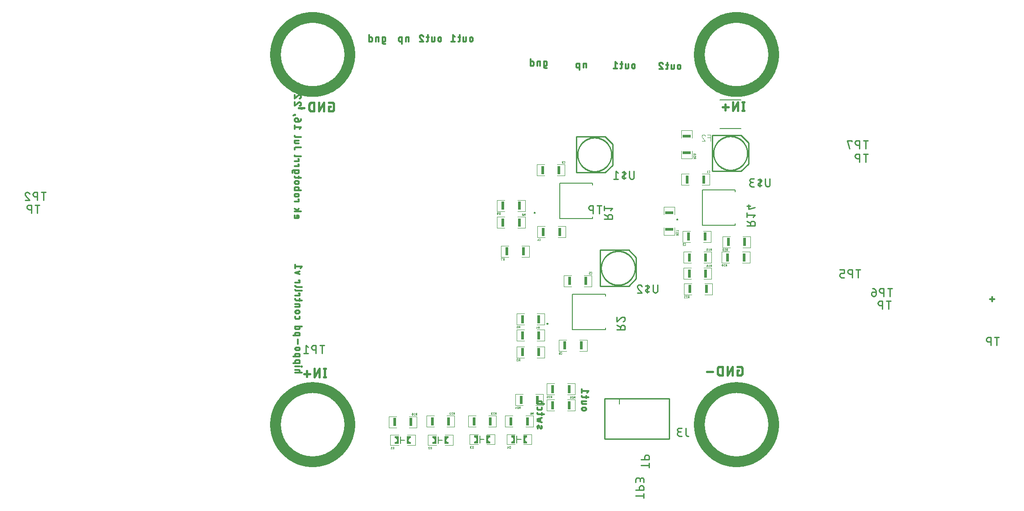
<source format=gbr>
G04 EAGLE Gerber RS-274X export*
G75*
%MOMM*%
%FSLAX34Y34*%
%LPD*%
%INSilkscreen Bottom*%
%IPPOS*%
%AMOC8*
5,1,8,0,0,1.08239X$1,22.5*%
G01*
%ADD10C,0.406400*%
%ADD11C,0.304800*%
%ADD12C,2.000000*%
%ADD13C,0.127000*%
%ADD14C,0.228600*%
%ADD15C,0.254000*%
%ADD16C,0.200000*%
%ADD17C,0.100000*%
%ADD18R,0.500000X1.600000*%
%ADD19R,3.600000X0.100000*%
%ADD20C,0.025400*%
%ADD21R,1.600000X0.500000*%
%ADD22R,0.100000X3.600000*%
%ADD23R,1.700000X0.100000*%
%ADD24C,0.101600*%

G36*
X555885Y195699D02*
X555885Y195699D01*
X555885Y195700D01*
X555885Y210700D01*
X555881Y210705D01*
X555880Y210705D01*
X548880Y210705D01*
X548875Y210701D01*
X548875Y210700D01*
X548875Y207200D01*
X548879Y207195D01*
X549769Y207095D01*
X550613Y206799D01*
X551371Y206323D01*
X552003Y205691D01*
X552479Y204933D01*
X552775Y204089D01*
X552875Y203200D01*
X552775Y202311D01*
X552479Y201467D01*
X552003Y200709D01*
X551371Y200077D01*
X550613Y199601D01*
X549769Y199305D01*
X548879Y199205D01*
X548875Y199200D01*
X548875Y195700D01*
X548879Y195695D01*
X548880Y195695D01*
X555880Y195695D01*
X555885Y195699D01*
G37*
G36*
X704475Y196969D02*
X704475Y196969D01*
X704475Y196970D01*
X704475Y211970D01*
X704471Y211975D01*
X704470Y211975D01*
X697470Y211975D01*
X697465Y211971D01*
X697465Y211970D01*
X697465Y208470D01*
X697469Y208465D01*
X698359Y208365D01*
X699203Y208069D01*
X699961Y207593D01*
X700593Y206961D01*
X701069Y206203D01*
X701365Y205359D01*
X701465Y204470D01*
X701365Y203581D01*
X701069Y202737D01*
X700593Y201979D01*
X699961Y201347D01*
X699203Y200871D01*
X698359Y200575D01*
X697469Y200475D01*
X697465Y200470D01*
X697465Y196970D01*
X697469Y196965D01*
X697470Y196965D01*
X704470Y196965D01*
X704475Y196969D01*
G37*
G36*
X484765Y195699D02*
X484765Y195699D01*
X484765Y195700D01*
X484765Y210700D01*
X484761Y210705D01*
X484760Y210705D01*
X477760Y210705D01*
X477755Y210701D01*
X477755Y210700D01*
X477755Y207200D01*
X477759Y207195D01*
X478649Y207095D01*
X479493Y206799D01*
X480251Y206323D01*
X480883Y205691D01*
X481359Y204933D01*
X481655Y204089D01*
X481755Y203200D01*
X481655Y202311D01*
X481359Y201467D01*
X480883Y200709D01*
X480251Y200077D01*
X479493Y199601D01*
X478649Y199305D01*
X477759Y199205D01*
X477755Y199200D01*
X477755Y195700D01*
X477759Y195695D01*
X477760Y195695D01*
X484760Y195695D01*
X484765Y195699D01*
G37*
G36*
X634625Y196969D02*
X634625Y196969D01*
X634625Y196970D01*
X634625Y211970D01*
X634621Y211975D01*
X634620Y211975D01*
X627620Y211975D01*
X627615Y211971D01*
X627615Y211970D01*
X627615Y208470D01*
X627619Y208465D01*
X628509Y208365D01*
X629353Y208069D01*
X630111Y207593D01*
X630743Y206961D01*
X631219Y206203D01*
X631515Y205359D01*
X631615Y204470D01*
X631515Y203581D01*
X631219Y202737D01*
X630743Y201979D01*
X630111Y201347D01*
X629353Y200871D01*
X628509Y200575D01*
X627619Y200475D01*
X627615Y200470D01*
X627615Y196970D01*
X627619Y196965D01*
X627620Y196965D01*
X634620Y196965D01*
X634625Y196969D01*
G37*
G36*
X657625Y196969D02*
X657625Y196969D01*
X657625Y196970D01*
X657625Y200470D01*
X657621Y200475D01*
X657506Y200488D01*
X657197Y200523D01*
X657021Y200543D01*
X656888Y200557D01*
X656731Y200575D01*
X655887Y200871D01*
X655129Y201347D01*
X654497Y201979D01*
X654021Y202737D01*
X653725Y203581D01*
X653625Y204470D01*
X653725Y205359D01*
X654021Y206203D01*
X654497Y206961D01*
X655129Y207593D01*
X655887Y208069D01*
X656731Y208365D01*
X657621Y208465D01*
X657625Y208470D01*
X657625Y211970D01*
X657621Y211975D01*
X657620Y211975D01*
X650620Y211975D01*
X650615Y211971D01*
X650615Y211970D01*
X650615Y196970D01*
X650619Y196965D01*
X650620Y196965D01*
X657620Y196965D01*
X657625Y196969D01*
G37*
G36*
X578885Y195699D02*
X578885Y195699D01*
X578885Y195700D01*
X578885Y199200D01*
X578881Y199205D01*
X578766Y199218D01*
X578457Y199253D01*
X578281Y199273D01*
X578148Y199287D01*
X577991Y199305D01*
X577147Y199601D01*
X576389Y200077D01*
X575757Y200709D01*
X575281Y201467D01*
X574985Y202311D01*
X574885Y203200D01*
X574985Y204089D01*
X575281Y204933D01*
X575757Y205691D01*
X576389Y206323D01*
X577147Y206799D01*
X577991Y207095D01*
X578881Y207195D01*
X578885Y207200D01*
X578885Y210700D01*
X578881Y210705D01*
X578880Y210705D01*
X571880Y210705D01*
X571875Y210701D01*
X571875Y210700D01*
X571875Y195700D01*
X571879Y195695D01*
X571880Y195695D01*
X578880Y195695D01*
X578885Y195699D01*
G37*
G36*
X507765Y195699D02*
X507765Y195699D01*
X507765Y195700D01*
X507765Y199200D01*
X507761Y199205D01*
X507646Y199218D01*
X507337Y199253D01*
X507161Y199273D01*
X507028Y199287D01*
X506871Y199305D01*
X506027Y199601D01*
X505269Y200077D01*
X504637Y200709D01*
X504161Y201467D01*
X503865Y202311D01*
X503765Y203200D01*
X503865Y204089D01*
X504161Y204933D01*
X504637Y205691D01*
X505269Y206323D01*
X506027Y206799D01*
X506871Y207095D01*
X507761Y207195D01*
X507765Y207200D01*
X507765Y210700D01*
X507761Y210705D01*
X507760Y210705D01*
X500760Y210705D01*
X500755Y210701D01*
X500755Y210700D01*
X500755Y195700D01*
X500759Y195695D01*
X500760Y195695D01*
X507760Y195695D01*
X507765Y195699D01*
G37*
G36*
X727475Y196969D02*
X727475Y196969D01*
X727475Y196970D01*
X727475Y200470D01*
X727471Y200475D01*
X727356Y200488D01*
X727047Y200523D01*
X726871Y200543D01*
X726738Y200557D01*
X726581Y200575D01*
X725737Y200871D01*
X724979Y201347D01*
X724347Y201979D01*
X723871Y202737D01*
X723575Y203581D01*
X723475Y204470D01*
X723575Y205359D01*
X723871Y206203D01*
X724347Y206961D01*
X724979Y207593D01*
X725737Y208069D01*
X726581Y208365D01*
X727471Y208465D01*
X727475Y208470D01*
X727475Y211970D01*
X727471Y211975D01*
X727470Y211975D01*
X720470Y211975D01*
X720465Y211971D01*
X720465Y211970D01*
X720465Y196970D01*
X720469Y196965D01*
X720470Y196965D01*
X727470Y196965D01*
X727475Y196969D01*
G37*
D10*
X1127026Y334913D02*
X1124317Y334913D01*
X1124317Y325882D01*
X1129736Y325882D01*
X1129854Y325884D01*
X1129972Y325890D01*
X1130090Y325899D01*
X1130207Y325913D01*
X1130324Y325930D01*
X1130441Y325951D01*
X1130556Y325976D01*
X1130671Y326005D01*
X1130785Y326038D01*
X1130897Y326074D01*
X1131008Y326114D01*
X1131118Y326157D01*
X1131227Y326204D01*
X1131334Y326254D01*
X1131439Y326309D01*
X1131542Y326366D01*
X1131643Y326427D01*
X1131743Y326491D01*
X1131840Y326558D01*
X1131935Y326628D01*
X1132027Y326702D01*
X1132118Y326778D01*
X1132205Y326858D01*
X1132290Y326940D01*
X1132372Y327025D01*
X1132452Y327112D01*
X1132528Y327203D01*
X1132602Y327295D01*
X1132672Y327390D01*
X1132739Y327487D01*
X1132803Y327587D01*
X1132864Y327688D01*
X1132921Y327791D01*
X1132976Y327896D01*
X1133026Y328003D01*
X1133073Y328112D01*
X1133116Y328222D01*
X1133156Y328333D01*
X1133192Y328445D01*
X1133225Y328559D01*
X1133254Y328674D01*
X1133279Y328789D01*
X1133300Y328906D01*
X1133317Y329023D01*
X1133331Y329140D01*
X1133340Y329258D01*
X1133346Y329376D01*
X1133348Y329494D01*
X1133348Y338526D01*
X1133346Y338644D01*
X1133340Y338762D01*
X1133331Y338880D01*
X1133317Y338997D01*
X1133300Y339114D01*
X1133279Y339231D01*
X1133254Y339346D01*
X1133225Y339461D01*
X1133192Y339575D01*
X1133156Y339687D01*
X1133116Y339798D01*
X1133073Y339908D01*
X1133026Y340017D01*
X1132976Y340124D01*
X1132921Y340229D01*
X1132864Y340332D01*
X1132803Y340433D01*
X1132739Y340533D01*
X1132672Y340630D01*
X1132602Y340725D01*
X1132528Y340817D01*
X1132452Y340908D01*
X1132372Y340995D01*
X1132290Y341080D01*
X1132205Y341162D01*
X1132118Y341242D01*
X1132027Y341318D01*
X1131935Y341392D01*
X1131840Y341462D01*
X1131743Y341529D01*
X1131643Y341593D01*
X1131542Y341654D01*
X1131439Y341711D01*
X1131334Y341766D01*
X1131227Y341816D01*
X1131118Y341863D01*
X1131008Y341906D01*
X1130897Y341946D01*
X1130785Y341982D01*
X1130671Y342015D01*
X1130556Y342044D01*
X1130441Y342069D01*
X1130324Y342090D01*
X1130207Y342107D01*
X1130090Y342121D01*
X1129972Y342130D01*
X1129854Y342136D01*
X1129736Y342138D01*
X1124317Y342138D01*
X1114706Y342138D02*
X1114706Y325882D01*
X1105675Y325882D02*
X1114706Y342138D01*
X1105675Y342138D02*
X1105675Y325882D01*
X1096063Y325882D02*
X1096063Y342138D01*
X1091548Y342138D01*
X1091417Y342136D01*
X1091285Y342130D01*
X1091154Y342121D01*
X1091024Y342107D01*
X1090893Y342090D01*
X1090764Y342069D01*
X1090635Y342045D01*
X1090507Y342016D01*
X1090379Y341984D01*
X1090253Y341948D01*
X1090128Y341909D01*
X1090003Y341866D01*
X1089881Y341819D01*
X1089759Y341769D01*
X1089639Y341715D01*
X1089521Y341658D01*
X1089405Y341597D01*
X1089290Y341533D01*
X1089177Y341466D01*
X1089066Y341395D01*
X1088958Y341321D01*
X1088851Y341244D01*
X1088747Y341164D01*
X1088645Y341081D01*
X1088546Y340996D01*
X1088449Y340907D01*
X1088355Y340815D01*
X1088263Y340721D01*
X1088174Y340624D01*
X1088089Y340525D01*
X1088006Y340423D01*
X1087926Y340319D01*
X1087849Y340212D01*
X1087775Y340104D01*
X1087704Y339993D01*
X1087637Y339880D01*
X1087573Y339765D01*
X1087512Y339649D01*
X1087455Y339531D01*
X1087401Y339411D01*
X1087351Y339289D01*
X1087304Y339167D01*
X1087261Y339042D01*
X1087222Y338917D01*
X1087186Y338791D01*
X1087154Y338663D01*
X1087125Y338535D01*
X1087101Y338406D01*
X1087080Y338277D01*
X1087063Y338146D01*
X1087049Y338016D01*
X1087040Y337885D01*
X1087034Y337753D01*
X1087032Y337622D01*
X1087032Y330398D01*
X1087034Y330267D01*
X1087040Y330135D01*
X1087049Y330004D01*
X1087063Y329874D01*
X1087080Y329743D01*
X1087101Y329614D01*
X1087125Y329485D01*
X1087154Y329357D01*
X1087186Y329229D01*
X1087222Y329103D01*
X1087261Y328978D01*
X1087304Y328853D01*
X1087351Y328731D01*
X1087401Y328609D01*
X1087455Y328489D01*
X1087512Y328371D01*
X1087573Y328255D01*
X1087637Y328140D01*
X1087704Y328027D01*
X1087775Y327916D01*
X1087849Y327808D01*
X1087926Y327701D01*
X1088006Y327597D01*
X1088089Y327495D01*
X1088174Y327396D01*
X1088263Y327299D01*
X1088355Y327205D01*
X1088449Y327113D01*
X1088546Y327024D01*
X1088645Y326939D01*
X1088747Y326856D01*
X1088851Y326776D01*
X1088958Y326699D01*
X1089066Y326625D01*
X1089177Y326554D01*
X1089290Y326487D01*
X1089405Y326423D01*
X1089521Y326362D01*
X1089639Y326305D01*
X1089759Y326251D01*
X1089881Y326201D01*
X1090003Y326154D01*
X1090128Y326111D01*
X1090253Y326072D01*
X1090379Y326036D01*
X1090507Y326004D01*
X1090635Y325975D01*
X1090764Y325951D01*
X1090893Y325930D01*
X1091024Y325913D01*
X1091154Y325899D01*
X1091285Y325890D01*
X1091417Y325884D01*
X1091548Y325882D01*
X1096063Y325882D01*
X1077742Y332204D02*
X1066904Y332204D01*
X1135352Y826262D02*
X1135352Y842518D01*
X1137158Y826262D02*
X1133546Y826262D01*
X1133546Y842518D02*
X1137158Y842518D01*
X1125303Y842518D02*
X1125303Y826262D01*
X1116272Y826262D02*
X1125303Y842518D01*
X1116272Y842518D02*
X1116272Y826262D01*
X1106981Y832584D02*
X1096144Y832584D01*
X1101563Y838002D02*
X1101563Y827165D01*
X356136Y834023D02*
X353427Y834023D01*
X353427Y824992D01*
X358846Y824992D01*
X358964Y824994D01*
X359082Y825000D01*
X359200Y825009D01*
X359317Y825023D01*
X359434Y825040D01*
X359551Y825061D01*
X359666Y825086D01*
X359781Y825115D01*
X359895Y825148D01*
X360007Y825184D01*
X360118Y825224D01*
X360228Y825267D01*
X360337Y825314D01*
X360444Y825364D01*
X360549Y825419D01*
X360652Y825476D01*
X360753Y825537D01*
X360853Y825601D01*
X360950Y825668D01*
X361045Y825738D01*
X361137Y825812D01*
X361228Y825888D01*
X361315Y825968D01*
X361400Y826050D01*
X361482Y826135D01*
X361562Y826222D01*
X361638Y826313D01*
X361712Y826405D01*
X361782Y826500D01*
X361849Y826597D01*
X361913Y826697D01*
X361974Y826798D01*
X362031Y826901D01*
X362086Y827006D01*
X362136Y827113D01*
X362183Y827222D01*
X362226Y827332D01*
X362266Y827443D01*
X362302Y827555D01*
X362335Y827669D01*
X362364Y827784D01*
X362389Y827899D01*
X362410Y828016D01*
X362427Y828133D01*
X362441Y828250D01*
X362450Y828368D01*
X362456Y828486D01*
X362458Y828604D01*
X362458Y837636D01*
X362456Y837754D01*
X362450Y837872D01*
X362441Y837990D01*
X362427Y838107D01*
X362410Y838224D01*
X362389Y838341D01*
X362364Y838456D01*
X362335Y838571D01*
X362302Y838685D01*
X362266Y838797D01*
X362226Y838908D01*
X362183Y839018D01*
X362136Y839127D01*
X362086Y839234D01*
X362031Y839339D01*
X361974Y839442D01*
X361913Y839543D01*
X361849Y839643D01*
X361782Y839740D01*
X361712Y839835D01*
X361638Y839927D01*
X361562Y840018D01*
X361482Y840105D01*
X361400Y840190D01*
X361315Y840272D01*
X361228Y840352D01*
X361137Y840428D01*
X361045Y840502D01*
X360950Y840572D01*
X360853Y840639D01*
X360753Y840703D01*
X360652Y840764D01*
X360549Y840821D01*
X360444Y840876D01*
X360337Y840926D01*
X360228Y840973D01*
X360118Y841016D01*
X360007Y841056D01*
X359895Y841092D01*
X359781Y841125D01*
X359666Y841154D01*
X359551Y841179D01*
X359434Y841200D01*
X359317Y841217D01*
X359200Y841231D01*
X359082Y841240D01*
X358964Y841246D01*
X358846Y841248D01*
X353427Y841248D01*
X343816Y841248D02*
X343816Y824992D01*
X334785Y824992D02*
X343816Y841248D01*
X334785Y841248D02*
X334785Y824992D01*
X325173Y824992D02*
X325173Y841248D01*
X320658Y841248D01*
X320527Y841246D01*
X320395Y841240D01*
X320264Y841231D01*
X320134Y841217D01*
X320003Y841200D01*
X319874Y841179D01*
X319745Y841155D01*
X319617Y841126D01*
X319489Y841094D01*
X319363Y841058D01*
X319238Y841019D01*
X319113Y840976D01*
X318991Y840929D01*
X318869Y840879D01*
X318749Y840825D01*
X318631Y840768D01*
X318515Y840707D01*
X318400Y840643D01*
X318287Y840576D01*
X318176Y840505D01*
X318068Y840431D01*
X317961Y840354D01*
X317857Y840274D01*
X317755Y840191D01*
X317656Y840106D01*
X317559Y840017D01*
X317465Y839925D01*
X317373Y839831D01*
X317284Y839734D01*
X317199Y839635D01*
X317116Y839533D01*
X317036Y839429D01*
X316959Y839322D01*
X316885Y839214D01*
X316814Y839103D01*
X316747Y838990D01*
X316683Y838875D01*
X316622Y838759D01*
X316565Y838641D01*
X316511Y838521D01*
X316461Y838399D01*
X316414Y838277D01*
X316371Y838152D01*
X316332Y838027D01*
X316296Y837901D01*
X316264Y837773D01*
X316235Y837645D01*
X316211Y837516D01*
X316190Y837387D01*
X316173Y837256D01*
X316159Y837126D01*
X316150Y836995D01*
X316144Y836863D01*
X316142Y836732D01*
X316142Y829508D01*
X316144Y829377D01*
X316150Y829245D01*
X316159Y829114D01*
X316173Y828984D01*
X316190Y828853D01*
X316211Y828724D01*
X316235Y828595D01*
X316264Y828467D01*
X316296Y828339D01*
X316332Y828213D01*
X316371Y828088D01*
X316414Y827963D01*
X316461Y827841D01*
X316511Y827719D01*
X316565Y827599D01*
X316622Y827481D01*
X316683Y827365D01*
X316747Y827250D01*
X316814Y827137D01*
X316885Y827026D01*
X316959Y826918D01*
X317036Y826811D01*
X317116Y826707D01*
X317199Y826605D01*
X317284Y826506D01*
X317373Y826409D01*
X317465Y826315D01*
X317559Y826223D01*
X317656Y826134D01*
X317755Y826049D01*
X317857Y825966D01*
X317961Y825886D01*
X318068Y825809D01*
X318176Y825735D01*
X318287Y825664D01*
X318400Y825597D01*
X318515Y825533D01*
X318631Y825472D01*
X318749Y825415D01*
X318869Y825361D01*
X318991Y825311D01*
X319113Y825264D01*
X319238Y825221D01*
X319363Y825182D01*
X319489Y825146D01*
X319617Y825114D01*
X319745Y825085D01*
X319874Y825061D01*
X320003Y825040D01*
X320134Y825023D01*
X320264Y825009D01*
X320395Y825000D01*
X320527Y824994D01*
X320658Y824992D01*
X325173Y824992D01*
X306852Y831314D02*
X296014Y831314D01*
D11*
X750401Y229505D02*
X751755Y226119D01*
X751756Y226119D02*
X751788Y226043D01*
X751824Y225969D01*
X751864Y225896D01*
X751906Y225825D01*
X751952Y225757D01*
X752002Y225691D01*
X752054Y225627D01*
X752109Y225565D01*
X752167Y225507D01*
X752228Y225451D01*
X752292Y225398D01*
X752357Y225348D01*
X752425Y225301D01*
X752496Y225257D01*
X752568Y225217D01*
X752642Y225180D01*
X752717Y225147D01*
X752794Y225118D01*
X752873Y225092D01*
X752952Y225069D01*
X753033Y225051D01*
X753114Y225036D01*
X753196Y225025D01*
X753278Y225018D01*
X753361Y225015D01*
X753444Y225016D01*
X753526Y225021D01*
X753608Y225029D01*
X753690Y225041D01*
X753771Y225058D01*
X753851Y225078D01*
X753930Y225101D01*
X754008Y225129D01*
X754084Y225160D01*
X754159Y225195D01*
X754233Y225233D01*
X754304Y225274D01*
X754374Y225319D01*
X754441Y225367D01*
X754506Y225418D01*
X754568Y225472D01*
X754628Y225529D01*
X754685Y225589D01*
X754739Y225651D01*
X754790Y225716D01*
X754838Y225783D01*
X754883Y225853D01*
X754924Y225924D01*
X754962Y225998D01*
X754997Y226073D01*
X755028Y226149D01*
X755056Y226227D01*
X755079Y226306D01*
X755099Y226386D01*
X755116Y226467D01*
X755128Y226549D01*
X755136Y226631D01*
X755141Y226713D01*
X755142Y226796D01*
X755137Y226981D01*
X755128Y227166D01*
X755114Y227350D01*
X755096Y227534D01*
X755074Y227718D01*
X755047Y227901D01*
X755015Y228083D01*
X754979Y228264D01*
X754939Y228445D01*
X754895Y228624D01*
X754846Y228803D01*
X754793Y228980D01*
X754736Y229156D01*
X754674Y229330D01*
X754609Y229503D01*
X754539Y229674D01*
X754465Y229844D01*
X750400Y229505D02*
X750368Y229581D01*
X750332Y229655D01*
X750292Y229728D01*
X750250Y229799D01*
X750204Y229867D01*
X750154Y229933D01*
X750102Y229997D01*
X750047Y230059D01*
X749989Y230117D01*
X749928Y230173D01*
X749864Y230226D01*
X749799Y230276D01*
X749731Y230323D01*
X749660Y230367D01*
X749588Y230407D01*
X749514Y230443D01*
X749439Y230477D01*
X749362Y230506D01*
X749283Y230532D01*
X749204Y230555D01*
X749123Y230573D01*
X749042Y230588D01*
X748960Y230599D01*
X748878Y230606D01*
X748795Y230609D01*
X748713Y230608D01*
X748630Y230603D01*
X748548Y230595D01*
X748466Y230583D01*
X748385Y230566D01*
X748305Y230546D01*
X748226Y230523D01*
X748148Y230495D01*
X748072Y230464D01*
X747997Y230429D01*
X747923Y230391D01*
X747852Y230350D01*
X747783Y230305D01*
X747715Y230257D01*
X747650Y230206D01*
X747588Y230152D01*
X747528Y230095D01*
X747471Y230035D01*
X747417Y229973D01*
X747366Y229908D01*
X747318Y229841D01*
X747273Y229771D01*
X747232Y229700D01*
X747194Y229626D01*
X747159Y229551D01*
X747128Y229475D01*
X747100Y229397D01*
X747077Y229318D01*
X747057Y229238D01*
X747040Y229157D01*
X747028Y229075D01*
X747020Y228993D01*
X747015Y228911D01*
X747014Y228828D01*
X747013Y228828D02*
X747020Y228556D01*
X747034Y228285D01*
X747054Y228014D01*
X747080Y227744D01*
X747113Y227474D01*
X747152Y227205D01*
X747197Y226937D01*
X747249Y226670D01*
X747307Y226405D01*
X747371Y226141D01*
X747442Y225879D01*
X747519Y225618D01*
X747602Y225359D01*
X747691Y225103D01*
X747014Y239012D02*
X755142Y236980D01*
X752433Y241044D02*
X747014Y239012D01*
X747014Y243076D02*
X752433Y241044D01*
X755142Y245108D02*
X747014Y243076D01*
X755142Y250227D02*
X755142Y254291D01*
X759206Y251581D02*
X749046Y251581D01*
X748957Y251583D01*
X748869Y251589D01*
X748781Y251598D01*
X748693Y251612D01*
X748606Y251629D01*
X748520Y251650D01*
X748435Y251675D01*
X748351Y251704D01*
X748268Y251736D01*
X748187Y251771D01*
X748108Y251811D01*
X748030Y251853D01*
X747954Y251899D01*
X747880Y251948D01*
X747809Y252001D01*
X747740Y252056D01*
X747673Y252115D01*
X747609Y252176D01*
X747548Y252240D01*
X747489Y252307D01*
X747434Y252376D01*
X747381Y252447D01*
X747332Y252521D01*
X747286Y252597D01*
X747244Y252675D01*
X747204Y252754D01*
X747169Y252835D01*
X747137Y252918D01*
X747108Y253002D01*
X747083Y253087D01*
X747062Y253173D01*
X747045Y253260D01*
X747031Y253348D01*
X747022Y253436D01*
X747016Y253524D01*
X747014Y253613D01*
X747014Y254291D01*
X747014Y262296D02*
X747014Y265006D01*
X747014Y262296D02*
X747016Y262207D01*
X747022Y262119D01*
X747031Y262031D01*
X747045Y261943D01*
X747062Y261856D01*
X747083Y261770D01*
X747108Y261685D01*
X747137Y261601D01*
X747169Y261518D01*
X747204Y261437D01*
X747244Y261358D01*
X747286Y261280D01*
X747332Y261204D01*
X747381Y261130D01*
X747434Y261059D01*
X747489Y260990D01*
X747548Y260923D01*
X747609Y260859D01*
X747673Y260798D01*
X747740Y260739D01*
X747809Y260684D01*
X747880Y260631D01*
X747954Y260582D01*
X748030Y260536D01*
X748108Y260494D01*
X748187Y260454D01*
X748268Y260419D01*
X748351Y260387D01*
X748435Y260358D01*
X748520Y260333D01*
X748606Y260312D01*
X748693Y260295D01*
X748781Y260281D01*
X748869Y260272D01*
X748957Y260266D01*
X749046Y260264D01*
X753110Y260264D01*
X753199Y260266D01*
X753287Y260272D01*
X753375Y260281D01*
X753463Y260295D01*
X753550Y260312D01*
X753636Y260333D01*
X753721Y260358D01*
X753805Y260387D01*
X753888Y260419D01*
X753969Y260454D01*
X754048Y260494D01*
X754126Y260536D01*
X754202Y260582D01*
X754276Y260631D01*
X754347Y260684D01*
X754416Y260739D01*
X754483Y260798D01*
X754547Y260859D01*
X754608Y260923D01*
X754667Y260990D01*
X754722Y261059D01*
X754775Y261130D01*
X754824Y261204D01*
X754870Y261280D01*
X754912Y261358D01*
X754952Y261437D01*
X754987Y261518D01*
X755019Y261601D01*
X755048Y261685D01*
X755073Y261770D01*
X755094Y261856D01*
X755111Y261943D01*
X755125Y262031D01*
X755134Y262119D01*
X755140Y262207D01*
X755142Y262296D01*
X755142Y265006D01*
X759206Y271187D02*
X747014Y271187D01*
X755142Y271187D02*
X755142Y274574D01*
X755140Y274663D01*
X755134Y274751D01*
X755125Y274839D01*
X755111Y274927D01*
X755094Y275014D01*
X755073Y275100D01*
X755048Y275185D01*
X755019Y275269D01*
X754987Y275352D01*
X754952Y275433D01*
X754912Y275512D01*
X754870Y275590D01*
X754824Y275666D01*
X754775Y275740D01*
X754722Y275811D01*
X754667Y275880D01*
X754608Y275947D01*
X754547Y276011D01*
X754483Y276072D01*
X754416Y276131D01*
X754347Y276186D01*
X754276Y276239D01*
X754202Y276288D01*
X754126Y276334D01*
X754048Y276376D01*
X753969Y276416D01*
X753888Y276451D01*
X753805Y276483D01*
X753721Y276512D01*
X753636Y276537D01*
X753550Y276558D01*
X753463Y276575D01*
X753375Y276589D01*
X753287Y276598D01*
X753199Y276604D01*
X753110Y276606D01*
X747014Y276606D01*
X833543Y259149D02*
X836253Y259149D01*
X836356Y259151D01*
X836458Y259157D01*
X836560Y259166D01*
X836662Y259180D01*
X836763Y259197D01*
X836863Y259219D01*
X836962Y259244D01*
X837061Y259272D01*
X837158Y259305D01*
X837254Y259341D01*
X837349Y259380D01*
X837442Y259424D01*
X837533Y259470D01*
X837622Y259521D01*
X837710Y259574D01*
X837795Y259631D01*
X837878Y259691D01*
X837959Y259754D01*
X838038Y259820D01*
X838113Y259889D01*
X838187Y259961D01*
X838257Y260035D01*
X838325Y260112D01*
X838389Y260192D01*
X838451Y260274D01*
X838509Y260358D01*
X838564Y260445D01*
X838616Y260533D01*
X838664Y260624D01*
X838709Y260716D01*
X838751Y260809D01*
X838789Y260905D01*
X838823Y261001D01*
X838854Y261099D01*
X838880Y261198D01*
X838904Y261298D01*
X838923Y261399D01*
X838938Y261500D01*
X838950Y261602D01*
X838958Y261704D01*
X838962Y261807D01*
X838962Y261909D01*
X838958Y262012D01*
X838950Y262114D01*
X838938Y262216D01*
X838923Y262317D01*
X838904Y262418D01*
X838880Y262518D01*
X838854Y262617D01*
X838823Y262715D01*
X838789Y262811D01*
X838751Y262907D01*
X838709Y263000D01*
X838664Y263092D01*
X838616Y263183D01*
X838564Y263271D01*
X838509Y263358D01*
X838451Y263442D01*
X838389Y263524D01*
X838325Y263604D01*
X838257Y263681D01*
X838187Y263755D01*
X838113Y263827D01*
X838038Y263896D01*
X837959Y263962D01*
X837878Y264025D01*
X837795Y264085D01*
X837710Y264142D01*
X837622Y264195D01*
X837533Y264246D01*
X837442Y264292D01*
X837349Y264336D01*
X837254Y264375D01*
X837158Y264411D01*
X837061Y264444D01*
X836962Y264472D01*
X836863Y264497D01*
X836763Y264519D01*
X836662Y264536D01*
X836560Y264550D01*
X836458Y264559D01*
X836356Y264565D01*
X836253Y264567D01*
X833543Y264567D01*
X833440Y264565D01*
X833338Y264559D01*
X833236Y264550D01*
X833134Y264536D01*
X833033Y264519D01*
X832933Y264497D01*
X832834Y264472D01*
X832735Y264444D01*
X832638Y264411D01*
X832542Y264375D01*
X832447Y264336D01*
X832354Y264292D01*
X832263Y264246D01*
X832174Y264195D01*
X832086Y264142D01*
X832001Y264085D01*
X831918Y264025D01*
X831837Y263962D01*
X831758Y263896D01*
X831683Y263827D01*
X831609Y263755D01*
X831539Y263681D01*
X831471Y263604D01*
X831407Y263524D01*
X831345Y263442D01*
X831287Y263358D01*
X831232Y263271D01*
X831180Y263183D01*
X831132Y263092D01*
X831087Y263000D01*
X831045Y262907D01*
X831007Y262811D01*
X830973Y262715D01*
X830942Y262617D01*
X830916Y262518D01*
X830892Y262418D01*
X830873Y262317D01*
X830858Y262216D01*
X830846Y262114D01*
X830838Y262012D01*
X830834Y261909D01*
X830834Y261807D01*
X830838Y261704D01*
X830846Y261602D01*
X830858Y261500D01*
X830873Y261399D01*
X830892Y261298D01*
X830916Y261198D01*
X830942Y261099D01*
X830973Y261001D01*
X831007Y260905D01*
X831045Y260809D01*
X831087Y260716D01*
X831132Y260624D01*
X831180Y260533D01*
X831232Y260445D01*
X831287Y260358D01*
X831345Y260274D01*
X831407Y260192D01*
X831471Y260112D01*
X831539Y260035D01*
X831609Y259961D01*
X831683Y259889D01*
X831758Y259820D01*
X831837Y259754D01*
X831918Y259691D01*
X832001Y259631D01*
X832086Y259574D01*
X832174Y259521D01*
X832263Y259470D01*
X832354Y259424D01*
X832447Y259380D01*
X832542Y259341D01*
X832638Y259305D01*
X832735Y259272D01*
X832834Y259244D01*
X832933Y259219D01*
X833033Y259197D01*
X833134Y259180D01*
X833236Y259166D01*
X833338Y259157D01*
X833440Y259151D01*
X833543Y259149D01*
X832866Y271468D02*
X838962Y271468D01*
X832866Y271468D02*
X832777Y271470D01*
X832689Y271476D01*
X832601Y271485D01*
X832513Y271499D01*
X832426Y271516D01*
X832340Y271537D01*
X832255Y271562D01*
X832171Y271591D01*
X832088Y271623D01*
X832007Y271658D01*
X831928Y271698D01*
X831850Y271740D01*
X831774Y271786D01*
X831700Y271835D01*
X831629Y271888D01*
X831560Y271943D01*
X831493Y272002D01*
X831429Y272063D01*
X831368Y272127D01*
X831309Y272194D01*
X831254Y272263D01*
X831201Y272334D01*
X831152Y272408D01*
X831106Y272484D01*
X831064Y272562D01*
X831024Y272641D01*
X830989Y272722D01*
X830957Y272805D01*
X830928Y272889D01*
X830903Y272974D01*
X830882Y273060D01*
X830865Y273147D01*
X830851Y273235D01*
X830842Y273323D01*
X830836Y273411D01*
X830834Y273500D01*
X830834Y276887D01*
X838962Y276887D01*
X838962Y282447D02*
X838962Y286511D01*
X843026Y283802D02*
X832866Y283802D01*
X832777Y283804D01*
X832689Y283810D01*
X832601Y283819D01*
X832513Y283833D01*
X832426Y283850D01*
X832340Y283871D01*
X832255Y283896D01*
X832171Y283925D01*
X832088Y283957D01*
X832007Y283992D01*
X831928Y284032D01*
X831850Y284074D01*
X831774Y284120D01*
X831700Y284169D01*
X831629Y284222D01*
X831560Y284277D01*
X831493Y284336D01*
X831429Y284397D01*
X831368Y284461D01*
X831309Y284528D01*
X831254Y284597D01*
X831201Y284668D01*
X831152Y284742D01*
X831106Y284818D01*
X831064Y284896D01*
X831024Y284975D01*
X830989Y285056D01*
X830957Y285139D01*
X830928Y285223D01*
X830903Y285308D01*
X830882Y285394D01*
X830865Y285481D01*
X830851Y285569D01*
X830842Y285657D01*
X830836Y285745D01*
X830834Y285834D01*
X830834Y286511D01*
X840317Y292693D02*
X843026Y296079D01*
X830834Y296079D01*
X830834Y292693D02*
X830834Y299466D01*
X1605195Y465328D02*
X1605195Y473456D01*
X1601131Y469392D02*
X1609259Y469392D01*
X1017201Y907203D02*
X1017201Y909913D01*
X1017199Y910016D01*
X1017193Y910118D01*
X1017184Y910220D01*
X1017170Y910322D01*
X1017153Y910423D01*
X1017131Y910523D01*
X1017106Y910622D01*
X1017078Y910721D01*
X1017045Y910818D01*
X1017009Y910914D01*
X1016970Y911009D01*
X1016926Y911102D01*
X1016880Y911193D01*
X1016829Y911282D01*
X1016776Y911370D01*
X1016719Y911455D01*
X1016659Y911538D01*
X1016596Y911619D01*
X1016530Y911698D01*
X1016461Y911773D01*
X1016389Y911847D01*
X1016315Y911917D01*
X1016238Y911985D01*
X1016158Y912049D01*
X1016076Y912111D01*
X1015992Y912169D01*
X1015905Y912224D01*
X1015817Y912276D01*
X1015726Y912324D01*
X1015634Y912369D01*
X1015541Y912411D01*
X1015445Y912449D01*
X1015349Y912483D01*
X1015251Y912514D01*
X1015152Y912540D01*
X1015052Y912564D01*
X1014951Y912583D01*
X1014850Y912598D01*
X1014748Y912610D01*
X1014646Y912618D01*
X1014543Y912622D01*
X1014441Y912622D01*
X1014338Y912618D01*
X1014236Y912610D01*
X1014134Y912598D01*
X1014033Y912583D01*
X1013932Y912564D01*
X1013832Y912540D01*
X1013733Y912514D01*
X1013635Y912483D01*
X1013539Y912449D01*
X1013443Y912411D01*
X1013350Y912369D01*
X1013258Y912324D01*
X1013167Y912276D01*
X1013079Y912224D01*
X1012992Y912169D01*
X1012908Y912111D01*
X1012826Y912049D01*
X1012746Y911985D01*
X1012669Y911917D01*
X1012595Y911847D01*
X1012523Y911773D01*
X1012454Y911698D01*
X1012388Y911619D01*
X1012325Y911538D01*
X1012265Y911455D01*
X1012208Y911370D01*
X1012155Y911282D01*
X1012104Y911193D01*
X1012058Y911102D01*
X1012014Y911009D01*
X1011975Y910914D01*
X1011939Y910818D01*
X1011906Y910721D01*
X1011878Y910622D01*
X1011853Y910523D01*
X1011831Y910423D01*
X1011814Y910322D01*
X1011800Y910220D01*
X1011791Y910118D01*
X1011785Y910016D01*
X1011783Y909913D01*
X1011783Y907203D01*
X1011785Y907100D01*
X1011791Y906998D01*
X1011800Y906896D01*
X1011814Y906794D01*
X1011831Y906693D01*
X1011853Y906593D01*
X1011878Y906494D01*
X1011906Y906395D01*
X1011939Y906298D01*
X1011975Y906202D01*
X1012014Y906107D01*
X1012058Y906014D01*
X1012104Y905923D01*
X1012155Y905834D01*
X1012208Y905746D01*
X1012265Y905661D01*
X1012325Y905578D01*
X1012388Y905497D01*
X1012454Y905418D01*
X1012523Y905343D01*
X1012595Y905269D01*
X1012669Y905199D01*
X1012746Y905131D01*
X1012826Y905067D01*
X1012908Y905005D01*
X1012992Y904947D01*
X1013079Y904892D01*
X1013167Y904840D01*
X1013258Y904792D01*
X1013350Y904747D01*
X1013443Y904705D01*
X1013539Y904667D01*
X1013635Y904633D01*
X1013733Y904602D01*
X1013832Y904576D01*
X1013932Y904552D01*
X1014033Y904533D01*
X1014134Y904518D01*
X1014236Y904506D01*
X1014338Y904498D01*
X1014441Y904494D01*
X1014543Y904494D01*
X1014646Y904498D01*
X1014748Y904506D01*
X1014850Y904518D01*
X1014951Y904533D01*
X1015052Y904552D01*
X1015152Y904576D01*
X1015251Y904602D01*
X1015349Y904633D01*
X1015445Y904667D01*
X1015541Y904705D01*
X1015634Y904747D01*
X1015726Y904792D01*
X1015817Y904840D01*
X1015905Y904892D01*
X1015992Y904947D01*
X1016076Y905005D01*
X1016158Y905067D01*
X1016238Y905131D01*
X1016315Y905199D01*
X1016389Y905269D01*
X1016461Y905343D01*
X1016530Y905418D01*
X1016596Y905497D01*
X1016659Y905578D01*
X1016719Y905661D01*
X1016776Y905746D01*
X1016829Y905834D01*
X1016880Y905923D01*
X1016926Y906014D01*
X1016970Y906107D01*
X1017009Y906202D01*
X1017045Y906298D01*
X1017078Y906395D01*
X1017106Y906494D01*
X1017131Y906593D01*
X1017153Y906693D01*
X1017170Y906794D01*
X1017184Y906896D01*
X1017193Y906998D01*
X1017199Y907100D01*
X1017201Y907203D01*
X1004882Y906526D02*
X1004882Y912622D01*
X1004882Y906526D02*
X1004880Y906437D01*
X1004874Y906349D01*
X1004865Y906261D01*
X1004851Y906173D01*
X1004834Y906086D01*
X1004813Y906000D01*
X1004788Y905915D01*
X1004759Y905831D01*
X1004727Y905748D01*
X1004692Y905667D01*
X1004652Y905588D01*
X1004610Y905510D01*
X1004564Y905434D01*
X1004515Y905360D01*
X1004462Y905289D01*
X1004407Y905220D01*
X1004348Y905153D01*
X1004287Y905089D01*
X1004223Y905028D01*
X1004156Y904969D01*
X1004087Y904914D01*
X1004016Y904861D01*
X1003942Y904812D01*
X1003866Y904766D01*
X1003788Y904724D01*
X1003709Y904684D01*
X1003628Y904649D01*
X1003545Y904617D01*
X1003461Y904588D01*
X1003376Y904563D01*
X1003290Y904542D01*
X1003203Y904525D01*
X1003115Y904511D01*
X1003027Y904502D01*
X1002939Y904496D01*
X1002850Y904494D01*
X999463Y904494D01*
X999463Y912622D01*
X993903Y912622D02*
X989839Y912622D01*
X992548Y916686D02*
X992548Y906526D01*
X992546Y906437D01*
X992540Y906349D01*
X992531Y906261D01*
X992517Y906173D01*
X992500Y906086D01*
X992479Y906000D01*
X992454Y905915D01*
X992425Y905831D01*
X992393Y905748D01*
X992358Y905667D01*
X992318Y905588D01*
X992276Y905510D01*
X992230Y905434D01*
X992181Y905360D01*
X992128Y905289D01*
X992073Y905220D01*
X992014Y905153D01*
X991953Y905089D01*
X991889Y905028D01*
X991822Y904969D01*
X991753Y904914D01*
X991682Y904861D01*
X991608Y904812D01*
X991532Y904766D01*
X991454Y904724D01*
X991375Y904684D01*
X991294Y904649D01*
X991211Y904617D01*
X991127Y904588D01*
X991042Y904563D01*
X990956Y904542D01*
X990869Y904525D01*
X990781Y904511D01*
X990693Y904502D01*
X990605Y904496D01*
X990516Y904494D01*
X989839Y904494D01*
X979932Y916686D02*
X979823Y916684D01*
X979715Y916678D01*
X979606Y916669D01*
X979498Y916655D01*
X979391Y916638D01*
X979284Y916616D01*
X979178Y916591D01*
X979073Y916563D01*
X978969Y916530D01*
X978867Y916494D01*
X978766Y916454D01*
X978666Y916411D01*
X978568Y916364D01*
X978471Y916313D01*
X978377Y916259D01*
X978284Y916202D01*
X978194Y916142D01*
X978105Y916078D01*
X978019Y916011D01*
X977936Y915942D01*
X977855Y915869D01*
X977777Y915793D01*
X977701Y915715D01*
X977628Y915634D01*
X977559Y915551D01*
X977492Y915465D01*
X977428Y915376D01*
X977368Y915286D01*
X977311Y915193D01*
X977257Y915099D01*
X977206Y915002D01*
X977159Y914904D01*
X977116Y914804D01*
X977076Y914703D01*
X977040Y914601D01*
X977007Y914497D01*
X976979Y914392D01*
X976954Y914286D01*
X976932Y914179D01*
X976915Y914072D01*
X976901Y913964D01*
X976892Y913855D01*
X976886Y913747D01*
X976884Y913638D01*
X979932Y916686D02*
X980055Y916684D01*
X980178Y916678D01*
X980301Y916669D01*
X980423Y916655D01*
X980545Y916638D01*
X980666Y916617D01*
X980787Y916592D01*
X980907Y916563D01*
X981025Y916530D01*
X981143Y916494D01*
X981259Y916454D01*
X981375Y916411D01*
X981488Y916363D01*
X981601Y916313D01*
X981711Y916259D01*
X981820Y916201D01*
X981927Y916140D01*
X982032Y916075D01*
X982135Y916008D01*
X982235Y915937D01*
X982334Y915863D01*
X982430Y915786D01*
X982523Y915706D01*
X982614Y915623D01*
X982703Y915537D01*
X982788Y915449D01*
X982871Y915358D01*
X982951Y915264D01*
X983028Y915168D01*
X983102Y915069D01*
X983172Y914969D01*
X983240Y914866D01*
X983304Y914761D01*
X983365Y914654D01*
X983423Y914545D01*
X983477Y914434D01*
X983527Y914322D01*
X983574Y914208D01*
X983618Y914093D01*
X983657Y913977D01*
X977900Y911267D02*
X977821Y911345D01*
X977745Y911425D01*
X977672Y911507D01*
X977602Y911593D01*
X977534Y911680D01*
X977469Y911770D01*
X977408Y911861D01*
X977350Y911955D01*
X977294Y912051D01*
X977243Y912148D01*
X977194Y912248D01*
X977149Y912348D01*
X977107Y912451D01*
X977069Y912554D01*
X977034Y912659D01*
X977003Y912765D01*
X976975Y912872D01*
X976951Y912980D01*
X976930Y913088D01*
X976914Y913197D01*
X976901Y913307D01*
X976891Y913417D01*
X976886Y913528D01*
X976884Y913638D01*
X977900Y911267D02*
X983657Y904494D01*
X976884Y904494D01*
X930841Y908473D02*
X930841Y911183D01*
X930839Y911286D01*
X930833Y911388D01*
X930824Y911490D01*
X930810Y911592D01*
X930793Y911693D01*
X930771Y911793D01*
X930746Y911892D01*
X930718Y911991D01*
X930685Y912088D01*
X930649Y912184D01*
X930610Y912279D01*
X930566Y912372D01*
X930520Y912463D01*
X930469Y912552D01*
X930416Y912640D01*
X930359Y912725D01*
X930299Y912808D01*
X930236Y912889D01*
X930170Y912968D01*
X930101Y913043D01*
X930029Y913117D01*
X929955Y913187D01*
X929878Y913255D01*
X929798Y913319D01*
X929716Y913381D01*
X929632Y913439D01*
X929545Y913494D01*
X929457Y913546D01*
X929366Y913594D01*
X929274Y913639D01*
X929181Y913681D01*
X929085Y913719D01*
X928989Y913753D01*
X928891Y913784D01*
X928792Y913810D01*
X928692Y913834D01*
X928591Y913853D01*
X928490Y913868D01*
X928388Y913880D01*
X928286Y913888D01*
X928183Y913892D01*
X928081Y913892D01*
X927978Y913888D01*
X927876Y913880D01*
X927774Y913868D01*
X927673Y913853D01*
X927572Y913834D01*
X927472Y913810D01*
X927373Y913784D01*
X927275Y913753D01*
X927179Y913719D01*
X927083Y913681D01*
X926990Y913639D01*
X926898Y913594D01*
X926807Y913546D01*
X926719Y913494D01*
X926632Y913439D01*
X926548Y913381D01*
X926466Y913319D01*
X926386Y913255D01*
X926309Y913187D01*
X926235Y913117D01*
X926163Y913043D01*
X926094Y912968D01*
X926028Y912889D01*
X925965Y912808D01*
X925905Y912725D01*
X925848Y912640D01*
X925795Y912552D01*
X925744Y912463D01*
X925698Y912372D01*
X925654Y912279D01*
X925615Y912184D01*
X925579Y912088D01*
X925546Y911991D01*
X925518Y911892D01*
X925493Y911793D01*
X925471Y911693D01*
X925454Y911592D01*
X925440Y911490D01*
X925431Y911388D01*
X925425Y911286D01*
X925423Y911183D01*
X925423Y908473D01*
X925425Y908370D01*
X925431Y908268D01*
X925440Y908166D01*
X925454Y908064D01*
X925471Y907963D01*
X925493Y907863D01*
X925518Y907764D01*
X925546Y907665D01*
X925579Y907568D01*
X925615Y907472D01*
X925654Y907377D01*
X925698Y907284D01*
X925744Y907193D01*
X925795Y907104D01*
X925848Y907016D01*
X925905Y906931D01*
X925965Y906848D01*
X926028Y906767D01*
X926094Y906688D01*
X926163Y906613D01*
X926235Y906539D01*
X926309Y906469D01*
X926386Y906401D01*
X926466Y906337D01*
X926548Y906275D01*
X926632Y906217D01*
X926719Y906162D01*
X926807Y906110D01*
X926898Y906062D01*
X926990Y906017D01*
X927083Y905975D01*
X927179Y905937D01*
X927275Y905903D01*
X927373Y905872D01*
X927472Y905846D01*
X927572Y905822D01*
X927673Y905803D01*
X927774Y905788D01*
X927876Y905776D01*
X927978Y905768D01*
X928081Y905764D01*
X928183Y905764D01*
X928286Y905768D01*
X928388Y905776D01*
X928490Y905788D01*
X928591Y905803D01*
X928692Y905822D01*
X928792Y905846D01*
X928891Y905872D01*
X928989Y905903D01*
X929085Y905937D01*
X929181Y905975D01*
X929274Y906017D01*
X929366Y906062D01*
X929457Y906110D01*
X929545Y906162D01*
X929632Y906217D01*
X929716Y906275D01*
X929798Y906337D01*
X929878Y906401D01*
X929955Y906469D01*
X930029Y906539D01*
X930101Y906613D01*
X930170Y906688D01*
X930236Y906767D01*
X930299Y906848D01*
X930359Y906931D01*
X930416Y907016D01*
X930469Y907104D01*
X930520Y907193D01*
X930566Y907284D01*
X930610Y907377D01*
X930649Y907472D01*
X930685Y907568D01*
X930718Y907665D01*
X930746Y907764D01*
X930771Y907863D01*
X930793Y907963D01*
X930810Y908064D01*
X930824Y908166D01*
X930833Y908268D01*
X930839Y908370D01*
X930841Y908473D01*
X918522Y907796D02*
X918522Y913892D01*
X918522Y907796D02*
X918520Y907707D01*
X918514Y907619D01*
X918505Y907531D01*
X918491Y907443D01*
X918474Y907356D01*
X918453Y907270D01*
X918428Y907185D01*
X918399Y907101D01*
X918367Y907018D01*
X918332Y906937D01*
X918292Y906858D01*
X918250Y906780D01*
X918204Y906704D01*
X918155Y906630D01*
X918102Y906559D01*
X918047Y906490D01*
X917988Y906423D01*
X917927Y906359D01*
X917863Y906298D01*
X917796Y906239D01*
X917727Y906184D01*
X917656Y906131D01*
X917582Y906082D01*
X917506Y906036D01*
X917428Y905994D01*
X917349Y905954D01*
X917268Y905919D01*
X917185Y905887D01*
X917101Y905858D01*
X917016Y905833D01*
X916930Y905812D01*
X916843Y905795D01*
X916755Y905781D01*
X916667Y905772D01*
X916579Y905766D01*
X916490Y905764D01*
X913103Y905764D01*
X913103Y913892D01*
X907543Y913892D02*
X903479Y913892D01*
X906188Y917956D02*
X906188Y907796D01*
X906186Y907707D01*
X906180Y907619D01*
X906171Y907531D01*
X906157Y907443D01*
X906140Y907356D01*
X906119Y907270D01*
X906094Y907185D01*
X906065Y907101D01*
X906033Y907018D01*
X905998Y906937D01*
X905958Y906858D01*
X905916Y906780D01*
X905870Y906704D01*
X905821Y906630D01*
X905768Y906559D01*
X905713Y906490D01*
X905654Y906423D01*
X905593Y906359D01*
X905529Y906298D01*
X905462Y906239D01*
X905393Y906184D01*
X905322Y906131D01*
X905248Y906082D01*
X905172Y906036D01*
X905094Y905994D01*
X905015Y905954D01*
X904934Y905919D01*
X904851Y905887D01*
X904767Y905858D01*
X904682Y905833D01*
X904596Y905812D01*
X904509Y905795D01*
X904421Y905781D01*
X904333Y905772D01*
X904245Y905766D01*
X904156Y905764D01*
X903479Y905764D01*
X897297Y915247D02*
X893911Y917956D01*
X893911Y905764D01*
X897297Y905764D02*
X890524Y905764D01*
X762796Y910844D02*
X759410Y910844D01*
X762796Y910844D02*
X762885Y910846D01*
X762973Y910852D01*
X763061Y910861D01*
X763149Y910875D01*
X763236Y910892D01*
X763322Y910913D01*
X763407Y910938D01*
X763491Y910967D01*
X763574Y910999D01*
X763655Y911034D01*
X763734Y911074D01*
X763812Y911116D01*
X763888Y911162D01*
X763962Y911211D01*
X764033Y911264D01*
X764102Y911319D01*
X764169Y911378D01*
X764233Y911439D01*
X764294Y911503D01*
X764353Y911570D01*
X764408Y911639D01*
X764461Y911710D01*
X764510Y911784D01*
X764556Y911860D01*
X764598Y911938D01*
X764638Y912017D01*
X764673Y912098D01*
X764705Y912181D01*
X764734Y912265D01*
X764759Y912350D01*
X764780Y912436D01*
X764797Y912523D01*
X764811Y912611D01*
X764820Y912699D01*
X764826Y912787D01*
X764828Y912876D01*
X764828Y916940D01*
X764826Y917029D01*
X764820Y917117D01*
X764811Y917205D01*
X764797Y917293D01*
X764780Y917380D01*
X764759Y917466D01*
X764734Y917551D01*
X764705Y917635D01*
X764673Y917718D01*
X764638Y917799D01*
X764598Y917878D01*
X764556Y917956D01*
X764510Y918032D01*
X764461Y918106D01*
X764408Y918177D01*
X764353Y918246D01*
X764294Y918313D01*
X764233Y918377D01*
X764169Y918438D01*
X764102Y918497D01*
X764033Y918552D01*
X763962Y918605D01*
X763888Y918654D01*
X763812Y918700D01*
X763734Y918742D01*
X763655Y918782D01*
X763574Y918817D01*
X763491Y918849D01*
X763407Y918878D01*
X763322Y918903D01*
X763236Y918924D01*
X763149Y918941D01*
X763061Y918955D01*
X762973Y918964D01*
X762885Y918970D01*
X762796Y918972D01*
X759410Y918972D01*
X759410Y908812D01*
X759412Y908723D01*
X759418Y908635D01*
X759427Y908547D01*
X759441Y908459D01*
X759458Y908372D01*
X759479Y908286D01*
X759504Y908201D01*
X759533Y908117D01*
X759565Y908034D01*
X759600Y907953D01*
X759640Y907874D01*
X759682Y907796D01*
X759728Y907720D01*
X759777Y907646D01*
X759830Y907575D01*
X759885Y907506D01*
X759944Y907439D01*
X760005Y907375D01*
X760069Y907314D01*
X760136Y907255D01*
X760205Y907200D01*
X760276Y907147D01*
X760350Y907098D01*
X760426Y907052D01*
X760504Y907010D01*
X760583Y906970D01*
X760664Y906935D01*
X760747Y906903D01*
X760831Y906874D01*
X760916Y906849D01*
X761002Y906828D01*
X761089Y906811D01*
X761177Y906797D01*
X761265Y906788D01*
X761353Y906782D01*
X761442Y906780D01*
X764151Y906780D01*
X751930Y910844D02*
X751930Y918972D01*
X748543Y918972D01*
X748454Y918970D01*
X748366Y918964D01*
X748278Y918955D01*
X748190Y918941D01*
X748103Y918924D01*
X748017Y918903D01*
X747932Y918878D01*
X747848Y918849D01*
X747765Y918817D01*
X747684Y918782D01*
X747605Y918742D01*
X747527Y918700D01*
X747451Y918654D01*
X747377Y918605D01*
X747306Y918552D01*
X747237Y918497D01*
X747170Y918438D01*
X747106Y918377D01*
X747045Y918313D01*
X746986Y918246D01*
X746931Y918177D01*
X746878Y918106D01*
X746829Y918032D01*
X746783Y917956D01*
X746741Y917878D01*
X746701Y917799D01*
X746666Y917718D01*
X746634Y917635D01*
X746605Y917551D01*
X746580Y917466D01*
X746559Y917380D01*
X746542Y917293D01*
X746528Y917205D01*
X746519Y917117D01*
X746513Y917029D01*
X746511Y916940D01*
X746511Y910844D01*
X734314Y910844D02*
X734314Y923036D01*
X734314Y910844D02*
X737701Y910844D01*
X737790Y910846D01*
X737878Y910852D01*
X737966Y910861D01*
X738054Y910875D01*
X738141Y910892D01*
X738227Y910913D01*
X738312Y910938D01*
X738396Y910967D01*
X738479Y910999D01*
X738560Y911034D01*
X738639Y911074D01*
X738717Y911116D01*
X738793Y911162D01*
X738867Y911211D01*
X738938Y911264D01*
X739007Y911319D01*
X739074Y911378D01*
X739138Y911439D01*
X739199Y911503D01*
X739258Y911570D01*
X739313Y911639D01*
X739366Y911710D01*
X739415Y911784D01*
X739461Y911860D01*
X739503Y911938D01*
X739543Y912017D01*
X739578Y912098D01*
X739610Y912181D01*
X739639Y912265D01*
X739664Y912350D01*
X739685Y912436D01*
X739702Y912523D01*
X739716Y912611D01*
X739725Y912699D01*
X739731Y912787D01*
X739733Y912876D01*
X739733Y916940D01*
X739731Y917029D01*
X739725Y917117D01*
X739716Y917205D01*
X739702Y917293D01*
X739685Y917380D01*
X739664Y917466D01*
X739639Y917551D01*
X739610Y917635D01*
X739578Y917718D01*
X739543Y917799D01*
X739503Y917878D01*
X739461Y917956D01*
X739415Y918032D01*
X739366Y918106D01*
X739313Y918177D01*
X739258Y918246D01*
X739199Y918313D01*
X739138Y918377D01*
X739074Y918438D01*
X739007Y918497D01*
X738938Y918552D01*
X738867Y918605D01*
X738793Y918654D01*
X738717Y918700D01*
X738639Y918742D01*
X738560Y918782D01*
X738479Y918817D01*
X738396Y918849D01*
X738312Y918878D01*
X738227Y918903D01*
X738141Y918924D01*
X738054Y918941D01*
X737966Y918955D01*
X737878Y918964D01*
X737790Y918970D01*
X737701Y918972D01*
X734314Y918972D01*
X302006Y330454D02*
X289814Y330454D01*
X297942Y330454D02*
X297942Y333841D01*
X297940Y333930D01*
X297934Y334018D01*
X297925Y334106D01*
X297911Y334194D01*
X297894Y334281D01*
X297873Y334367D01*
X297848Y334452D01*
X297819Y334536D01*
X297787Y334619D01*
X297752Y334700D01*
X297712Y334779D01*
X297670Y334857D01*
X297624Y334933D01*
X297575Y335007D01*
X297522Y335078D01*
X297467Y335147D01*
X297408Y335214D01*
X297347Y335278D01*
X297283Y335339D01*
X297216Y335398D01*
X297147Y335453D01*
X297076Y335506D01*
X297002Y335555D01*
X296926Y335601D01*
X296848Y335643D01*
X296769Y335683D01*
X296688Y335718D01*
X296605Y335750D01*
X296521Y335779D01*
X296436Y335804D01*
X296350Y335825D01*
X296263Y335842D01*
X296175Y335856D01*
X296087Y335865D01*
X295999Y335871D01*
X295910Y335873D01*
X289814Y335873D01*
X289814Y342289D02*
X297942Y342289D01*
X301329Y341950D02*
X302006Y341950D01*
X302006Y342628D01*
X301329Y342628D01*
X301329Y341950D01*
X297942Y348828D02*
X285750Y348828D01*
X297942Y348828D02*
X297942Y352215D01*
X297940Y352304D01*
X297934Y352392D01*
X297925Y352480D01*
X297911Y352568D01*
X297894Y352655D01*
X297873Y352741D01*
X297848Y352826D01*
X297819Y352910D01*
X297787Y352993D01*
X297752Y353074D01*
X297712Y353153D01*
X297670Y353231D01*
X297624Y353307D01*
X297575Y353381D01*
X297522Y353452D01*
X297467Y353521D01*
X297408Y353588D01*
X297347Y353652D01*
X297283Y353713D01*
X297216Y353772D01*
X297147Y353827D01*
X297076Y353880D01*
X297002Y353929D01*
X296926Y353975D01*
X296848Y354017D01*
X296769Y354057D01*
X296688Y354092D01*
X296605Y354124D01*
X296521Y354153D01*
X296436Y354178D01*
X296350Y354199D01*
X296263Y354216D01*
X296175Y354230D01*
X296087Y354239D01*
X295999Y354245D01*
X295910Y354247D01*
X291846Y354247D01*
X291757Y354245D01*
X291669Y354239D01*
X291581Y354230D01*
X291493Y354216D01*
X291406Y354199D01*
X291320Y354178D01*
X291235Y354153D01*
X291151Y354124D01*
X291068Y354092D01*
X290987Y354057D01*
X290908Y354017D01*
X290830Y353975D01*
X290754Y353929D01*
X290680Y353880D01*
X290609Y353827D01*
X290540Y353772D01*
X290473Y353713D01*
X290409Y353652D01*
X290348Y353588D01*
X290289Y353521D01*
X290234Y353452D01*
X290181Y353381D01*
X290132Y353307D01*
X290086Y353231D01*
X290044Y353153D01*
X290004Y353074D01*
X289969Y352993D01*
X289937Y352910D01*
X289908Y352826D01*
X289883Y352741D01*
X289862Y352655D01*
X289845Y352568D01*
X289831Y352480D01*
X289822Y352392D01*
X289816Y352304D01*
X289814Y352215D01*
X289814Y348828D01*
X285750Y361148D02*
X297942Y361148D01*
X297942Y364535D01*
X297940Y364624D01*
X297934Y364712D01*
X297925Y364800D01*
X297911Y364888D01*
X297894Y364975D01*
X297873Y365061D01*
X297848Y365146D01*
X297819Y365230D01*
X297787Y365313D01*
X297752Y365394D01*
X297712Y365473D01*
X297670Y365551D01*
X297624Y365627D01*
X297575Y365701D01*
X297522Y365772D01*
X297467Y365841D01*
X297408Y365908D01*
X297347Y365972D01*
X297283Y366033D01*
X297216Y366092D01*
X297147Y366147D01*
X297076Y366200D01*
X297002Y366249D01*
X296926Y366295D01*
X296848Y366337D01*
X296769Y366377D01*
X296688Y366412D01*
X296605Y366444D01*
X296521Y366473D01*
X296436Y366498D01*
X296350Y366519D01*
X296263Y366536D01*
X296175Y366550D01*
X296087Y366559D01*
X295999Y366565D01*
X295910Y366567D01*
X291846Y366567D01*
X291757Y366565D01*
X291669Y366559D01*
X291581Y366550D01*
X291493Y366536D01*
X291406Y366519D01*
X291320Y366498D01*
X291235Y366473D01*
X291151Y366444D01*
X291068Y366412D01*
X290987Y366377D01*
X290908Y366337D01*
X290830Y366295D01*
X290754Y366249D01*
X290680Y366200D01*
X290609Y366147D01*
X290540Y366092D01*
X290473Y366033D01*
X290409Y365972D01*
X290348Y365908D01*
X290289Y365841D01*
X290234Y365772D01*
X290181Y365701D01*
X290132Y365627D01*
X290086Y365551D01*
X290044Y365473D01*
X290004Y365394D01*
X289969Y365313D01*
X289937Y365230D01*
X289908Y365146D01*
X289883Y365061D01*
X289862Y364975D01*
X289845Y364888D01*
X289831Y364800D01*
X289822Y364712D01*
X289816Y364624D01*
X289814Y364535D01*
X289814Y361148D01*
X292523Y372888D02*
X295233Y372888D01*
X295233Y372889D02*
X295336Y372891D01*
X295438Y372897D01*
X295540Y372906D01*
X295642Y372920D01*
X295743Y372937D01*
X295843Y372959D01*
X295942Y372984D01*
X296041Y373012D01*
X296138Y373045D01*
X296234Y373081D01*
X296329Y373120D01*
X296422Y373164D01*
X296513Y373210D01*
X296602Y373261D01*
X296690Y373314D01*
X296775Y373371D01*
X296858Y373431D01*
X296939Y373494D01*
X297018Y373560D01*
X297093Y373629D01*
X297167Y373701D01*
X297237Y373775D01*
X297305Y373852D01*
X297369Y373932D01*
X297431Y374014D01*
X297489Y374098D01*
X297544Y374185D01*
X297596Y374273D01*
X297644Y374364D01*
X297689Y374456D01*
X297731Y374549D01*
X297769Y374645D01*
X297803Y374741D01*
X297834Y374839D01*
X297860Y374938D01*
X297884Y375038D01*
X297903Y375139D01*
X297918Y375240D01*
X297930Y375342D01*
X297938Y375444D01*
X297942Y375547D01*
X297942Y375649D01*
X297938Y375752D01*
X297930Y375854D01*
X297918Y375956D01*
X297903Y376057D01*
X297884Y376158D01*
X297860Y376258D01*
X297834Y376357D01*
X297803Y376455D01*
X297769Y376551D01*
X297731Y376647D01*
X297689Y376740D01*
X297644Y376832D01*
X297596Y376923D01*
X297544Y377011D01*
X297489Y377098D01*
X297431Y377182D01*
X297369Y377264D01*
X297305Y377344D01*
X297237Y377421D01*
X297167Y377495D01*
X297093Y377567D01*
X297018Y377636D01*
X296939Y377702D01*
X296858Y377765D01*
X296775Y377825D01*
X296690Y377882D01*
X296602Y377935D01*
X296513Y377986D01*
X296422Y378032D01*
X296329Y378076D01*
X296234Y378115D01*
X296138Y378151D01*
X296041Y378184D01*
X295942Y378212D01*
X295843Y378237D01*
X295743Y378259D01*
X295642Y378276D01*
X295540Y378290D01*
X295438Y378299D01*
X295336Y378305D01*
X295233Y378307D01*
X292523Y378307D01*
X292420Y378305D01*
X292318Y378299D01*
X292216Y378290D01*
X292114Y378276D01*
X292013Y378259D01*
X291913Y378237D01*
X291814Y378212D01*
X291715Y378184D01*
X291618Y378151D01*
X291522Y378115D01*
X291427Y378076D01*
X291334Y378032D01*
X291243Y377986D01*
X291154Y377935D01*
X291066Y377882D01*
X290981Y377825D01*
X290898Y377765D01*
X290817Y377702D01*
X290738Y377636D01*
X290663Y377567D01*
X290589Y377495D01*
X290519Y377421D01*
X290451Y377344D01*
X290387Y377264D01*
X290325Y377182D01*
X290267Y377098D01*
X290212Y377011D01*
X290160Y376923D01*
X290112Y376832D01*
X290067Y376740D01*
X290025Y376647D01*
X289987Y376551D01*
X289953Y376455D01*
X289922Y376357D01*
X289896Y376258D01*
X289872Y376158D01*
X289853Y376057D01*
X289838Y375956D01*
X289826Y375854D01*
X289818Y375752D01*
X289814Y375649D01*
X289814Y375547D01*
X289818Y375444D01*
X289826Y375342D01*
X289838Y375240D01*
X289853Y375139D01*
X289872Y375038D01*
X289896Y374938D01*
X289922Y374839D01*
X289953Y374741D01*
X289987Y374645D01*
X290025Y374549D01*
X290067Y374456D01*
X290112Y374364D01*
X290160Y374273D01*
X290212Y374185D01*
X290267Y374098D01*
X290325Y374014D01*
X290387Y373932D01*
X290451Y373852D01*
X290519Y373775D01*
X290589Y373701D01*
X290663Y373629D01*
X290738Y373560D01*
X290817Y373494D01*
X290898Y373431D01*
X290981Y373371D01*
X291066Y373314D01*
X291154Y373261D01*
X291243Y373210D01*
X291334Y373164D01*
X291427Y373120D01*
X291522Y373081D01*
X291618Y373045D01*
X291715Y373012D01*
X291814Y372984D01*
X291913Y372959D01*
X292013Y372937D01*
X292114Y372920D01*
X292216Y372906D01*
X292318Y372897D01*
X292420Y372891D01*
X292523Y372889D01*
X294555Y385222D02*
X294555Y393350D01*
X297942Y400845D02*
X285750Y400845D01*
X297942Y400845D02*
X297942Y404231D01*
X297940Y404320D01*
X297934Y404408D01*
X297925Y404496D01*
X297911Y404584D01*
X297894Y404671D01*
X297873Y404757D01*
X297848Y404842D01*
X297819Y404926D01*
X297787Y405009D01*
X297752Y405090D01*
X297712Y405169D01*
X297670Y405247D01*
X297624Y405323D01*
X297575Y405397D01*
X297522Y405468D01*
X297467Y405537D01*
X297408Y405604D01*
X297347Y405668D01*
X297283Y405729D01*
X297216Y405788D01*
X297147Y405843D01*
X297076Y405896D01*
X297002Y405945D01*
X296926Y405991D01*
X296848Y406033D01*
X296769Y406073D01*
X296688Y406108D01*
X296605Y406140D01*
X296521Y406169D01*
X296436Y406194D01*
X296350Y406215D01*
X296263Y406232D01*
X296175Y406246D01*
X296087Y406255D01*
X295999Y406261D01*
X295910Y406263D01*
X291846Y406263D01*
X291757Y406261D01*
X291669Y406255D01*
X291581Y406246D01*
X291493Y406232D01*
X291406Y406215D01*
X291320Y406194D01*
X291235Y406169D01*
X291151Y406140D01*
X291068Y406108D01*
X290987Y406073D01*
X290908Y406033D01*
X290830Y405991D01*
X290754Y405945D01*
X290680Y405896D01*
X290609Y405843D01*
X290540Y405788D01*
X290473Y405729D01*
X290409Y405668D01*
X290348Y405604D01*
X290289Y405537D01*
X290234Y405468D01*
X290181Y405397D01*
X290132Y405323D01*
X290086Y405247D01*
X290044Y405169D01*
X290004Y405090D01*
X289969Y405009D01*
X289937Y404926D01*
X289908Y404842D01*
X289883Y404757D01*
X289862Y404671D01*
X289845Y404584D01*
X289831Y404496D01*
X289822Y404408D01*
X289816Y404320D01*
X289814Y404231D01*
X289814Y400845D01*
X289814Y417881D02*
X302006Y417881D01*
X289814Y417881D02*
X289814Y414494D01*
X289816Y414405D01*
X289822Y414317D01*
X289831Y414229D01*
X289845Y414141D01*
X289862Y414054D01*
X289883Y413968D01*
X289908Y413883D01*
X289937Y413799D01*
X289969Y413716D01*
X290004Y413635D01*
X290044Y413556D01*
X290086Y413478D01*
X290132Y413402D01*
X290181Y413328D01*
X290234Y413257D01*
X290289Y413188D01*
X290348Y413121D01*
X290409Y413057D01*
X290473Y412996D01*
X290540Y412937D01*
X290609Y412882D01*
X290680Y412829D01*
X290754Y412780D01*
X290830Y412734D01*
X290908Y412692D01*
X290987Y412652D01*
X291068Y412617D01*
X291151Y412585D01*
X291235Y412556D01*
X291320Y412531D01*
X291406Y412510D01*
X291493Y412493D01*
X291581Y412479D01*
X291669Y412470D01*
X291757Y412464D01*
X291846Y412462D01*
X295910Y412462D01*
X295999Y412464D01*
X296087Y412470D01*
X296175Y412479D01*
X296263Y412493D01*
X296350Y412510D01*
X296436Y412531D01*
X296521Y412556D01*
X296605Y412585D01*
X296688Y412617D01*
X296769Y412652D01*
X296848Y412692D01*
X296926Y412734D01*
X297002Y412780D01*
X297076Y412829D01*
X297147Y412882D01*
X297216Y412937D01*
X297283Y412996D01*
X297347Y413057D01*
X297408Y413121D01*
X297467Y413188D01*
X297522Y413257D01*
X297575Y413328D01*
X297624Y413402D01*
X297670Y413478D01*
X297712Y413556D01*
X297752Y413635D01*
X297787Y413716D01*
X297819Y413799D01*
X297848Y413883D01*
X297873Y413968D01*
X297894Y414054D01*
X297911Y414141D01*
X297925Y414229D01*
X297934Y414317D01*
X297940Y414405D01*
X297942Y414494D01*
X297942Y417881D01*
X289814Y434265D02*
X289814Y436975D01*
X289814Y434265D02*
X289816Y434176D01*
X289822Y434088D01*
X289831Y434000D01*
X289845Y433912D01*
X289862Y433825D01*
X289883Y433739D01*
X289908Y433654D01*
X289937Y433570D01*
X289969Y433487D01*
X290004Y433406D01*
X290044Y433327D01*
X290086Y433249D01*
X290132Y433173D01*
X290181Y433099D01*
X290234Y433028D01*
X290289Y432959D01*
X290348Y432892D01*
X290409Y432828D01*
X290473Y432767D01*
X290540Y432708D01*
X290609Y432653D01*
X290680Y432600D01*
X290754Y432551D01*
X290830Y432505D01*
X290908Y432463D01*
X290987Y432423D01*
X291068Y432388D01*
X291151Y432356D01*
X291235Y432327D01*
X291320Y432302D01*
X291406Y432281D01*
X291493Y432264D01*
X291581Y432250D01*
X291669Y432241D01*
X291757Y432235D01*
X291846Y432233D01*
X295910Y432233D01*
X295999Y432235D01*
X296087Y432241D01*
X296175Y432250D01*
X296263Y432264D01*
X296350Y432281D01*
X296436Y432302D01*
X296521Y432327D01*
X296605Y432356D01*
X296688Y432388D01*
X296769Y432423D01*
X296848Y432463D01*
X296926Y432505D01*
X297002Y432551D01*
X297076Y432600D01*
X297147Y432653D01*
X297216Y432708D01*
X297283Y432767D01*
X297347Y432828D01*
X297408Y432892D01*
X297467Y432959D01*
X297522Y433028D01*
X297575Y433099D01*
X297624Y433173D01*
X297670Y433249D01*
X297712Y433327D01*
X297752Y433406D01*
X297787Y433487D01*
X297819Y433570D01*
X297848Y433654D01*
X297873Y433739D01*
X297894Y433825D01*
X297911Y433912D01*
X297925Y434000D01*
X297934Y434088D01*
X297940Y434176D01*
X297942Y434265D01*
X297942Y436975D01*
X295233Y442700D02*
X292523Y442700D01*
X295233Y442700D02*
X295336Y442702D01*
X295438Y442708D01*
X295540Y442717D01*
X295642Y442731D01*
X295743Y442748D01*
X295843Y442770D01*
X295942Y442795D01*
X296041Y442823D01*
X296138Y442856D01*
X296234Y442892D01*
X296329Y442931D01*
X296422Y442975D01*
X296513Y443021D01*
X296602Y443072D01*
X296690Y443125D01*
X296775Y443182D01*
X296858Y443242D01*
X296939Y443305D01*
X297018Y443371D01*
X297093Y443440D01*
X297167Y443512D01*
X297237Y443586D01*
X297305Y443663D01*
X297369Y443743D01*
X297431Y443825D01*
X297489Y443909D01*
X297544Y443996D01*
X297596Y444084D01*
X297644Y444175D01*
X297689Y444267D01*
X297731Y444360D01*
X297769Y444456D01*
X297803Y444552D01*
X297834Y444650D01*
X297860Y444749D01*
X297884Y444849D01*
X297903Y444950D01*
X297918Y445051D01*
X297930Y445153D01*
X297938Y445255D01*
X297942Y445358D01*
X297942Y445460D01*
X297938Y445563D01*
X297930Y445665D01*
X297918Y445767D01*
X297903Y445868D01*
X297884Y445969D01*
X297860Y446069D01*
X297834Y446168D01*
X297803Y446266D01*
X297769Y446362D01*
X297731Y446458D01*
X297689Y446551D01*
X297644Y446643D01*
X297596Y446734D01*
X297544Y446822D01*
X297489Y446909D01*
X297431Y446993D01*
X297369Y447075D01*
X297305Y447155D01*
X297237Y447232D01*
X297167Y447306D01*
X297093Y447378D01*
X297018Y447447D01*
X296939Y447513D01*
X296858Y447576D01*
X296775Y447636D01*
X296690Y447693D01*
X296602Y447746D01*
X296513Y447797D01*
X296422Y447843D01*
X296329Y447887D01*
X296234Y447926D01*
X296138Y447962D01*
X296041Y447995D01*
X295942Y448023D01*
X295843Y448048D01*
X295743Y448070D01*
X295642Y448087D01*
X295540Y448101D01*
X295438Y448110D01*
X295336Y448116D01*
X295233Y448118D01*
X295233Y448119D02*
X292523Y448119D01*
X292523Y448118D02*
X292420Y448116D01*
X292318Y448110D01*
X292216Y448101D01*
X292114Y448087D01*
X292013Y448070D01*
X291913Y448048D01*
X291814Y448023D01*
X291715Y447995D01*
X291618Y447962D01*
X291522Y447926D01*
X291427Y447887D01*
X291334Y447843D01*
X291243Y447797D01*
X291154Y447746D01*
X291066Y447693D01*
X290981Y447636D01*
X290898Y447576D01*
X290817Y447513D01*
X290738Y447447D01*
X290663Y447378D01*
X290589Y447306D01*
X290519Y447232D01*
X290451Y447155D01*
X290387Y447075D01*
X290325Y446993D01*
X290267Y446909D01*
X290212Y446822D01*
X290160Y446734D01*
X290112Y446643D01*
X290067Y446551D01*
X290025Y446458D01*
X289987Y446362D01*
X289953Y446266D01*
X289922Y446168D01*
X289896Y446069D01*
X289872Y445969D01*
X289853Y445868D01*
X289838Y445767D01*
X289826Y445665D01*
X289818Y445563D01*
X289814Y445460D01*
X289814Y445358D01*
X289818Y445255D01*
X289826Y445153D01*
X289838Y445051D01*
X289853Y444950D01*
X289872Y444849D01*
X289896Y444749D01*
X289922Y444650D01*
X289953Y444552D01*
X289987Y444456D01*
X290025Y444360D01*
X290067Y444267D01*
X290112Y444175D01*
X290160Y444084D01*
X290212Y443996D01*
X290267Y443909D01*
X290325Y443825D01*
X290387Y443743D01*
X290451Y443663D01*
X290519Y443586D01*
X290589Y443512D01*
X290663Y443440D01*
X290738Y443371D01*
X290817Y443305D01*
X290898Y443242D01*
X290981Y443182D01*
X291066Y443125D01*
X291154Y443072D01*
X291243Y443021D01*
X291334Y442975D01*
X291427Y442931D01*
X291522Y442892D01*
X291618Y442856D01*
X291715Y442823D01*
X291814Y442795D01*
X291913Y442770D01*
X292013Y442748D01*
X292114Y442731D01*
X292216Y442717D01*
X292318Y442708D01*
X292420Y442702D01*
X292523Y442700D01*
X289814Y455020D02*
X297942Y455020D01*
X297942Y458406D01*
X297940Y458495D01*
X297934Y458583D01*
X297925Y458671D01*
X297911Y458759D01*
X297894Y458846D01*
X297873Y458932D01*
X297848Y459017D01*
X297819Y459101D01*
X297787Y459184D01*
X297752Y459265D01*
X297712Y459344D01*
X297670Y459422D01*
X297624Y459498D01*
X297575Y459572D01*
X297522Y459643D01*
X297467Y459712D01*
X297408Y459779D01*
X297347Y459843D01*
X297283Y459904D01*
X297216Y459963D01*
X297147Y460018D01*
X297076Y460071D01*
X297002Y460120D01*
X296926Y460166D01*
X296848Y460208D01*
X296769Y460248D01*
X296688Y460283D01*
X296605Y460315D01*
X296521Y460344D01*
X296436Y460369D01*
X296350Y460390D01*
X296263Y460407D01*
X296175Y460421D01*
X296087Y460430D01*
X295999Y460436D01*
X295910Y460438D01*
X289814Y460438D01*
X297942Y465999D02*
X297942Y470063D01*
X302006Y467353D02*
X291846Y467353D01*
X291757Y467355D01*
X291669Y467361D01*
X291581Y467370D01*
X291493Y467384D01*
X291406Y467401D01*
X291320Y467422D01*
X291235Y467447D01*
X291151Y467476D01*
X291068Y467508D01*
X290987Y467543D01*
X290908Y467583D01*
X290830Y467625D01*
X290754Y467671D01*
X290680Y467720D01*
X290609Y467773D01*
X290540Y467828D01*
X290473Y467887D01*
X290409Y467948D01*
X290348Y468012D01*
X290289Y468079D01*
X290234Y468148D01*
X290181Y468219D01*
X290132Y468293D01*
X290086Y468369D01*
X290044Y468447D01*
X290004Y468526D01*
X289969Y468607D01*
X289937Y468690D01*
X289908Y468774D01*
X289883Y468859D01*
X289862Y468945D01*
X289845Y469032D01*
X289831Y469120D01*
X289822Y469208D01*
X289816Y469296D01*
X289814Y469385D01*
X289814Y470063D01*
X289814Y476604D02*
X297942Y476604D01*
X297942Y480668D01*
X296587Y480668D01*
X291846Y485565D02*
X302006Y485565D01*
X291846Y485565D02*
X291757Y485567D01*
X291669Y485573D01*
X291581Y485582D01*
X291493Y485596D01*
X291406Y485613D01*
X291320Y485634D01*
X291235Y485659D01*
X291151Y485688D01*
X291068Y485720D01*
X290987Y485755D01*
X290908Y485795D01*
X290830Y485837D01*
X290754Y485883D01*
X290680Y485932D01*
X290609Y485985D01*
X290540Y486040D01*
X290473Y486099D01*
X290409Y486160D01*
X290348Y486224D01*
X290289Y486291D01*
X290234Y486360D01*
X290181Y486431D01*
X290132Y486505D01*
X290086Y486581D01*
X290044Y486659D01*
X290004Y486738D01*
X289969Y486819D01*
X289937Y486902D01*
X289908Y486986D01*
X289883Y487071D01*
X289862Y487157D01*
X289845Y487244D01*
X289831Y487332D01*
X289822Y487420D01*
X289816Y487508D01*
X289814Y487597D01*
X291846Y492865D02*
X302006Y492865D01*
X291846Y492865D02*
X291757Y492867D01*
X291669Y492873D01*
X291581Y492882D01*
X291493Y492896D01*
X291406Y492913D01*
X291320Y492934D01*
X291235Y492959D01*
X291151Y492988D01*
X291068Y493020D01*
X290987Y493055D01*
X290908Y493095D01*
X290830Y493137D01*
X290754Y493183D01*
X290680Y493232D01*
X290609Y493285D01*
X290540Y493340D01*
X290473Y493399D01*
X290409Y493460D01*
X290348Y493524D01*
X290289Y493591D01*
X290234Y493660D01*
X290181Y493731D01*
X290132Y493805D01*
X290086Y493881D01*
X290044Y493959D01*
X290004Y494038D01*
X289969Y494119D01*
X289937Y494202D01*
X289908Y494286D01*
X289883Y494371D01*
X289862Y494457D01*
X289845Y494544D01*
X289831Y494632D01*
X289822Y494720D01*
X289816Y494808D01*
X289814Y494897D01*
X289814Y500787D02*
X297942Y500787D01*
X297942Y504851D01*
X296587Y504851D01*
X297942Y516618D02*
X289814Y519327D01*
X297942Y522037D01*
X299297Y528260D02*
X302006Y531647D01*
X289814Y531647D01*
X289814Y528260D02*
X289814Y535034D01*
X288544Y624586D02*
X288544Y627973D01*
X288544Y624586D02*
X288546Y624497D01*
X288552Y624409D01*
X288561Y624321D01*
X288575Y624233D01*
X288592Y624146D01*
X288613Y624060D01*
X288638Y623975D01*
X288667Y623891D01*
X288699Y623808D01*
X288734Y623727D01*
X288774Y623648D01*
X288816Y623570D01*
X288862Y623494D01*
X288911Y623420D01*
X288964Y623349D01*
X289019Y623280D01*
X289078Y623213D01*
X289139Y623149D01*
X289203Y623088D01*
X289270Y623029D01*
X289339Y622974D01*
X289410Y622921D01*
X289484Y622872D01*
X289560Y622826D01*
X289638Y622784D01*
X289717Y622744D01*
X289798Y622709D01*
X289881Y622677D01*
X289965Y622648D01*
X290050Y622623D01*
X290136Y622602D01*
X290223Y622585D01*
X290311Y622571D01*
X290399Y622562D01*
X290487Y622556D01*
X290576Y622554D01*
X293963Y622554D01*
X294066Y622556D01*
X294168Y622562D01*
X294270Y622571D01*
X294372Y622585D01*
X294473Y622602D01*
X294573Y622624D01*
X294672Y622649D01*
X294771Y622677D01*
X294868Y622710D01*
X294964Y622746D01*
X295059Y622785D01*
X295152Y622829D01*
X295243Y622875D01*
X295332Y622926D01*
X295420Y622979D01*
X295505Y623036D01*
X295588Y623096D01*
X295669Y623159D01*
X295748Y623225D01*
X295823Y623294D01*
X295897Y623366D01*
X295967Y623440D01*
X296035Y623517D01*
X296099Y623597D01*
X296161Y623679D01*
X296219Y623763D01*
X296274Y623850D01*
X296326Y623938D01*
X296374Y624029D01*
X296419Y624121D01*
X296461Y624214D01*
X296499Y624310D01*
X296533Y624406D01*
X296564Y624504D01*
X296590Y624603D01*
X296614Y624703D01*
X296633Y624804D01*
X296648Y624905D01*
X296660Y625007D01*
X296668Y625109D01*
X296672Y625212D01*
X296672Y625314D01*
X296668Y625417D01*
X296660Y625519D01*
X296648Y625621D01*
X296633Y625722D01*
X296614Y625823D01*
X296590Y625923D01*
X296564Y626022D01*
X296533Y626120D01*
X296499Y626216D01*
X296461Y626312D01*
X296419Y626405D01*
X296374Y626497D01*
X296326Y626588D01*
X296274Y626676D01*
X296219Y626763D01*
X296161Y626847D01*
X296099Y626929D01*
X296035Y627009D01*
X295967Y627086D01*
X295897Y627160D01*
X295823Y627232D01*
X295748Y627301D01*
X295669Y627367D01*
X295588Y627430D01*
X295505Y627490D01*
X295420Y627547D01*
X295332Y627600D01*
X295243Y627651D01*
X295152Y627697D01*
X295059Y627741D01*
X294964Y627780D01*
X294868Y627816D01*
X294771Y627849D01*
X294672Y627877D01*
X294573Y627902D01*
X294473Y627924D01*
X294372Y627941D01*
X294270Y627955D01*
X294168Y627964D01*
X294066Y627970D01*
X293963Y627972D01*
X293963Y627973D02*
X292608Y627973D01*
X292608Y622554D01*
X288544Y635156D02*
X300736Y635156D01*
X296672Y640575D02*
X292608Y635156D01*
X294301Y637527D02*
X288544Y640575D01*
X288544Y654176D02*
X296672Y654176D01*
X296672Y658240D01*
X295317Y658240D01*
X293963Y663163D02*
X291253Y663163D01*
X293963Y663164D02*
X294066Y663166D01*
X294168Y663172D01*
X294270Y663181D01*
X294372Y663195D01*
X294473Y663212D01*
X294573Y663234D01*
X294672Y663259D01*
X294771Y663287D01*
X294868Y663320D01*
X294964Y663356D01*
X295059Y663395D01*
X295152Y663439D01*
X295243Y663485D01*
X295332Y663536D01*
X295420Y663589D01*
X295505Y663646D01*
X295588Y663706D01*
X295669Y663769D01*
X295748Y663835D01*
X295823Y663904D01*
X295897Y663976D01*
X295967Y664050D01*
X296035Y664127D01*
X296099Y664207D01*
X296161Y664289D01*
X296219Y664373D01*
X296274Y664460D01*
X296326Y664548D01*
X296374Y664639D01*
X296419Y664731D01*
X296461Y664824D01*
X296499Y664920D01*
X296533Y665016D01*
X296564Y665114D01*
X296590Y665213D01*
X296614Y665313D01*
X296633Y665414D01*
X296648Y665515D01*
X296660Y665617D01*
X296668Y665719D01*
X296672Y665822D01*
X296672Y665924D01*
X296668Y666027D01*
X296660Y666129D01*
X296648Y666231D01*
X296633Y666332D01*
X296614Y666433D01*
X296590Y666533D01*
X296564Y666632D01*
X296533Y666730D01*
X296499Y666826D01*
X296461Y666922D01*
X296419Y667015D01*
X296374Y667107D01*
X296326Y667198D01*
X296274Y667286D01*
X296219Y667373D01*
X296161Y667457D01*
X296099Y667539D01*
X296035Y667619D01*
X295967Y667696D01*
X295897Y667770D01*
X295823Y667842D01*
X295748Y667911D01*
X295669Y667977D01*
X295588Y668040D01*
X295505Y668100D01*
X295420Y668157D01*
X295332Y668210D01*
X295243Y668261D01*
X295152Y668307D01*
X295059Y668351D01*
X294964Y668390D01*
X294868Y668426D01*
X294771Y668459D01*
X294672Y668487D01*
X294573Y668512D01*
X294473Y668534D01*
X294372Y668551D01*
X294270Y668565D01*
X294168Y668574D01*
X294066Y668580D01*
X293963Y668582D01*
X291253Y668582D01*
X291150Y668580D01*
X291048Y668574D01*
X290946Y668565D01*
X290844Y668551D01*
X290743Y668534D01*
X290643Y668512D01*
X290544Y668487D01*
X290445Y668459D01*
X290348Y668426D01*
X290252Y668390D01*
X290157Y668351D01*
X290064Y668307D01*
X289973Y668261D01*
X289884Y668210D01*
X289796Y668157D01*
X289711Y668100D01*
X289628Y668040D01*
X289547Y667977D01*
X289468Y667911D01*
X289393Y667842D01*
X289319Y667770D01*
X289249Y667696D01*
X289181Y667619D01*
X289117Y667539D01*
X289055Y667457D01*
X288997Y667373D01*
X288942Y667286D01*
X288890Y667198D01*
X288842Y667107D01*
X288797Y667015D01*
X288755Y666922D01*
X288717Y666826D01*
X288683Y666730D01*
X288652Y666632D01*
X288626Y666533D01*
X288602Y666433D01*
X288583Y666332D01*
X288568Y666231D01*
X288556Y666129D01*
X288548Y666027D01*
X288544Y665924D01*
X288544Y665822D01*
X288548Y665719D01*
X288556Y665617D01*
X288568Y665515D01*
X288583Y665414D01*
X288602Y665313D01*
X288626Y665213D01*
X288652Y665114D01*
X288683Y665016D01*
X288717Y664920D01*
X288755Y664824D01*
X288797Y664731D01*
X288842Y664639D01*
X288890Y664548D01*
X288942Y664460D01*
X288997Y664373D01*
X289055Y664289D01*
X289117Y664207D01*
X289181Y664127D01*
X289249Y664050D01*
X289319Y663976D01*
X289393Y663904D01*
X289468Y663835D01*
X289547Y663769D01*
X289628Y663706D01*
X289711Y663646D01*
X289796Y663589D01*
X289884Y663536D01*
X289973Y663485D01*
X290064Y663439D01*
X290157Y663395D01*
X290252Y663356D01*
X290348Y663320D01*
X290445Y663287D01*
X290544Y663259D01*
X290643Y663234D01*
X290743Y663212D01*
X290844Y663195D01*
X290946Y663181D01*
X291048Y663172D01*
X291150Y663166D01*
X291253Y663164D01*
X288544Y675606D02*
X300736Y675606D01*
X288544Y675606D02*
X288544Y678992D01*
X288546Y679081D01*
X288552Y679169D01*
X288561Y679257D01*
X288575Y679345D01*
X288592Y679432D01*
X288613Y679518D01*
X288638Y679603D01*
X288667Y679687D01*
X288699Y679770D01*
X288734Y679851D01*
X288774Y679930D01*
X288816Y680008D01*
X288862Y680084D01*
X288911Y680158D01*
X288964Y680229D01*
X289019Y680298D01*
X289078Y680365D01*
X289139Y680429D01*
X289203Y680490D01*
X289270Y680549D01*
X289339Y680604D01*
X289410Y680657D01*
X289484Y680706D01*
X289560Y680752D01*
X289638Y680794D01*
X289717Y680834D01*
X289798Y680869D01*
X289881Y680901D01*
X289965Y680930D01*
X290050Y680955D01*
X290136Y680976D01*
X290223Y680993D01*
X290311Y681007D01*
X290399Y681016D01*
X290487Y681022D01*
X290576Y681024D01*
X294640Y681024D01*
X294729Y681022D01*
X294817Y681016D01*
X294905Y681007D01*
X294993Y680993D01*
X295080Y680976D01*
X295166Y680955D01*
X295251Y680930D01*
X295335Y680901D01*
X295418Y680869D01*
X295499Y680834D01*
X295578Y680794D01*
X295656Y680752D01*
X295732Y680706D01*
X295806Y680657D01*
X295877Y680604D01*
X295946Y680549D01*
X296013Y680490D01*
X296077Y680429D01*
X296138Y680365D01*
X296197Y680298D01*
X296252Y680229D01*
X296305Y680158D01*
X296354Y680084D01*
X296400Y680008D01*
X296442Y679930D01*
X296482Y679851D01*
X296517Y679770D01*
X296549Y679687D01*
X296578Y679603D01*
X296603Y679518D01*
X296624Y679432D01*
X296641Y679345D01*
X296655Y679257D01*
X296664Y679169D01*
X296670Y679081D01*
X296672Y678992D01*
X296672Y675606D01*
X293963Y687346D02*
X291253Y687346D01*
X293963Y687347D02*
X294066Y687349D01*
X294168Y687355D01*
X294270Y687364D01*
X294372Y687378D01*
X294473Y687395D01*
X294573Y687417D01*
X294672Y687442D01*
X294771Y687470D01*
X294868Y687503D01*
X294964Y687539D01*
X295059Y687578D01*
X295152Y687622D01*
X295243Y687668D01*
X295332Y687719D01*
X295420Y687772D01*
X295505Y687829D01*
X295588Y687889D01*
X295669Y687952D01*
X295748Y688018D01*
X295823Y688087D01*
X295897Y688159D01*
X295967Y688233D01*
X296035Y688310D01*
X296099Y688390D01*
X296161Y688472D01*
X296219Y688556D01*
X296274Y688643D01*
X296326Y688731D01*
X296374Y688822D01*
X296419Y688914D01*
X296461Y689007D01*
X296499Y689103D01*
X296533Y689199D01*
X296564Y689297D01*
X296590Y689396D01*
X296614Y689496D01*
X296633Y689597D01*
X296648Y689698D01*
X296660Y689800D01*
X296668Y689902D01*
X296672Y690005D01*
X296672Y690107D01*
X296668Y690210D01*
X296660Y690312D01*
X296648Y690414D01*
X296633Y690515D01*
X296614Y690616D01*
X296590Y690716D01*
X296564Y690815D01*
X296533Y690913D01*
X296499Y691009D01*
X296461Y691105D01*
X296419Y691198D01*
X296374Y691290D01*
X296326Y691381D01*
X296274Y691469D01*
X296219Y691556D01*
X296161Y691640D01*
X296099Y691722D01*
X296035Y691802D01*
X295967Y691879D01*
X295897Y691953D01*
X295823Y692025D01*
X295748Y692094D01*
X295669Y692160D01*
X295588Y692223D01*
X295505Y692283D01*
X295420Y692340D01*
X295332Y692393D01*
X295243Y692444D01*
X295152Y692490D01*
X295059Y692534D01*
X294964Y692573D01*
X294868Y692609D01*
X294771Y692642D01*
X294672Y692670D01*
X294573Y692695D01*
X294473Y692717D01*
X294372Y692734D01*
X294270Y692748D01*
X294168Y692757D01*
X294066Y692763D01*
X293963Y692765D01*
X291253Y692765D01*
X291150Y692763D01*
X291048Y692757D01*
X290946Y692748D01*
X290844Y692734D01*
X290743Y692717D01*
X290643Y692695D01*
X290544Y692670D01*
X290445Y692642D01*
X290348Y692609D01*
X290252Y692573D01*
X290157Y692534D01*
X290064Y692490D01*
X289973Y692444D01*
X289884Y692393D01*
X289796Y692340D01*
X289711Y692283D01*
X289628Y692223D01*
X289547Y692160D01*
X289468Y692094D01*
X289393Y692025D01*
X289319Y691953D01*
X289249Y691879D01*
X289181Y691802D01*
X289117Y691722D01*
X289055Y691640D01*
X288997Y691556D01*
X288942Y691469D01*
X288890Y691381D01*
X288842Y691290D01*
X288797Y691198D01*
X288755Y691105D01*
X288717Y691009D01*
X288683Y690913D01*
X288652Y690815D01*
X288626Y690716D01*
X288602Y690616D01*
X288583Y690515D01*
X288568Y690414D01*
X288556Y690312D01*
X288548Y690210D01*
X288544Y690107D01*
X288544Y690005D01*
X288548Y689902D01*
X288556Y689800D01*
X288568Y689698D01*
X288583Y689597D01*
X288602Y689496D01*
X288626Y689396D01*
X288652Y689297D01*
X288683Y689199D01*
X288717Y689103D01*
X288755Y689007D01*
X288797Y688914D01*
X288842Y688822D01*
X288890Y688731D01*
X288942Y688643D01*
X288997Y688556D01*
X289055Y688472D01*
X289117Y688390D01*
X289181Y688310D01*
X289249Y688233D01*
X289319Y688159D01*
X289393Y688087D01*
X289468Y688018D01*
X289547Y687952D01*
X289628Y687889D01*
X289711Y687829D01*
X289796Y687772D01*
X289884Y687719D01*
X289973Y687668D01*
X290064Y687622D01*
X290157Y687578D01*
X290252Y687539D01*
X290348Y687503D01*
X290445Y687470D01*
X290544Y687442D01*
X290643Y687417D01*
X290743Y687395D01*
X290844Y687378D01*
X290946Y687364D01*
X291048Y687355D01*
X291150Y687349D01*
X291253Y687347D01*
X296672Y697869D02*
X296672Y701933D01*
X300736Y699224D02*
X290576Y699224D01*
X290487Y699226D01*
X290399Y699232D01*
X290311Y699241D01*
X290223Y699255D01*
X290136Y699272D01*
X290050Y699293D01*
X289965Y699318D01*
X289881Y699347D01*
X289798Y699379D01*
X289717Y699414D01*
X289638Y699454D01*
X289560Y699496D01*
X289484Y699542D01*
X289410Y699591D01*
X289339Y699644D01*
X289270Y699699D01*
X289203Y699758D01*
X289139Y699819D01*
X289078Y699883D01*
X289019Y699950D01*
X288964Y700019D01*
X288911Y700090D01*
X288862Y700164D01*
X288816Y700240D01*
X288774Y700318D01*
X288734Y700397D01*
X288699Y700478D01*
X288667Y700561D01*
X288638Y700645D01*
X288613Y700730D01*
X288592Y700816D01*
X288575Y700903D01*
X288561Y700991D01*
X288552Y701079D01*
X288546Y701167D01*
X288544Y701256D01*
X288544Y701933D01*
X288544Y709788D02*
X288544Y713175D01*
X288544Y709788D02*
X288546Y709699D01*
X288552Y709611D01*
X288561Y709523D01*
X288575Y709435D01*
X288592Y709348D01*
X288613Y709262D01*
X288638Y709177D01*
X288667Y709093D01*
X288699Y709010D01*
X288734Y708929D01*
X288774Y708850D01*
X288816Y708772D01*
X288862Y708696D01*
X288911Y708622D01*
X288964Y708551D01*
X289019Y708482D01*
X289078Y708415D01*
X289139Y708351D01*
X289203Y708290D01*
X289270Y708231D01*
X289339Y708176D01*
X289410Y708123D01*
X289484Y708074D01*
X289560Y708028D01*
X289638Y707986D01*
X289717Y707946D01*
X289798Y707911D01*
X289881Y707879D01*
X289965Y707850D01*
X290050Y707825D01*
X290136Y707804D01*
X290223Y707787D01*
X290311Y707773D01*
X290399Y707764D01*
X290487Y707758D01*
X290576Y707756D01*
X294640Y707756D01*
X294729Y707758D01*
X294817Y707764D01*
X294905Y707773D01*
X294993Y707787D01*
X295080Y707804D01*
X295166Y707825D01*
X295251Y707850D01*
X295335Y707879D01*
X295418Y707911D01*
X295499Y707946D01*
X295578Y707986D01*
X295656Y708028D01*
X295732Y708074D01*
X295806Y708123D01*
X295877Y708176D01*
X295946Y708231D01*
X296013Y708290D01*
X296077Y708351D01*
X296138Y708415D01*
X296197Y708482D01*
X296252Y708551D01*
X296305Y708622D01*
X296354Y708696D01*
X296400Y708772D01*
X296442Y708850D01*
X296482Y708929D01*
X296517Y709010D01*
X296549Y709093D01*
X296578Y709177D01*
X296603Y709262D01*
X296624Y709348D01*
X296641Y709435D01*
X296655Y709523D01*
X296664Y709611D01*
X296670Y709699D01*
X296672Y709788D01*
X296672Y713175D01*
X286512Y713175D01*
X286423Y713173D01*
X286335Y713167D01*
X286247Y713158D01*
X286159Y713144D01*
X286072Y713127D01*
X285986Y713106D01*
X285901Y713081D01*
X285817Y713052D01*
X285734Y713020D01*
X285653Y712985D01*
X285574Y712945D01*
X285496Y712903D01*
X285420Y712857D01*
X285346Y712808D01*
X285275Y712755D01*
X285206Y712700D01*
X285139Y712641D01*
X285075Y712580D01*
X285014Y712516D01*
X284955Y712449D01*
X284900Y712380D01*
X284847Y712309D01*
X284798Y712235D01*
X284752Y712159D01*
X284710Y712081D01*
X284670Y712002D01*
X284635Y711921D01*
X284603Y711838D01*
X284574Y711754D01*
X284549Y711669D01*
X284528Y711583D01*
X284511Y711496D01*
X284497Y711408D01*
X284488Y711320D01*
X284482Y711232D01*
X284480Y711143D01*
X284480Y708434D01*
X288544Y720794D02*
X296672Y720794D01*
X296672Y724858D01*
X295317Y724858D01*
X296672Y730376D02*
X288544Y730376D01*
X296672Y730376D02*
X296672Y734440D01*
X295317Y734440D01*
X290576Y739337D02*
X300736Y739337D01*
X290576Y739337D02*
X290487Y739339D01*
X290399Y739345D01*
X290311Y739354D01*
X290223Y739368D01*
X290136Y739385D01*
X290050Y739406D01*
X289965Y739431D01*
X289881Y739460D01*
X289798Y739492D01*
X289717Y739527D01*
X289638Y739567D01*
X289560Y739609D01*
X289484Y739655D01*
X289410Y739704D01*
X289339Y739757D01*
X289270Y739812D01*
X289203Y739871D01*
X289139Y739932D01*
X289078Y739996D01*
X289019Y740063D01*
X288964Y740132D01*
X288911Y740203D01*
X288862Y740277D01*
X288816Y740353D01*
X288774Y740431D01*
X288734Y740510D01*
X288699Y740591D01*
X288667Y740674D01*
X288638Y740758D01*
X288613Y740843D01*
X288592Y740929D01*
X288575Y741016D01*
X288561Y741104D01*
X288552Y741192D01*
X288546Y741280D01*
X288544Y741369D01*
X291253Y756506D02*
X300736Y756506D01*
X291253Y756506D02*
X291152Y756504D01*
X291051Y756498D01*
X290950Y756489D01*
X290849Y756476D01*
X290749Y756459D01*
X290650Y756438D01*
X290552Y756414D01*
X290455Y756386D01*
X290358Y756354D01*
X290263Y756319D01*
X290170Y756280D01*
X290078Y756238D01*
X289987Y756192D01*
X289899Y756143D01*
X289812Y756091D01*
X289727Y756035D01*
X289644Y755977D01*
X289564Y755915D01*
X289486Y755850D01*
X289410Y755783D01*
X289337Y755713D01*
X289267Y755640D01*
X289200Y755564D01*
X289135Y755486D01*
X289073Y755406D01*
X289015Y755323D01*
X288959Y755238D01*
X288907Y755152D01*
X288858Y755063D01*
X288812Y754972D01*
X288770Y754880D01*
X288731Y754787D01*
X288696Y754692D01*
X288664Y754595D01*
X288636Y754498D01*
X288612Y754400D01*
X288591Y754301D01*
X288574Y754201D01*
X288561Y754100D01*
X288552Y753999D01*
X288546Y753898D01*
X288544Y753797D01*
X288544Y752442D01*
X290576Y764002D02*
X296672Y764002D01*
X290576Y764002D02*
X290487Y764004D01*
X290399Y764010D01*
X290311Y764019D01*
X290223Y764033D01*
X290136Y764050D01*
X290050Y764071D01*
X289965Y764096D01*
X289881Y764125D01*
X289798Y764157D01*
X289717Y764192D01*
X289638Y764232D01*
X289560Y764274D01*
X289484Y764320D01*
X289410Y764369D01*
X289339Y764422D01*
X289270Y764477D01*
X289203Y764536D01*
X289139Y764597D01*
X289078Y764661D01*
X289019Y764728D01*
X288964Y764797D01*
X288911Y764868D01*
X288862Y764942D01*
X288816Y765018D01*
X288774Y765096D01*
X288734Y765175D01*
X288699Y765256D01*
X288667Y765339D01*
X288638Y765423D01*
X288613Y765508D01*
X288592Y765594D01*
X288575Y765681D01*
X288561Y765769D01*
X288552Y765857D01*
X288546Y765945D01*
X288544Y766034D01*
X288544Y769421D01*
X296672Y769421D01*
X300736Y776296D02*
X290576Y776296D01*
X290487Y776298D01*
X290399Y776304D01*
X290311Y776313D01*
X290223Y776327D01*
X290136Y776344D01*
X290050Y776365D01*
X289965Y776390D01*
X289881Y776419D01*
X289798Y776451D01*
X289717Y776486D01*
X289638Y776526D01*
X289560Y776568D01*
X289484Y776614D01*
X289410Y776663D01*
X289339Y776716D01*
X289270Y776771D01*
X289203Y776830D01*
X289139Y776891D01*
X289078Y776955D01*
X289019Y777022D01*
X288964Y777091D01*
X288911Y777162D01*
X288862Y777236D01*
X288816Y777312D01*
X288774Y777390D01*
X288734Y777469D01*
X288699Y777550D01*
X288667Y777633D01*
X288638Y777717D01*
X288613Y777802D01*
X288592Y777888D01*
X288575Y777975D01*
X288561Y778063D01*
X288552Y778151D01*
X288546Y778239D01*
X288544Y778328D01*
X298027Y791158D02*
X300736Y794545D01*
X288544Y794545D01*
X288544Y797931D02*
X288544Y791158D01*
X295317Y804846D02*
X295317Y808910D01*
X295315Y809011D01*
X295309Y809112D01*
X295300Y809213D01*
X295287Y809314D01*
X295270Y809414D01*
X295249Y809513D01*
X295225Y809611D01*
X295197Y809708D01*
X295165Y809805D01*
X295130Y809900D01*
X295091Y809993D01*
X295049Y810085D01*
X295003Y810176D01*
X294954Y810265D01*
X294902Y810351D01*
X294846Y810436D01*
X294788Y810519D01*
X294726Y810599D01*
X294661Y810677D01*
X294594Y810753D01*
X294524Y810826D01*
X294451Y810896D01*
X294375Y810963D01*
X294297Y811028D01*
X294217Y811090D01*
X294134Y811148D01*
X294049Y811204D01*
X293963Y811256D01*
X293874Y811305D01*
X293783Y811351D01*
X293691Y811393D01*
X293598Y811432D01*
X293503Y811467D01*
X293406Y811499D01*
X293309Y811527D01*
X293211Y811551D01*
X293112Y811572D01*
X293012Y811589D01*
X292911Y811602D01*
X292810Y811611D01*
X292709Y811617D01*
X292608Y811619D01*
X292608Y811620D02*
X291931Y811620D01*
X291815Y811618D01*
X291700Y811612D01*
X291585Y811602D01*
X291470Y811588D01*
X291356Y811571D01*
X291242Y811549D01*
X291129Y811524D01*
X291017Y811494D01*
X290906Y811461D01*
X290797Y811424D01*
X290688Y811384D01*
X290582Y811340D01*
X290476Y811292D01*
X290373Y811240D01*
X290271Y811185D01*
X290171Y811127D01*
X290073Y811065D01*
X289978Y811000D01*
X289884Y810932D01*
X289794Y810860D01*
X289705Y810786D01*
X289619Y810708D01*
X289536Y810628D01*
X289456Y810545D01*
X289378Y810459D01*
X289304Y810370D01*
X289232Y810280D01*
X289164Y810186D01*
X289099Y810091D01*
X289037Y809993D01*
X288979Y809893D01*
X288924Y809791D01*
X288872Y809688D01*
X288824Y809582D01*
X288780Y809476D01*
X288740Y809367D01*
X288703Y809258D01*
X288670Y809147D01*
X288640Y809035D01*
X288615Y808922D01*
X288593Y808808D01*
X288576Y808694D01*
X288562Y808579D01*
X288552Y808464D01*
X288546Y808349D01*
X288544Y808233D01*
X288546Y808117D01*
X288552Y808002D01*
X288562Y807887D01*
X288576Y807772D01*
X288593Y807658D01*
X288615Y807544D01*
X288640Y807431D01*
X288670Y807319D01*
X288703Y807208D01*
X288740Y807099D01*
X288780Y806990D01*
X288824Y806884D01*
X288872Y806778D01*
X288924Y806675D01*
X288979Y806573D01*
X289037Y806473D01*
X289099Y806375D01*
X289164Y806280D01*
X289232Y806186D01*
X289304Y806096D01*
X289378Y806007D01*
X289456Y805921D01*
X289536Y805838D01*
X289619Y805758D01*
X289705Y805680D01*
X289794Y805606D01*
X289884Y805534D01*
X289978Y805466D01*
X290073Y805401D01*
X290171Y805339D01*
X290271Y805281D01*
X290373Y805226D01*
X290476Y805174D01*
X290582Y805126D01*
X290688Y805082D01*
X290797Y805042D01*
X290906Y805005D01*
X291017Y804972D01*
X291129Y804942D01*
X291242Y804917D01*
X291356Y804895D01*
X291470Y804878D01*
X291585Y804864D01*
X291700Y804854D01*
X291815Y804848D01*
X291931Y804846D01*
X295317Y804846D01*
X295464Y804848D01*
X295610Y804854D01*
X295757Y804864D01*
X295903Y804878D01*
X296049Y804896D01*
X296194Y804917D01*
X296338Y804943D01*
X296482Y804973D01*
X296625Y805006D01*
X296767Y805044D01*
X296908Y805085D01*
X297047Y805130D01*
X297186Y805178D01*
X297323Y805231D01*
X297458Y805287D01*
X297592Y805347D01*
X297725Y805410D01*
X297855Y805477D01*
X297984Y805548D01*
X298111Y805622D01*
X298235Y805699D01*
X298358Y805780D01*
X298478Y805864D01*
X298596Y805951D01*
X298712Y806041D01*
X298825Y806135D01*
X298936Y806231D01*
X299044Y806331D01*
X299149Y806433D01*
X299251Y806538D01*
X299351Y806646D01*
X299447Y806757D01*
X299541Y806870D01*
X299631Y806986D01*
X299718Y807104D01*
X299802Y807224D01*
X299883Y807346D01*
X299960Y807471D01*
X300034Y807598D01*
X300105Y807727D01*
X300172Y807857D01*
X300235Y807990D01*
X300295Y808124D01*
X300351Y808259D01*
X300404Y808396D01*
X300452Y808535D01*
X300497Y808674D01*
X300538Y808815D01*
X300576Y808957D01*
X300609Y809100D01*
X300639Y809244D01*
X300665Y809388D01*
X300686Y809533D01*
X300704Y809679D01*
X300718Y809825D01*
X300728Y809972D01*
X300734Y810118D01*
X300736Y810265D01*
X288544Y817386D02*
X288544Y818064D01*
X288544Y817386D02*
X289221Y817386D01*
X289221Y818064D01*
X288544Y818064D01*
X285835Y817048D01*
X300736Y829678D02*
X303445Y829678D01*
X300736Y838686D02*
X300734Y838795D01*
X300728Y838903D01*
X300719Y839012D01*
X300705Y839120D01*
X300688Y839227D01*
X300666Y839334D01*
X300641Y839440D01*
X300613Y839545D01*
X300580Y839649D01*
X300544Y839751D01*
X300504Y839852D01*
X300461Y839952D01*
X300414Y840050D01*
X300363Y840147D01*
X300309Y840241D01*
X300252Y840334D01*
X300192Y840424D01*
X300128Y840513D01*
X300061Y840599D01*
X299992Y840682D01*
X299919Y840763D01*
X299843Y840841D01*
X299765Y840917D01*
X299684Y840990D01*
X299601Y841059D01*
X299515Y841126D01*
X299426Y841190D01*
X299336Y841250D01*
X299243Y841307D01*
X299149Y841361D01*
X299052Y841412D01*
X298954Y841459D01*
X298854Y841502D01*
X298753Y841542D01*
X298651Y841578D01*
X298547Y841611D01*
X298442Y841639D01*
X298336Y841664D01*
X298229Y841686D01*
X298122Y841703D01*
X298014Y841717D01*
X297905Y841726D01*
X297797Y841732D01*
X297688Y841734D01*
X300736Y838686D02*
X300734Y838563D01*
X300728Y838440D01*
X300719Y838317D01*
X300705Y838195D01*
X300688Y838073D01*
X300667Y837952D01*
X300642Y837831D01*
X300613Y837711D01*
X300580Y837593D01*
X300544Y837475D01*
X300504Y837359D01*
X300461Y837243D01*
X300413Y837130D01*
X300363Y837017D01*
X300309Y836907D01*
X300251Y836798D01*
X300190Y836691D01*
X300125Y836586D01*
X300058Y836483D01*
X299987Y836383D01*
X299913Y836284D01*
X299836Y836188D01*
X299756Y836095D01*
X299673Y836004D01*
X299587Y835915D01*
X299499Y835830D01*
X299408Y835747D01*
X299314Y835667D01*
X299218Y835590D01*
X299119Y835516D01*
X299019Y835446D01*
X298916Y835378D01*
X298811Y835314D01*
X298704Y835253D01*
X298595Y835195D01*
X298484Y835141D01*
X298372Y835091D01*
X298258Y835044D01*
X298143Y835000D01*
X298027Y834961D01*
X295317Y840719D02*
X295395Y840798D01*
X295475Y840874D01*
X295557Y840947D01*
X295643Y841017D01*
X295730Y841085D01*
X295820Y841150D01*
X295911Y841211D01*
X296005Y841269D01*
X296101Y841325D01*
X296198Y841376D01*
X296298Y841425D01*
X296398Y841470D01*
X296501Y841512D01*
X296604Y841550D01*
X296709Y841585D01*
X296815Y841616D01*
X296922Y841644D01*
X297030Y841668D01*
X297138Y841689D01*
X297247Y841705D01*
X297357Y841718D01*
X297467Y841728D01*
X297578Y841733D01*
X297688Y841735D01*
X295317Y840718D02*
X288544Y834961D01*
X288544Y841734D01*
X300736Y852375D02*
X300734Y852484D01*
X300728Y852592D01*
X300719Y852701D01*
X300705Y852809D01*
X300688Y852916D01*
X300666Y853023D01*
X300641Y853129D01*
X300613Y853234D01*
X300580Y853338D01*
X300544Y853440D01*
X300504Y853541D01*
X300461Y853641D01*
X300414Y853739D01*
X300363Y853836D01*
X300309Y853930D01*
X300252Y854023D01*
X300192Y854113D01*
X300128Y854202D01*
X300061Y854288D01*
X299992Y854371D01*
X299919Y854452D01*
X299843Y854530D01*
X299765Y854606D01*
X299684Y854679D01*
X299601Y854748D01*
X299515Y854815D01*
X299426Y854879D01*
X299336Y854939D01*
X299243Y854996D01*
X299149Y855050D01*
X299052Y855101D01*
X298954Y855148D01*
X298854Y855191D01*
X298753Y855231D01*
X298651Y855267D01*
X298547Y855300D01*
X298442Y855328D01*
X298336Y855353D01*
X298229Y855375D01*
X298122Y855392D01*
X298014Y855406D01*
X297905Y855415D01*
X297797Y855421D01*
X297688Y855423D01*
X300736Y852375D02*
X300734Y852252D01*
X300728Y852129D01*
X300719Y852006D01*
X300705Y851884D01*
X300688Y851762D01*
X300667Y851641D01*
X300642Y851520D01*
X300613Y851400D01*
X300580Y851282D01*
X300544Y851164D01*
X300504Y851048D01*
X300461Y850932D01*
X300413Y850819D01*
X300363Y850706D01*
X300309Y850596D01*
X300251Y850487D01*
X300190Y850380D01*
X300125Y850275D01*
X300058Y850172D01*
X299987Y850072D01*
X299913Y849973D01*
X299836Y849877D01*
X299756Y849784D01*
X299673Y849693D01*
X299587Y849604D01*
X299499Y849519D01*
X299408Y849436D01*
X299314Y849356D01*
X299218Y849279D01*
X299119Y849205D01*
X299019Y849135D01*
X298916Y849067D01*
X298811Y849003D01*
X298704Y848942D01*
X298595Y848884D01*
X298484Y848830D01*
X298372Y848780D01*
X298258Y848733D01*
X298143Y848689D01*
X298027Y848650D01*
X295317Y854407D02*
X295395Y854486D01*
X295475Y854562D01*
X295557Y854635D01*
X295643Y854705D01*
X295730Y854773D01*
X295820Y854838D01*
X295911Y854899D01*
X296005Y854957D01*
X296101Y855013D01*
X296198Y855064D01*
X296298Y855113D01*
X296398Y855158D01*
X296501Y855200D01*
X296604Y855238D01*
X296709Y855273D01*
X296815Y855304D01*
X296922Y855332D01*
X297030Y855356D01*
X297138Y855377D01*
X297247Y855393D01*
X297357Y855406D01*
X297467Y855416D01*
X297578Y855421D01*
X297688Y855423D01*
X295317Y854407D02*
X288544Y848650D01*
X288544Y855423D01*
X838991Y907034D02*
X838991Y915162D01*
X835605Y915162D01*
X835516Y915160D01*
X835428Y915154D01*
X835340Y915145D01*
X835252Y915131D01*
X835165Y915114D01*
X835079Y915093D01*
X834994Y915068D01*
X834910Y915039D01*
X834827Y915007D01*
X834746Y914972D01*
X834667Y914932D01*
X834589Y914890D01*
X834513Y914844D01*
X834439Y914795D01*
X834368Y914742D01*
X834299Y914687D01*
X834232Y914628D01*
X834168Y914567D01*
X834107Y914503D01*
X834048Y914436D01*
X833993Y914367D01*
X833940Y914296D01*
X833891Y914222D01*
X833845Y914146D01*
X833803Y914068D01*
X833763Y913989D01*
X833728Y913908D01*
X833696Y913825D01*
X833667Y913741D01*
X833642Y913656D01*
X833621Y913570D01*
X833604Y913483D01*
X833590Y913395D01*
X833581Y913307D01*
X833575Y913219D01*
X833573Y913130D01*
X833573Y907034D01*
X826093Y902970D02*
X826093Y915162D01*
X822706Y915162D01*
X822617Y915160D01*
X822529Y915154D01*
X822441Y915145D01*
X822353Y915131D01*
X822266Y915114D01*
X822180Y915093D01*
X822095Y915068D01*
X822011Y915039D01*
X821928Y915007D01*
X821847Y914972D01*
X821768Y914932D01*
X821690Y914890D01*
X821614Y914844D01*
X821540Y914795D01*
X821469Y914742D01*
X821400Y914687D01*
X821333Y914628D01*
X821269Y914567D01*
X821208Y914503D01*
X821149Y914436D01*
X821094Y914367D01*
X821041Y914296D01*
X820992Y914222D01*
X820946Y914146D01*
X820904Y914068D01*
X820864Y913989D01*
X820829Y913908D01*
X820797Y913825D01*
X820768Y913741D01*
X820743Y913656D01*
X820722Y913570D01*
X820705Y913483D01*
X820691Y913395D01*
X820682Y913307D01*
X820676Y913219D01*
X820674Y913130D01*
X820674Y909066D01*
X820676Y908977D01*
X820682Y908889D01*
X820691Y908801D01*
X820705Y908713D01*
X820722Y908626D01*
X820743Y908540D01*
X820768Y908455D01*
X820797Y908371D01*
X820829Y908288D01*
X820864Y908207D01*
X820904Y908128D01*
X820946Y908050D01*
X820992Y907974D01*
X821041Y907900D01*
X821094Y907829D01*
X821149Y907760D01*
X821208Y907693D01*
X821269Y907629D01*
X821333Y907568D01*
X821400Y907509D01*
X821469Y907454D01*
X821540Y907401D01*
X821614Y907352D01*
X821690Y907306D01*
X821768Y907264D01*
X821847Y907224D01*
X821928Y907189D01*
X822011Y907157D01*
X822095Y907128D01*
X822180Y907103D01*
X822266Y907082D01*
X822353Y907065D01*
X822441Y907051D01*
X822529Y907042D01*
X822617Y907036D01*
X822706Y907034D01*
X826093Y907034D01*
X624771Y959273D02*
X624771Y961983D01*
X624769Y962086D01*
X624763Y962188D01*
X624754Y962290D01*
X624740Y962392D01*
X624723Y962493D01*
X624701Y962593D01*
X624676Y962692D01*
X624648Y962791D01*
X624615Y962888D01*
X624579Y962984D01*
X624540Y963079D01*
X624496Y963172D01*
X624450Y963263D01*
X624399Y963352D01*
X624346Y963440D01*
X624289Y963525D01*
X624229Y963608D01*
X624166Y963689D01*
X624100Y963768D01*
X624031Y963843D01*
X623959Y963917D01*
X623885Y963987D01*
X623808Y964055D01*
X623728Y964119D01*
X623646Y964181D01*
X623562Y964239D01*
X623475Y964294D01*
X623387Y964346D01*
X623296Y964394D01*
X623204Y964439D01*
X623111Y964481D01*
X623015Y964519D01*
X622919Y964553D01*
X622821Y964584D01*
X622722Y964610D01*
X622622Y964634D01*
X622521Y964653D01*
X622420Y964668D01*
X622318Y964680D01*
X622216Y964688D01*
X622113Y964692D01*
X622011Y964692D01*
X621908Y964688D01*
X621806Y964680D01*
X621704Y964668D01*
X621603Y964653D01*
X621502Y964634D01*
X621402Y964610D01*
X621303Y964584D01*
X621205Y964553D01*
X621109Y964519D01*
X621013Y964481D01*
X620920Y964439D01*
X620828Y964394D01*
X620737Y964346D01*
X620649Y964294D01*
X620562Y964239D01*
X620478Y964181D01*
X620396Y964119D01*
X620316Y964055D01*
X620239Y963987D01*
X620165Y963917D01*
X620093Y963843D01*
X620024Y963768D01*
X619958Y963689D01*
X619895Y963608D01*
X619835Y963525D01*
X619778Y963440D01*
X619725Y963352D01*
X619674Y963263D01*
X619628Y963172D01*
X619584Y963079D01*
X619545Y962984D01*
X619509Y962888D01*
X619476Y962791D01*
X619448Y962692D01*
X619423Y962593D01*
X619401Y962493D01*
X619384Y962392D01*
X619370Y962290D01*
X619361Y962188D01*
X619355Y962086D01*
X619353Y961983D01*
X619353Y959273D01*
X619355Y959170D01*
X619361Y959068D01*
X619370Y958966D01*
X619384Y958864D01*
X619401Y958763D01*
X619423Y958663D01*
X619448Y958564D01*
X619476Y958465D01*
X619509Y958368D01*
X619545Y958272D01*
X619584Y958177D01*
X619628Y958084D01*
X619674Y957993D01*
X619725Y957904D01*
X619778Y957816D01*
X619835Y957731D01*
X619895Y957648D01*
X619958Y957567D01*
X620024Y957488D01*
X620093Y957413D01*
X620165Y957339D01*
X620239Y957269D01*
X620316Y957201D01*
X620396Y957137D01*
X620478Y957075D01*
X620562Y957017D01*
X620649Y956962D01*
X620737Y956910D01*
X620828Y956862D01*
X620920Y956817D01*
X621013Y956775D01*
X621109Y956737D01*
X621205Y956703D01*
X621303Y956672D01*
X621402Y956646D01*
X621502Y956622D01*
X621603Y956603D01*
X621704Y956588D01*
X621806Y956576D01*
X621908Y956568D01*
X622011Y956564D01*
X622113Y956564D01*
X622216Y956568D01*
X622318Y956576D01*
X622420Y956588D01*
X622521Y956603D01*
X622622Y956622D01*
X622722Y956646D01*
X622821Y956672D01*
X622919Y956703D01*
X623015Y956737D01*
X623111Y956775D01*
X623204Y956817D01*
X623296Y956862D01*
X623387Y956910D01*
X623475Y956962D01*
X623562Y957017D01*
X623646Y957075D01*
X623728Y957137D01*
X623808Y957201D01*
X623885Y957269D01*
X623959Y957339D01*
X624031Y957413D01*
X624100Y957488D01*
X624166Y957567D01*
X624229Y957648D01*
X624289Y957731D01*
X624346Y957816D01*
X624399Y957904D01*
X624450Y957993D01*
X624496Y958084D01*
X624540Y958177D01*
X624579Y958272D01*
X624615Y958368D01*
X624648Y958465D01*
X624676Y958564D01*
X624701Y958663D01*
X624723Y958763D01*
X624740Y958864D01*
X624754Y958966D01*
X624763Y959068D01*
X624769Y959170D01*
X624771Y959273D01*
X612452Y958596D02*
X612452Y964692D01*
X612452Y958596D02*
X612450Y958507D01*
X612444Y958419D01*
X612435Y958331D01*
X612421Y958243D01*
X612404Y958156D01*
X612383Y958070D01*
X612358Y957985D01*
X612329Y957901D01*
X612297Y957818D01*
X612262Y957737D01*
X612222Y957658D01*
X612180Y957580D01*
X612134Y957504D01*
X612085Y957430D01*
X612032Y957359D01*
X611977Y957290D01*
X611918Y957223D01*
X611857Y957159D01*
X611793Y957098D01*
X611726Y957039D01*
X611657Y956984D01*
X611586Y956931D01*
X611512Y956882D01*
X611436Y956836D01*
X611358Y956794D01*
X611279Y956754D01*
X611198Y956719D01*
X611115Y956687D01*
X611031Y956658D01*
X610946Y956633D01*
X610860Y956612D01*
X610773Y956595D01*
X610685Y956581D01*
X610597Y956572D01*
X610509Y956566D01*
X610420Y956564D01*
X607033Y956564D01*
X607033Y964692D01*
X601473Y964692D02*
X597409Y964692D01*
X600118Y968756D02*
X600118Y958596D01*
X600116Y958507D01*
X600110Y958419D01*
X600101Y958331D01*
X600087Y958243D01*
X600070Y958156D01*
X600049Y958070D01*
X600024Y957985D01*
X599995Y957901D01*
X599963Y957818D01*
X599928Y957737D01*
X599888Y957658D01*
X599846Y957580D01*
X599800Y957504D01*
X599751Y957430D01*
X599698Y957359D01*
X599643Y957290D01*
X599584Y957223D01*
X599523Y957159D01*
X599459Y957098D01*
X599392Y957039D01*
X599323Y956984D01*
X599252Y956931D01*
X599178Y956882D01*
X599102Y956836D01*
X599024Y956794D01*
X598945Y956754D01*
X598864Y956719D01*
X598781Y956687D01*
X598697Y956658D01*
X598612Y956633D01*
X598526Y956612D01*
X598439Y956595D01*
X598351Y956581D01*
X598263Y956572D01*
X598175Y956566D01*
X598086Y956564D01*
X597409Y956564D01*
X591227Y966047D02*
X587841Y968756D01*
X587841Y956564D01*
X591227Y956564D02*
X584454Y956564D01*
X565081Y959273D02*
X565081Y961983D01*
X565079Y962086D01*
X565073Y962188D01*
X565064Y962290D01*
X565050Y962392D01*
X565033Y962493D01*
X565011Y962593D01*
X564986Y962692D01*
X564958Y962791D01*
X564925Y962888D01*
X564889Y962984D01*
X564850Y963079D01*
X564806Y963172D01*
X564760Y963263D01*
X564709Y963352D01*
X564656Y963440D01*
X564599Y963525D01*
X564539Y963608D01*
X564476Y963689D01*
X564410Y963768D01*
X564341Y963843D01*
X564269Y963917D01*
X564195Y963987D01*
X564118Y964055D01*
X564038Y964119D01*
X563956Y964181D01*
X563872Y964239D01*
X563785Y964294D01*
X563697Y964346D01*
X563606Y964394D01*
X563514Y964439D01*
X563421Y964481D01*
X563325Y964519D01*
X563229Y964553D01*
X563131Y964584D01*
X563032Y964610D01*
X562932Y964634D01*
X562831Y964653D01*
X562730Y964668D01*
X562628Y964680D01*
X562526Y964688D01*
X562423Y964692D01*
X562321Y964692D01*
X562218Y964688D01*
X562116Y964680D01*
X562014Y964668D01*
X561913Y964653D01*
X561812Y964634D01*
X561712Y964610D01*
X561613Y964584D01*
X561515Y964553D01*
X561419Y964519D01*
X561323Y964481D01*
X561230Y964439D01*
X561138Y964394D01*
X561047Y964346D01*
X560959Y964294D01*
X560872Y964239D01*
X560788Y964181D01*
X560706Y964119D01*
X560626Y964055D01*
X560549Y963987D01*
X560475Y963917D01*
X560403Y963843D01*
X560334Y963768D01*
X560268Y963689D01*
X560205Y963608D01*
X560145Y963525D01*
X560088Y963440D01*
X560035Y963352D01*
X559984Y963263D01*
X559938Y963172D01*
X559894Y963079D01*
X559855Y962984D01*
X559819Y962888D01*
X559786Y962791D01*
X559758Y962692D01*
X559733Y962593D01*
X559711Y962493D01*
X559694Y962392D01*
X559680Y962290D01*
X559671Y962188D01*
X559665Y962086D01*
X559663Y961983D01*
X559663Y959273D01*
X559665Y959170D01*
X559671Y959068D01*
X559680Y958966D01*
X559694Y958864D01*
X559711Y958763D01*
X559733Y958663D01*
X559758Y958564D01*
X559786Y958465D01*
X559819Y958368D01*
X559855Y958272D01*
X559894Y958177D01*
X559938Y958084D01*
X559984Y957993D01*
X560035Y957904D01*
X560088Y957816D01*
X560145Y957731D01*
X560205Y957648D01*
X560268Y957567D01*
X560334Y957488D01*
X560403Y957413D01*
X560475Y957339D01*
X560549Y957269D01*
X560626Y957201D01*
X560706Y957137D01*
X560788Y957075D01*
X560872Y957017D01*
X560959Y956962D01*
X561047Y956910D01*
X561138Y956862D01*
X561230Y956817D01*
X561323Y956775D01*
X561419Y956737D01*
X561515Y956703D01*
X561613Y956672D01*
X561712Y956646D01*
X561812Y956622D01*
X561913Y956603D01*
X562014Y956588D01*
X562116Y956576D01*
X562218Y956568D01*
X562321Y956564D01*
X562423Y956564D01*
X562526Y956568D01*
X562628Y956576D01*
X562730Y956588D01*
X562831Y956603D01*
X562932Y956622D01*
X563032Y956646D01*
X563131Y956672D01*
X563229Y956703D01*
X563325Y956737D01*
X563421Y956775D01*
X563514Y956817D01*
X563606Y956862D01*
X563697Y956910D01*
X563785Y956962D01*
X563872Y957017D01*
X563956Y957075D01*
X564038Y957137D01*
X564118Y957201D01*
X564195Y957269D01*
X564269Y957339D01*
X564341Y957413D01*
X564410Y957488D01*
X564476Y957567D01*
X564539Y957648D01*
X564599Y957731D01*
X564656Y957816D01*
X564709Y957904D01*
X564760Y957993D01*
X564806Y958084D01*
X564850Y958177D01*
X564889Y958272D01*
X564925Y958368D01*
X564958Y958465D01*
X564986Y958564D01*
X565011Y958663D01*
X565033Y958763D01*
X565050Y958864D01*
X565064Y958966D01*
X565073Y959068D01*
X565079Y959170D01*
X565081Y959273D01*
X552762Y958596D02*
X552762Y964692D01*
X552762Y958596D02*
X552760Y958507D01*
X552754Y958419D01*
X552745Y958331D01*
X552731Y958243D01*
X552714Y958156D01*
X552693Y958070D01*
X552668Y957985D01*
X552639Y957901D01*
X552607Y957818D01*
X552572Y957737D01*
X552532Y957658D01*
X552490Y957580D01*
X552444Y957504D01*
X552395Y957430D01*
X552342Y957359D01*
X552287Y957290D01*
X552228Y957223D01*
X552167Y957159D01*
X552103Y957098D01*
X552036Y957039D01*
X551967Y956984D01*
X551896Y956931D01*
X551822Y956882D01*
X551746Y956836D01*
X551668Y956794D01*
X551589Y956754D01*
X551508Y956719D01*
X551425Y956687D01*
X551341Y956658D01*
X551256Y956633D01*
X551170Y956612D01*
X551083Y956595D01*
X550995Y956581D01*
X550907Y956572D01*
X550819Y956566D01*
X550730Y956564D01*
X547343Y956564D01*
X547343Y964692D01*
X541783Y964692D02*
X537719Y964692D01*
X540428Y968756D02*
X540428Y958596D01*
X540426Y958507D01*
X540420Y958419D01*
X540411Y958331D01*
X540397Y958243D01*
X540380Y958156D01*
X540359Y958070D01*
X540334Y957985D01*
X540305Y957901D01*
X540273Y957818D01*
X540238Y957737D01*
X540198Y957658D01*
X540156Y957580D01*
X540110Y957504D01*
X540061Y957430D01*
X540008Y957359D01*
X539953Y957290D01*
X539894Y957223D01*
X539833Y957159D01*
X539769Y957098D01*
X539702Y957039D01*
X539633Y956984D01*
X539562Y956931D01*
X539488Y956882D01*
X539412Y956836D01*
X539334Y956794D01*
X539255Y956754D01*
X539174Y956719D01*
X539091Y956687D01*
X539007Y956658D01*
X538922Y956633D01*
X538836Y956612D01*
X538749Y956595D01*
X538661Y956581D01*
X538573Y956572D01*
X538485Y956566D01*
X538396Y956564D01*
X537719Y956564D01*
X527812Y968756D02*
X527703Y968754D01*
X527595Y968748D01*
X527486Y968739D01*
X527378Y968725D01*
X527271Y968708D01*
X527164Y968686D01*
X527058Y968661D01*
X526953Y968633D01*
X526849Y968600D01*
X526747Y968564D01*
X526646Y968524D01*
X526546Y968481D01*
X526448Y968434D01*
X526351Y968383D01*
X526257Y968329D01*
X526164Y968272D01*
X526074Y968212D01*
X525985Y968148D01*
X525899Y968081D01*
X525816Y968012D01*
X525735Y967939D01*
X525657Y967863D01*
X525581Y967785D01*
X525508Y967704D01*
X525439Y967621D01*
X525372Y967535D01*
X525308Y967446D01*
X525248Y967356D01*
X525191Y967263D01*
X525137Y967169D01*
X525086Y967072D01*
X525039Y966974D01*
X524996Y966874D01*
X524956Y966773D01*
X524920Y966671D01*
X524887Y966567D01*
X524859Y966462D01*
X524834Y966356D01*
X524812Y966249D01*
X524795Y966142D01*
X524781Y966034D01*
X524772Y965925D01*
X524766Y965817D01*
X524764Y965708D01*
X527812Y968756D02*
X527935Y968754D01*
X528058Y968748D01*
X528181Y968739D01*
X528303Y968725D01*
X528425Y968708D01*
X528546Y968687D01*
X528667Y968662D01*
X528787Y968633D01*
X528905Y968600D01*
X529023Y968564D01*
X529139Y968524D01*
X529255Y968481D01*
X529368Y968433D01*
X529481Y968383D01*
X529591Y968329D01*
X529700Y968271D01*
X529807Y968210D01*
X529912Y968145D01*
X530015Y968078D01*
X530115Y968007D01*
X530214Y967933D01*
X530310Y967856D01*
X530403Y967776D01*
X530494Y967693D01*
X530583Y967607D01*
X530668Y967519D01*
X530751Y967428D01*
X530831Y967334D01*
X530908Y967238D01*
X530982Y967139D01*
X531052Y967039D01*
X531120Y966936D01*
X531184Y966831D01*
X531245Y966724D01*
X531303Y966615D01*
X531357Y966504D01*
X531407Y966392D01*
X531454Y966278D01*
X531498Y966163D01*
X531537Y966047D01*
X525780Y963337D02*
X525701Y963415D01*
X525625Y963495D01*
X525552Y963577D01*
X525482Y963663D01*
X525414Y963750D01*
X525349Y963840D01*
X525288Y963931D01*
X525230Y964025D01*
X525174Y964121D01*
X525123Y964218D01*
X525074Y964318D01*
X525029Y964418D01*
X524987Y964521D01*
X524949Y964624D01*
X524914Y964729D01*
X524883Y964835D01*
X524855Y964942D01*
X524831Y965050D01*
X524810Y965158D01*
X524794Y965267D01*
X524781Y965377D01*
X524771Y965487D01*
X524766Y965598D01*
X524764Y965708D01*
X525780Y963337D02*
X531537Y956564D01*
X524764Y956564D01*
X503711Y956564D02*
X503711Y964692D01*
X500325Y964692D01*
X500236Y964690D01*
X500148Y964684D01*
X500060Y964675D01*
X499972Y964661D01*
X499885Y964644D01*
X499799Y964623D01*
X499714Y964598D01*
X499630Y964569D01*
X499547Y964537D01*
X499466Y964502D01*
X499387Y964462D01*
X499309Y964420D01*
X499233Y964374D01*
X499159Y964325D01*
X499088Y964272D01*
X499019Y964217D01*
X498952Y964158D01*
X498888Y964097D01*
X498827Y964033D01*
X498768Y963966D01*
X498713Y963897D01*
X498660Y963826D01*
X498611Y963752D01*
X498565Y963676D01*
X498523Y963598D01*
X498483Y963519D01*
X498448Y963438D01*
X498416Y963355D01*
X498387Y963271D01*
X498362Y963186D01*
X498341Y963100D01*
X498324Y963013D01*
X498310Y962925D01*
X498301Y962837D01*
X498295Y962749D01*
X498293Y962660D01*
X498293Y956564D01*
X490813Y952500D02*
X490813Y964692D01*
X487426Y964692D01*
X487337Y964690D01*
X487249Y964684D01*
X487161Y964675D01*
X487073Y964661D01*
X486986Y964644D01*
X486900Y964623D01*
X486815Y964598D01*
X486731Y964569D01*
X486648Y964537D01*
X486567Y964502D01*
X486488Y964462D01*
X486410Y964420D01*
X486334Y964374D01*
X486260Y964325D01*
X486189Y964272D01*
X486120Y964217D01*
X486053Y964158D01*
X485989Y964097D01*
X485928Y964033D01*
X485869Y963966D01*
X485814Y963897D01*
X485761Y963826D01*
X485712Y963752D01*
X485666Y963676D01*
X485624Y963598D01*
X485584Y963519D01*
X485549Y963438D01*
X485517Y963355D01*
X485488Y963271D01*
X485463Y963186D01*
X485442Y963100D01*
X485425Y963013D01*
X485411Y962925D01*
X485402Y962837D01*
X485396Y962749D01*
X485394Y962660D01*
X485394Y958596D01*
X485396Y958507D01*
X485402Y958419D01*
X485411Y958331D01*
X485425Y958243D01*
X485442Y958156D01*
X485463Y958070D01*
X485488Y957985D01*
X485517Y957901D01*
X485549Y957818D01*
X485584Y957737D01*
X485624Y957658D01*
X485666Y957580D01*
X485712Y957504D01*
X485761Y957430D01*
X485814Y957359D01*
X485869Y957290D01*
X485928Y957223D01*
X485989Y957159D01*
X486053Y957098D01*
X486120Y957039D01*
X486189Y956984D01*
X486260Y956931D01*
X486334Y956882D01*
X486410Y956836D01*
X486488Y956794D01*
X486567Y956754D01*
X486648Y956719D01*
X486731Y956687D01*
X486815Y956658D01*
X486900Y956633D01*
X486986Y956612D01*
X487073Y956595D01*
X487161Y956581D01*
X487249Y956572D01*
X487337Y956566D01*
X487426Y956564D01*
X490813Y956564D01*
X457996Y956564D02*
X454610Y956564D01*
X457996Y956564D02*
X458085Y956566D01*
X458173Y956572D01*
X458261Y956581D01*
X458349Y956595D01*
X458436Y956612D01*
X458522Y956633D01*
X458607Y956658D01*
X458691Y956687D01*
X458774Y956719D01*
X458855Y956754D01*
X458934Y956794D01*
X459012Y956836D01*
X459088Y956882D01*
X459162Y956931D01*
X459233Y956984D01*
X459302Y957039D01*
X459369Y957098D01*
X459433Y957159D01*
X459494Y957223D01*
X459553Y957290D01*
X459608Y957359D01*
X459661Y957430D01*
X459710Y957504D01*
X459756Y957580D01*
X459798Y957658D01*
X459838Y957737D01*
X459873Y957818D01*
X459905Y957901D01*
X459934Y957985D01*
X459959Y958070D01*
X459980Y958156D01*
X459997Y958243D01*
X460011Y958331D01*
X460020Y958419D01*
X460026Y958507D01*
X460028Y958596D01*
X460028Y962660D01*
X460026Y962749D01*
X460020Y962837D01*
X460011Y962925D01*
X459997Y963013D01*
X459980Y963100D01*
X459959Y963186D01*
X459934Y963271D01*
X459905Y963355D01*
X459873Y963438D01*
X459838Y963519D01*
X459798Y963598D01*
X459756Y963676D01*
X459710Y963752D01*
X459661Y963826D01*
X459608Y963897D01*
X459553Y963966D01*
X459494Y964033D01*
X459433Y964097D01*
X459369Y964158D01*
X459302Y964217D01*
X459233Y964272D01*
X459162Y964325D01*
X459088Y964374D01*
X459012Y964420D01*
X458934Y964462D01*
X458855Y964502D01*
X458774Y964537D01*
X458691Y964569D01*
X458607Y964598D01*
X458522Y964623D01*
X458436Y964644D01*
X458349Y964661D01*
X458261Y964675D01*
X458173Y964684D01*
X458085Y964690D01*
X457996Y964692D01*
X454610Y964692D01*
X454610Y954532D01*
X454612Y954443D01*
X454618Y954355D01*
X454627Y954267D01*
X454641Y954179D01*
X454658Y954092D01*
X454679Y954006D01*
X454704Y953921D01*
X454733Y953837D01*
X454765Y953754D01*
X454800Y953673D01*
X454840Y953594D01*
X454882Y953516D01*
X454928Y953440D01*
X454977Y953366D01*
X455030Y953295D01*
X455085Y953226D01*
X455144Y953159D01*
X455205Y953095D01*
X455269Y953034D01*
X455336Y952975D01*
X455405Y952920D01*
X455476Y952867D01*
X455550Y952818D01*
X455626Y952772D01*
X455704Y952730D01*
X455783Y952690D01*
X455864Y952655D01*
X455947Y952623D01*
X456031Y952594D01*
X456116Y952569D01*
X456202Y952548D01*
X456289Y952531D01*
X456377Y952517D01*
X456465Y952508D01*
X456553Y952502D01*
X456642Y952500D01*
X459351Y952500D01*
X447130Y956564D02*
X447130Y964692D01*
X443743Y964692D01*
X443654Y964690D01*
X443566Y964684D01*
X443478Y964675D01*
X443390Y964661D01*
X443303Y964644D01*
X443217Y964623D01*
X443132Y964598D01*
X443048Y964569D01*
X442965Y964537D01*
X442884Y964502D01*
X442805Y964462D01*
X442727Y964420D01*
X442651Y964374D01*
X442577Y964325D01*
X442506Y964272D01*
X442437Y964217D01*
X442370Y964158D01*
X442306Y964097D01*
X442245Y964033D01*
X442186Y963966D01*
X442131Y963897D01*
X442078Y963826D01*
X442029Y963752D01*
X441983Y963676D01*
X441941Y963598D01*
X441901Y963519D01*
X441866Y963438D01*
X441834Y963355D01*
X441805Y963271D01*
X441780Y963186D01*
X441759Y963100D01*
X441742Y963013D01*
X441728Y962925D01*
X441719Y962837D01*
X441713Y962749D01*
X441711Y962660D01*
X441711Y956564D01*
X429514Y956564D02*
X429514Y968756D01*
X429514Y956564D02*
X432901Y956564D01*
X432990Y956566D01*
X433078Y956572D01*
X433166Y956581D01*
X433254Y956595D01*
X433341Y956612D01*
X433427Y956633D01*
X433512Y956658D01*
X433596Y956687D01*
X433679Y956719D01*
X433760Y956754D01*
X433839Y956794D01*
X433917Y956836D01*
X433993Y956882D01*
X434067Y956931D01*
X434138Y956984D01*
X434207Y957039D01*
X434274Y957098D01*
X434338Y957159D01*
X434399Y957223D01*
X434458Y957290D01*
X434513Y957359D01*
X434566Y957430D01*
X434615Y957504D01*
X434661Y957580D01*
X434703Y957658D01*
X434743Y957737D01*
X434778Y957818D01*
X434810Y957901D01*
X434839Y957985D01*
X434864Y958070D01*
X434885Y958156D01*
X434902Y958243D01*
X434916Y958331D01*
X434925Y958419D01*
X434931Y958507D01*
X434933Y958596D01*
X434933Y962660D01*
X434931Y962749D01*
X434925Y962837D01*
X434916Y962925D01*
X434902Y963013D01*
X434885Y963100D01*
X434864Y963186D01*
X434839Y963271D01*
X434810Y963355D01*
X434778Y963438D01*
X434743Y963519D01*
X434703Y963598D01*
X434661Y963676D01*
X434615Y963752D01*
X434566Y963826D01*
X434513Y963897D01*
X434458Y963966D01*
X434399Y964033D01*
X434338Y964097D01*
X434274Y964158D01*
X434207Y964217D01*
X434138Y964272D01*
X434067Y964325D01*
X433993Y964374D01*
X433917Y964420D01*
X433839Y964462D01*
X433760Y964502D01*
X433679Y964537D01*
X433596Y964569D01*
X433512Y964598D01*
X433427Y964623D01*
X433341Y964644D01*
X433254Y964661D01*
X433166Y964675D01*
X433078Y964684D01*
X432990Y964690D01*
X432901Y964692D01*
X429514Y964692D01*
D10*
X345412Y338328D02*
X345412Y322072D01*
X347218Y322072D02*
X343606Y322072D01*
X343606Y338328D02*
X347218Y338328D01*
X335363Y338328D02*
X335363Y322072D01*
X326332Y322072D02*
X335363Y338328D01*
X326332Y338328D02*
X326332Y322072D01*
X317041Y328394D02*
X306204Y328394D01*
X311623Y333812D02*
X311623Y322975D01*
D12*
X252580Y232410D02*
X252601Y234128D01*
X252664Y235845D01*
X252770Y237560D01*
X252917Y239271D01*
X253106Y240979D01*
X253338Y242681D01*
X253611Y244377D01*
X253925Y246066D01*
X254281Y247747D01*
X254678Y249419D01*
X255116Y251080D01*
X255594Y252730D01*
X256113Y254368D01*
X256672Y255992D01*
X257271Y257603D01*
X257908Y259198D01*
X258585Y260777D01*
X259301Y262339D01*
X260054Y263883D01*
X260846Y265408D01*
X261674Y266913D01*
X262539Y268397D01*
X263440Y269860D01*
X264377Y271300D01*
X265349Y272717D01*
X266355Y274109D01*
X267396Y275476D01*
X268469Y276818D01*
X269575Y278132D01*
X270713Y279419D01*
X271883Y280678D01*
X273083Y281907D01*
X274312Y283107D01*
X275571Y284277D01*
X276858Y285415D01*
X278172Y286521D01*
X279514Y287594D01*
X280881Y288635D01*
X282273Y289641D01*
X283690Y290613D01*
X285130Y291550D01*
X286593Y292451D01*
X288077Y293316D01*
X289582Y294144D01*
X291107Y294936D01*
X292651Y295689D01*
X294213Y296405D01*
X295792Y297082D01*
X297387Y297719D01*
X298998Y298318D01*
X300622Y298877D01*
X302260Y299396D01*
X303910Y299874D01*
X305571Y300312D01*
X307243Y300709D01*
X308924Y301065D01*
X310613Y301379D01*
X312309Y301652D01*
X314011Y301884D01*
X315719Y302073D01*
X317430Y302220D01*
X319145Y302326D01*
X320862Y302389D01*
X322580Y302410D01*
X324298Y302389D01*
X326015Y302326D01*
X327730Y302220D01*
X329441Y302073D01*
X331149Y301884D01*
X332851Y301652D01*
X334547Y301379D01*
X336236Y301065D01*
X337917Y300709D01*
X339589Y300312D01*
X341250Y299874D01*
X342900Y299396D01*
X344538Y298877D01*
X346162Y298318D01*
X347773Y297719D01*
X349368Y297082D01*
X350947Y296405D01*
X352509Y295689D01*
X354053Y294936D01*
X355578Y294144D01*
X357083Y293316D01*
X358567Y292451D01*
X360030Y291550D01*
X361470Y290613D01*
X362887Y289641D01*
X364279Y288635D01*
X365646Y287594D01*
X366988Y286521D01*
X368302Y285415D01*
X369589Y284277D01*
X370848Y283107D01*
X372077Y281907D01*
X373277Y280678D01*
X374447Y279419D01*
X375585Y278132D01*
X376691Y276818D01*
X377764Y275476D01*
X378805Y274109D01*
X379811Y272717D01*
X380783Y271300D01*
X381720Y269860D01*
X382621Y268397D01*
X383486Y266913D01*
X384314Y265408D01*
X385106Y263883D01*
X385859Y262339D01*
X386575Y260777D01*
X387252Y259198D01*
X387889Y257603D01*
X388488Y255992D01*
X389047Y254368D01*
X389566Y252730D01*
X390044Y251080D01*
X390482Y249419D01*
X390879Y247747D01*
X391235Y246066D01*
X391549Y244377D01*
X391822Y242681D01*
X392054Y240979D01*
X392243Y239271D01*
X392390Y237560D01*
X392496Y235845D01*
X392559Y234128D01*
X392580Y232410D01*
X392559Y230692D01*
X392496Y228975D01*
X392390Y227260D01*
X392243Y225549D01*
X392054Y223841D01*
X391822Y222139D01*
X391549Y220443D01*
X391235Y218754D01*
X390879Y217073D01*
X390482Y215401D01*
X390044Y213740D01*
X389566Y212090D01*
X389047Y210452D01*
X388488Y208828D01*
X387889Y207217D01*
X387252Y205622D01*
X386575Y204043D01*
X385859Y202481D01*
X385106Y200937D01*
X384314Y199412D01*
X383486Y197907D01*
X382621Y196423D01*
X381720Y194960D01*
X380783Y193520D01*
X379811Y192103D01*
X378805Y190711D01*
X377764Y189344D01*
X376691Y188002D01*
X375585Y186688D01*
X374447Y185401D01*
X373277Y184142D01*
X372077Y182913D01*
X370848Y181713D01*
X369589Y180543D01*
X368302Y179405D01*
X366988Y178299D01*
X365646Y177226D01*
X364279Y176185D01*
X362887Y175179D01*
X361470Y174207D01*
X360030Y173270D01*
X358567Y172369D01*
X357083Y171504D01*
X355578Y170676D01*
X354053Y169884D01*
X352509Y169131D01*
X350947Y168415D01*
X349368Y167738D01*
X347773Y167101D01*
X346162Y166502D01*
X344538Y165943D01*
X342900Y165424D01*
X341250Y164946D01*
X339589Y164508D01*
X337917Y164111D01*
X336236Y163755D01*
X334547Y163441D01*
X332851Y163168D01*
X331149Y162936D01*
X329441Y162747D01*
X327730Y162600D01*
X326015Y162494D01*
X324298Y162431D01*
X322580Y162410D01*
X320862Y162431D01*
X319145Y162494D01*
X317430Y162600D01*
X315719Y162747D01*
X314011Y162936D01*
X312309Y163168D01*
X310613Y163441D01*
X308924Y163755D01*
X307243Y164111D01*
X305571Y164508D01*
X303910Y164946D01*
X302260Y165424D01*
X300622Y165943D01*
X298998Y166502D01*
X297387Y167101D01*
X295792Y167738D01*
X294213Y168415D01*
X292651Y169131D01*
X291107Y169884D01*
X289582Y170676D01*
X288077Y171504D01*
X286593Y172369D01*
X285130Y173270D01*
X283690Y174207D01*
X282273Y175179D01*
X280881Y176185D01*
X279514Y177226D01*
X278172Y178299D01*
X276858Y179405D01*
X275571Y180543D01*
X274312Y181713D01*
X273083Y182913D01*
X271883Y184142D01*
X270713Y185401D01*
X269575Y186688D01*
X268469Y188002D01*
X267396Y189344D01*
X266355Y190711D01*
X265349Y192103D01*
X264377Y193520D01*
X263440Y194960D01*
X262539Y196423D01*
X261674Y197907D01*
X260846Y199412D01*
X260054Y200937D01*
X259301Y202481D01*
X258585Y204043D01*
X257908Y205622D01*
X257271Y207217D01*
X256672Y208828D01*
X256113Y210452D01*
X255594Y212090D01*
X255116Y213740D01*
X254678Y215401D01*
X254281Y217073D01*
X253925Y218754D01*
X253611Y220443D01*
X253338Y222139D01*
X253106Y223841D01*
X252917Y225549D01*
X252770Y227260D01*
X252664Y228975D01*
X252601Y230692D01*
X252580Y232410D01*
X1052680Y232410D02*
X1052701Y234128D01*
X1052764Y235845D01*
X1052870Y237560D01*
X1053017Y239271D01*
X1053206Y240979D01*
X1053438Y242681D01*
X1053711Y244377D01*
X1054025Y246066D01*
X1054381Y247747D01*
X1054778Y249419D01*
X1055216Y251080D01*
X1055694Y252730D01*
X1056213Y254368D01*
X1056772Y255992D01*
X1057371Y257603D01*
X1058008Y259198D01*
X1058685Y260777D01*
X1059401Y262339D01*
X1060154Y263883D01*
X1060946Y265408D01*
X1061774Y266913D01*
X1062639Y268397D01*
X1063540Y269860D01*
X1064477Y271300D01*
X1065449Y272717D01*
X1066455Y274109D01*
X1067496Y275476D01*
X1068569Y276818D01*
X1069675Y278132D01*
X1070813Y279419D01*
X1071983Y280678D01*
X1073183Y281907D01*
X1074412Y283107D01*
X1075671Y284277D01*
X1076958Y285415D01*
X1078272Y286521D01*
X1079614Y287594D01*
X1080981Y288635D01*
X1082373Y289641D01*
X1083790Y290613D01*
X1085230Y291550D01*
X1086693Y292451D01*
X1088177Y293316D01*
X1089682Y294144D01*
X1091207Y294936D01*
X1092751Y295689D01*
X1094313Y296405D01*
X1095892Y297082D01*
X1097487Y297719D01*
X1099098Y298318D01*
X1100722Y298877D01*
X1102360Y299396D01*
X1104010Y299874D01*
X1105671Y300312D01*
X1107343Y300709D01*
X1109024Y301065D01*
X1110713Y301379D01*
X1112409Y301652D01*
X1114111Y301884D01*
X1115819Y302073D01*
X1117530Y302220D01*
X1119245Y302326D01*
X1120962Y302389D01*
X1122680Y302410D01*
X1124398Y302389D01*
X1126115Y302326D01*
X1127830Y302220D01*
X1129541Y302073D01*
X1131249Y301884D01*
X1132951Y301652D01*
X1134647Y301379D01*
X1136336Y301065D01*
X1138017Y300709D01*
X1139689Y300312D01*
X1141350Y299874D01*
X1143000Y299396D01*
X1144638Y298877D01*
X1146262Y298318D01*
X1147873Y297719D01*
X1149468Y297082D01*
X1151047Y296405D01*
X1152609Y295689D01*
X1154153Y294936D01*
X1155678Y294144D01*
X1157183Y293316D01*
X1158667Y292451D01*
X1160130Y291550D01*
X1161570Y290613D01*
X1162987Y289641D01*
X1164379Y288635D01*
X1165746Y287594D01*
X1167088Y286521D01*
X1168402Y285415D01*
X1169689Y284277D01*
X1170948Y283107D01*
X1172177Y281907D01*
X1173377Y280678D01*
X1174547Y279419D01*
X1175685Y278132D01*
X1176791Y276818D01*
X1177864Y275476D01*
X1178905Y274109D01*
X1179911Y272717D01*
X1180883Y271300D01*
X1181820Y269860D01*
X1182721Y268397D01*
X1183586Y266913D01*
X1184414Y265408D01*
X1185206Y263883D01*
X1185959Y262339D01*
X1186675Y260777D01*
X1187352Y259198D01*
X1187989Y257603D01*
X1188588Y255992D01*
X1189147Y254368D01*
X1189666Y252730D01*
X1190144Y251080D01*
X1190582Y249419D01*
X1190979Y247747D01*
X1191335Y246066D01*
X1191649Y244377D01*
X1191922Y242681D01*
X1192154Y240979D01*
X1192343Y239271D01*
X1192490Y237560D01*
X1192596Y235845D01*
X1192659Y234128D01*
X1192680Y232410D01*
X1192659Y230692D01*
X1192596Y228975D01*
X1192490Y227260D01*
X1192343Y225549D01*
X1192154Y223841D01*
X1191922Y222139D01*
X1191649Y220443D01*
X1191335Y218754D01*
X1190979Y217073D01*
X1190582Y215401D01*
X1190144Y213740D01*
X1189666Y212090D01*
X1189147Y210452D01*
X1188588Y208828D01*
X1187989Y207217D01*
X1187352Y205622D01*
X1186675Y204043D01*
X1185959Y202481D01*
X1185206Y200937D01*
X1184414Y199412D01*
X1183586Y197907D01*
X1182721Y196423D01*
X1181820Y194960D01*
X1180883Y193520D01*
X1179911Y192103D01*
X1178905Y190711D01*
X1177864Y189344D01*
X1176791Y188002D01*
X1175685Y186688D01*
X1174547Y185401D01*
X1173377Y184142D01*
X1172177Y182913D01*
X1170948Y181713D01*
X1169689Y180543D01*
X1168402Y179405D01*
X1167088Y178299D01*
X1165746Y177226D01*
X1164379Y176185D01*
X1162987Y175179D01*
X1161570Y174207D01*
X1160130Y173270D01*
X1158667Y172369D01*
X1157183Y171504D01*
X1155678Y170676D01*
X1154153Y169884D01*
X1152609Y169131D01*
X1151047Y168415D01*
X1149468Y167738D01*
X1147873Y167101D01*
X1146262Y166502D01*
X1144638Y165943D01*
X1143000Y165424D01*
X1141350Y164946D01*
X1139689Y164508D01*
X1138017Y164111D01*
X1136336Y163755D01*
X1134647Y163441D01*
X1132951Y163168D01*
X1131249Y162936D01*
X1129541Y162747D01*
X1127830Y162600D01*
X1126115Y162494D01*
X1124398Y162431D01*
X1122680Y162410D01*
X1120962Y162431D01*
X1119245Y162494D01*
X1117530Y162600D01*
X1115819Y162747D01*
X1114111Y162936D01*
X1112409Y163168D01*
X1110713Y163441D01*
X1109024Y163755D01*
X1107343Y164111D01*
X1105671Y164508D01*
X1104010Y164946D01*
X1102360Y165424D01*
X1100722Y165943D01*
X1099098Y166502D01*
X1097487Y167101D01*
X1095892Y167738D01*
X1094313Y168415D01*
X1092751Y169131D01*
X1091207Y169884D01*
X1089682Y170676D01*
X1088177Y171504D01*
X1086693Y172369D01*
X1085230Y173270D01*
X1083790Y174207D01*
X1082373Y175179D01*
X1080981Y176185D01*
X1079614Y177226D01*
X1078272Y178299D01*
X1076958Y179405D01*
X1075671Y180543D01*
X1074412Y181713D01*
X1073183Y182913D01*
X1071983Y184142D01*
X1070813Y185401D01*
X1069675Y186688D01*
X1068569Y188002D01*
X1067496Y189344D01*
X1066455Y190711D01*
X1065449Y192103D01*
X1064477Y193520D01*
X1063540Y194960D01*
X1062639Y196423D01*
X1061774Y197907D01*
X1060946Y199412D01*
X1060154Y200937D01*
X1059401Y202481D01*
X1058685Y204043D01*
X1058008Y205622D01*
X1057371Y207217D01*
X1056772Y208828D01*
X1056213Y210452D01*
X1055694Y212090D01*
X1055216Y213740D01*
X1054778Y215401D01*
X1054381Y217073D01*
X1054025Y218754D01*
X1053711Y220443D01*
X1053438Y222139D01*
X1053206Y223841D01*
X1053017Y225549D01*
X1052870Y227260D01*
X1052764Y228975D01*
X1052701Y230692D01*
X1052680Y232410D01*
X1052680Y932180D02*
X1052701Y933898D01*
X1052764Y935615D01*
X1052870Y937330D01*
X1053017Y939041D01*
X1053206Y940749D01*
X1053438Y942451D01*
X1053711Y944147D01*
X1054025Y945836D01*
X1054381Y947517D01*
X1054778Y949189D01*
X1055216Y950850D01*
X1055694Y952500D01*
X1056213Y954138D01*
X1056772Y955762D01*
X1057371Y957373D01*
X1058008Y958968D01*
X1058685Y960547D01*
X1059401Y962109D01*
X1060154Y963653D01*
X1060946Y965178D01*
X1061774Y966683D01*
X1062639Y968167D01*
X1063540Y969630D01*
X1064477Y971070D01*
X1065449Y972487D01*
X1066455Y973879D01*
X1067496Y975246D01*
X1068569Y976588D01*
X1069675Y977902D01*
X1070813Y979189D01*
X1071983Y980448D01*
X1073183Y981677D01*
X1074412Y982877D01*
X1075671Y984047D01*
X1076958Y985185D01*
X1078272Y986291D01*
X1079614Y987364D01*
X1080981Y988405D01*
X1082373Y989411D01*
X1083790Y990383D01*
X1085230Y991320D01*
X1086693Y992221D01*
X1088177Y993086D01*
X1089682Y993914D01*
X1091207Y994706D01*
X1092751Y995459D01*
X1094313Y996175D01*
X1095892Y996852D01*
X1097487Y997489D01*
X1099098Y998088D01*
X1100722Y998647D01*
X1102360Y999166D01*
X1104010Y999644D01*
X1105671Y1000082D01*
X1107343Y1000479D01*
X1109024Y1000835D01*
X1110713Y1001149D01*
X1112409Y1001422D01*
X1114111Y1001654D01*
X1115819Y1001843D01*
X1117530Y1001990D01*
X1119245Y1002096D01*
X1120962Y1002159D01*
X1122680Y1002180D01*
X1124398Y1002159D01*
X1126115Y1002096D01*
X1127830Y1001990D01*
X1129541Y1001843D01*
X1131249Y1001654D01*
X1132951Y1001422D01*
X1134647Y1001149D01*
X1136336Y1000835D01*
X1138017Y1000479D01*
X1139689Y1000082D01*
X1141350Y999644D01*
X1143000Y999166D01*
X1144638Y998647D01*
X1146262Y998088D01*
X1147873Y997489D01*
X1149468Y996852D01*
X1151047Y996175D01*
X1152609Y995459D01*
X1154153Y994706D01*
X1155678Y993914D01*
X1157183Y993086D01*
X1158667Y992221D01*
X1160130Y991320D01*
X1161570Y990383D01*
X1162987Y989411D01*
X1164379Y988405D01*
X1165746Y987364D01*
X1167088Y986291D01*
X1168402Y985185D01*
X1169689Y984047D01*
X1170948Y982877D01*
X1172177Y981677D01*
X1173377Y980448D01*
X1174547Y979189D01*
X1175685Y977902D01*
X1176791Y976588D01*
X1177864Y975246D01*
X1178905Y973879D01*
X1179911Y972487D01*
X1180883Y971070D01*
X1181820Y969630D01*
X1182721Y968167D01*
X1183586Y966683D01*
X1184414Y965178D01*
X1185206Y963653D01*
X1185959Y962109D01*
X1186675Y960547D01*
X1187352Y958968D01*
X1187989Y957373D01*
X1188588Y955762D01*
X1189147Y954138D01*
X1189666Y952500D01*
X1190144Y950850D01*
X1190582Y949189D01*
X1190979Y947517D01*
X1191335Y945836D01*
X1191649Y944147D01*
X1191922Y942451D01*
X1192154Y940749D01*
X1192343Y939041D01*
X1192490Y937330D01*
X1192596Y935615D01*
X1192659Y933898D01*
X1192680Y932180D01*
X1192659Y930462D01*
X1192596Y928745D01*
X1192490Y927030D01*
X1192343Y925319D01*
X1192154Y923611D01*
X1191922Y921909D01*
X1191649Y920213D01*
X1191335Y918524D01*
X1190979Y916843D01*
X1190582Y915171D01*
X1190144Y913510D01*
X1189666Y911860D01*
X1189147Y910222D01*
X1188588Y908598D01*
X1187989Y906987D01*
X1187352Y905392D01*
X1186675Y903813D01*
X1185959Y902251D01*
X1185206Y900707D01*
X1184414Y899182D01*
X1183586Y897677D01*
X1182721Y896193D01*
X1181820Y894730D01*
X1180883Y893290D01*
X1179911Y891873D01*
X1178905Y890481D01*
X1177864Y889114D01*
X1176791Y887772D01*
X1175685Y886458D01*
X1174547Y885171D01*
X1173377Y883912D01*
X1172177Y882683D01*
X1170948Y881483D01*
X1169689Y880313D01*
X1168402Y879175D01*
X1167088Y878069D01*
X1165746Y876996D01*
X1164379Y875955D01*
X1162987Y874949D01*
X1161570Y873977D01*
X1160130Y873040D01*
X1158667Y872139D01*
X1157183Y871274D01*
X1155678Y870446D01*
X1154153Y869654D01*
X1152609Y868901D01*
X1151047Y868185D01*
X1149468Y867508D01*
X1147873Y866871D01*
X1146262Y866272D01*
X1144638Y865713D01*
X1143000Y865194D01*
X1141350Y864716D01*
X1139689Y864278D01*
X1138017Y863881D01*
X1136336Y863525D01*
X1134647Y863211D01*
X1132951Y862938D01*
X1131249Y862706D01*
X1129541Y862517D01*
X1127830Y862370D01*
X1126115Y862264D01*
X1124398Y862201D01*
X1122680Y862180D01*
X1120962Y862201D01*
X1119245Y862264D01*
X1117530Y862370D01*
X1115819Y862517D01*
X1114111Y862706D01*
X1112409Y862938D01*
X1110713Y863211D01*
X1109024Y863525D01*
X1107343Y863881D01*
X1105671Y864278D01*
X1104010Y864716D01*
X1102360Y865194D01*
X1100722Y865713D01*
X1099098Y866272D01*
X1097487Y866871D01*
X1095892Y867508D01*
X1094313Y868185D01*
X1092751Y868901D01*
X1091207Y869654D01*
X1089682Y870446D01*
X1088177Y871274D01*
X1086693Y872139D01*
X1085230Y873040D01*
X1083790Y873977D01*
X1082373Y874949D01*
X1080981Y875955D01*
X1079614Y876996D01*
X1078272Y878069D01*
X1076958Y879175D01*
X1075671Y880313D01*
X1074412Y881483D01*
X1073183Y882683D01*
X1071983Y883912D01*
X1070813Y885171D01*
X1069675Y886458D01*
X1068569Y887772D01*
X1067496Y889114D01*
X1066455Y890481D01*
X1065449Y891873D01*
X1064477Y893290D01*
X1063540Y894730D01*
X1062639Y896193D01*
X1061774Y897677D01*
X1060946Y899182D01*
X1060154Y900707D01*
X1059401Y902251D01*
X1058685Y903813D01*
X1058008Y905392D01*
X1057371Y906987D01*
X1056772Y908598D01*
X1056213Y910222D01*
X1055694Y911860D01*
X1055216Y913510D01*
X1054778Y915171D01*
X1054381Y916843D01*
X1054025Y918524D01*
X1053711Y920213D01*
X1053438Y921909D01*
X1053206Y923611D01*
X1053017Y925319D01*
X1052870Y927030D01*
X1052764Y928745D01*
X1052701Y930462D01*
X1052680Y932180D01*
X252580Y932180D02*
X252601Y933898D01*
X252664Y935615D01*
X252770Y937330D01*
X252917Y939041D01*
X253106Y940749D01*
X253338Y942451D01*
X253611Y944147D01*
X253925Y945836D01*
X254281Y947517D01*
X254678Y949189D01*
X255116Y950850D01*
X255594Y952500D01*
X256113Y954138D01*
X256672Y955762D01*
X257271Y957373D01*
X257908Y958968D01*
X258585Y960547D01*
X259301Y962109D01*
X260054Y963653D01*
X260846Y965178D01*
X261674Y966683D01*
X262539Y968167D01*
X263440Y969630D01*
X264377Y971070D01*
X265349Y972487D01*
X266355Y973879D01*
X267396Y975246D01*
X268469Y976588D01*
X269575Y977902D01*
X270713Y979189D01*
X271883Y980448D01*
X273083Y981677D01*
X274312Y982877D01*
X275571Y984047D01*
X276858Y985185D01*
X278172Y986291D01*
X279514Y987364D01*
X280881Y988405D01*
X282273Y989411D01*
X283690Y990383D01*
X285130Y991320D01*
X286593Y992221D01*
X288077Y993086D01*
X289582Y993914D01*
X291107Y994706D01*
X292651Y995459D01*
X294213Y996175D01*
X295792Y996852D01*
X297387Y997489D01*
X298998Y998088D01*
X300622Y998647D01*
X302260Y999166D01*
X303910Y999644D01*
X305571Y1000082D01*
X307243Y1000479D01*
X308924Y1000835D01*
X310613Y1001149D01*
X312309Y1001422D01*
X314011Y1001654D01*
X315719Y1001843D01*
X317430Y1001990D01*
X319145Y1002096D01*
X320862Y1002159D01*
X322580Y1002180D01*
X324298Y1002159D01*
X326015Y1002096D01*
X327730Y1001990D01*
X329441Y1001843D01*
X331149Y1001654D01*
X332851Y1001422D01*
X334547Y1001149D01*
X336236Y1000835D01*
X337917Y1000479D01*
X339589Y1000082D01*
X341250Y999644D01*
X342900Y999166D01*
X344538Y998647D01*
X346162Y998088D01*
X347773Y997489D01*
X349368Y996852D01*
X350947Y996175D01*
X352509Y995459D01*
X354053Y994706D01*
X355578Y993914D01*
X357083Y993086D01*
X358567Y992221D01*
X360030Y991320D01*
X361470Y990383D01*
X362887Y989411D01*
X364279Y988405D01*
X365646Y987364D01*
X366988Y986291D01*
X368302Y985185D01*
X369589Y984047D01*
X370848Y982877D01*
X372077Y981677D01*
X373277Y980448D01*
X374447Y979189D01*
X375585Y977902D01*
X376691Y976588D01*
X377764Y975246D01*
X378805Y973879D01*
X379811Y972487D01*
X380783Y971070D01*
X381720Y969630D01*
X382621Y968167D01*
X383486Y966683D01*
X384314Y965178D01*
X385106Y963653D01*
X385859Y962109D01*
X386575Y960547D01*
X387252Y958968D01*
X387889Y957373D01*
X388488Y955762D01*
X389047Y954138D01*
X389566Y952500D01*
X390044Y950850D01*
X390482Y949189D01*
X390879Y947517D01*
X391235Y945836D01*
X391549Y944147D01*
X391822Y942451D01*
X392054Y940749D01*
X392243Y939041D01*
X392390Y937330D01*
X392496Y935615D01*
X392559Y933898D01*
X392580Y932180D01*
X392559Y930462D01*
X392496Y928745D01*
X392390Y927030D01*
X392243Y925319D01*
X392054Y923611D01*
X391822Y921909D01*
X391549Y920213D01*
X391235Y918524D01*
X390879Y916843D01*
X390482Y915171D01*
X390044Y913510D01*
X389566Y911860D01*
X389047Y910222D01*
X388488Y908598D01*
X387889Y906987D01*
X387252Y905392D01*
X386575Y903813D01*
X385859Y902251D01*
X385106Y900707D01*
X384314Y899182D01*
X383486Y897677D01*
X382621Y896193D01*
X381720Y894730D01*
X380783Y893290D01*
X379811Y891873D01*
X378805Y890481D01*
X377764Y889114D01*
X376691Y887772D01*
X375585Y886458D01*
X374447Y885171D01*
X373277Y883912D01*
X372077Y882683D01*
X370848Y881483D01*
X369589Y880313D01*
X368302Y879175D01*
X366988Y878069D01*
X365646Y876996D01*
X364279Y875955D01*
X362887Y874949D01*
X361470Y873977D01*
X360030Y873040D01*
X358567Y872139D01*
X357083Y871274D01*
X355578Y870446D01*
X354053Y869654D01*
X352509Y868901D01*
X350947Y868185D01*
X349368Y867508D01*
X347773Y866871D01*
X346162Y866272D01*
X344538Y865713D01*
X342900Y865194D01*
X341250Y864716D01*
X339589Y864278D01*
X337917Y863881D01*
X336236Y863525D01*
X334547Y863211D01*
X332851Y862938D01*
X331149Y862706D01*
X329441Y862517D01*
X327730Y862370D01*
X326015Y862264D01*
X324298Y862201D01*
X322580Y862180D01*
X320862Y862201D01*
X319145Y862264D01*
X317430Y862370D01*
X315719Y862517D01*
X314011Y862706D01*
X312309Y862938D01*
X310613Y863211D01*
X308924Y863525D01*
X307243Y863881D01*
X305571Y864278D01*
X303910Y864716D01*
X302260Y865194D01*
X300622Y865713D01*
X298998Y866272D01*
X297387Y866871D01*
X295792Y867508D01*
X294213Y868185D01*
X292651Y868901D01*
X291107Y869654D01*
X289582Y870446D01*
X288077Y871274D01*
X286593Y872139D01*
X285130Y873040D01*
X283690Y873977D01*
X282273Y874949D01*
X280881Y875955D01*
X279514Y876996D01*
X278172Y878069D01*
X276858Y879175D01*
X275571Y880313D01*
X274312Y881483D01*
X273083Y882683D01*
X271883Y883912D01*
X270713Y885171D01*
X269575Y886458D01*
X268469Y887772D01*
X267396Y889114D01*
X266355Y890481D01*
X265349Y891873D01*
X264377Y893290D01*
X263440Y894730D01*
X262539Y896193D01*
X261674Y897677D01*
X260846Y899182D01*
X260054Y900707D01*
X259301Y902251D01*
X258585Y903813D01*
X257908Y905392D01*
X257271Y906987D01*
X256672Y908598D01*
X256113Y910222D01*
X255594Y911860D01*
X255116Y913510D01*
X254678Y915171D01*
X254281Y916843D01*
X253925Y918524D01*
X253611Y920213D01*
X253338Y921909D01*
X253106Y923611D01*
X252917Y925319D01*
X252770Y927030D01*
X252664Y928745D01*
X252601Y930462D01*
X252580Y932180D01*
D13*
X901700Y280670D02*
X901700Y271780D01*
D14*
X873760Y281940D02*
X873760Y205740D01*
X873760Y281940D02*
X995680Y281940D01*
X995680Y205740D01*
X873760Y205740D01*
D15*
X1026996Y214207D02*
X1026996Y226060D01*
X1026996Y214207D02*
X1026998Y214091D01*
X1027004Y213976D01*
X1027014Y213861D01*
X1027028Y213746D01*
X1027045Y213632D01*
X1027067Y213518D01*
X1027092Y213405D01*
X1027122Y213293D01*
X1027155Y213182D01*
X1027192Y213073D01*
X1027232Y212964D01*
X1027276Y212858D01*
X1027324Y212752D01*
X1027376Y212649D01*
X1027431Y212547D01*
X1027489Y212447D01*
X1027551Y212349D01*
X1027616Y212254D01*
X1027684Y212160D01*
X1027756Y212070D01*
X1027830Y211981D01*
X1027908Y211895D01*
X1027988Y211812D01*
X1028071Y211732D01*
X1028157Y211654D01*
X1028246Y211580D01*
X1028336Y211508D01*
X1028430Y211440D01*
X1028525Y211375D01*
X1028623Y211313D01*
X1028723Y211255D01*
X1028825Y211200D01*
X1028928Y211148D01*
X1029034Y211100D01*
X1029140Y211056D01*
X1029249Y211016D01*
X1029358Y210979D01*
X1029469Y210946D01*
X1029581Y210916D01*
X1029694Y210891D01*
X1029808Y210869D01*
X1029922Y210852D01*
X1030037Y210838D01*
X1030152Y210828D01*
X1030267Y210822D01*
X1030383Y210820D01*
X1032076Y210820D01*
X1019387Y210820D02*
X1015153Y210820D01*
X1015024Y210822D01*
X1014895Y210828D01*
X1014766Y210838D01*
X1014638Y210851D01*
X1014510Y210869D01*
X1014383Y210891D01*
X1014256Y210916D01*
X1014130Y210945D01*
X1014006Y210978D01*
X1013882Y211015D01*
X1013759Y211056D01*
X1013638Y211100D01*
X1013518Y211148D01*
X1013400Y211200D01*
X1013283Y211255D01*
X1013168Y211314D01*
X1013055Y211376D01*
X1012944Y211442D01*
X1012835Y211511D01*
X1012728Y211583D01*
X1012623Y211659D01*
X1012521Y211738D01*
X1012421Y211820D01*
X1012324Y211904D01*
X1012229Y211992D01*
X1012137Y212083D01*
X1012048Y212176D01*
X1011962Y212272D01*
X1011878Y212371D01*
X1011798Y212472D01*
X1011721Y212575D01*
X1011647Y212681D01*
X1011576Y212789D01*
X1011509Y212899D01*
X1011445Y213011D01*
X1011384Y213126D01*
X1011327Y213241D01*
X1011274Y213359D01*
X1011224Y213478D01*
X1011178Y213598D01*
X1011135Y213720D01*
X1011096Y213844D01*
X1011061Y213968D01*
X1011030Y214093D01*
X1011003Y214219D01*
X1010979Y214346D01*
X1010960Y214474D01*
X1010944Y214602D01*
X1010932Y214731D01*
X1010924Y214859D01*
X1010920Y214988D01*
X1010920Y215118D01*
X1010924Y215247D01*
X1010932Y215375D01*
X1010944Y215504D01*
X1010960Y215632D01*
X1010979Y215760D01*
X1011003Y215887D01*
X1011030Y216013D01*
X1011061Y216138D01*
X1011096Y216262D01*
X1011135Y216386D01*
X1011178Y216508D01*
X1011224Y216628D01*
X1011274Y216747D01*
X1011327Y216865D01*
X1011384Y216980D01*
X1011445Y217095D01*
X1011509Y217207D01*
X1011576Y217317D01*
X1011647Y217425D01*
X1011721Y217531D01*
X1011798Y217634D01*
X1011878Y217735D01*
X1011962Y217834D01*
X1012048Y217930D01*
X1012137Y218023D01*
X1012229Y218114D01*
X1012324Y218202D01*
X1012421Y218286D01*
X1012521Y218368D01*
X1012623Y218447D01*
X1012728Y218523D01*
X1012835Y218595D01*
X1012944Y218664D01*
X1013055Y218730D01*
X1013168Y218792D01*
X1013283Y218851D01*
X1013400Y218906D01*
X1013518Y218958D01*
X1013638Y219006D01*
X1013759Y219050D01*
X1013882Y219091D01*
X1014006Y219128D01*
X1014130Y219161D01*
X1014256Y219190D01*
X1014383Y219215D01*
X1014510Y219237D01*
X1014638Y219255D01*
X1014766Y219268D01*
X1014895Y219278D01*
X1015024Y219284D01*
X1015153Y219286D01*
X1014307Y226060D02*
X1019387Y226060D01*
X1014307Y226060D02*
X1014191Y226058D01*
X1014076Y226052D01*
X1013961Y226042D01*
X1013846Y226028D01*
X1013732Y226011D01*
X1013618Y225989D01*
X1013505Y225964D01*
X1013393Y225934D01*
X1013282Y225901D01*
X1013173Y225864D01*
X1013064Y225824D01*
X1012958Y225780D01*
X1012852Y225732D01*
X1012749Y225680D01*
X1012647Y225625D01*
X1012547Y225567D01*
X1012449Y225505D01*
X1012354Y225440D01*
X1012260Y225372D01*
X1012170Y225300D01*
X1012081Y225226D01*
X1011995Y225148D01*
X1011912Y225068D01*
X1011832Y224985D01*
X1011754Y224899D01*
X1011680Y224810D01*
X1011608Y224720D01*
X1011540Y224626D01*
X1011475Y224531D01*
X1011413Y224433D01*
X1011355Y224333D01*
X1011300Y224231D01*
X1011248Y224128D01*
X1011200Y224022D01*
X1011156Y223916D01*
X1011116Y223807D01*
X1011079Y223698D01*
X1011046Y223587D01*
X1011016Y223475D01*
X1010991Y223362D01*
X1010969Y223248D01*
X1010952Y223134D01*
X1010938Y223019D01*
X1010928Y222904D01*
X1010922Y222789D01*
X1010920Y222673D01*
X1010922Y222557D01*
X1010928Y222442D01*
X1010938Y222327D01*
X1010952Y222212D01*
X1010969Y222098D01*
X1010991Y221984D01*
X1011016Y221871D01*
X1011046Y221759D01*
X1011079Y221648D01*
X1011116Y221539D01*
X1011156Y221430D01*
X1011200Y221324D01*
X1011248Y221218D01*
X1011300Y221115D01*
X1011355Y221013D01*
X1011413Y220913D01*
X1011475Y220815D01*
X1011540Y220720D01*
X1011608Y220626D01*
X1011680Y220536D01*
X1011754Y220447D01*
X1011832Y220361D01*
X1011912Y220278D01*
X1011995Y220198D01*
X1012081Y220120D01*
X1012170Y220046D01*
X1012260Y219974D01*
X1012354Y219906D01*
X1012449Y219841D01*
X1012547Y219779D01*
X1012647Y219721D01*
X1012749Y219666D01*
X1012852Y219614D01*
X1012958Y219566D01*
X1013064Y219522D01*
X1013173Y219482D01*
X1013282Y219445D01*
X1013393Y219412D01*
X1013505Y219382D01*
X1013618Y219357D01*
X1013732Y219335D01*
X1013846Y219318D01*
X1013961Y219304D01*
X1014076Y219294D01*
X1014191Y219288D01*
X1014307Y219286D01*
X1014307Y219287D02*
X1017693Y219287D01*
X339937Y367030D02*
X339937Y382270D01*
X344170Y382270D02*
X335703Y382270D01*
X328763Y382270D02*
X328763Y367030D01*
X328763Y382270D02*
X324530Y382270D01*
X324401Y382268D01*
X324272Y382262D01*
X324143Y382252D01*
X324015Y382239D01*
X323887Y382221D01*
X323760Y382199D01*
X323633Y382174D01*
X323507Y382145D01*
X323383Y382112D01*
X323259Y382075D01*
X323136Y382034D01*
X323015Y381990D01*
X322895Y381942D01*
X322777Y381890D01*
X322660Y381835D01*
X322545Y381776D01*
X322432Y381714D01*
X322321Y381648D01*
X322212Y381579D01*
X322105Y381507D01*
X322000Y381431D01*
X321898Y381352D01*
X321798Y381270D01*
X321701Y381186D01*
X321606Y381098D01*
X321514Y381007D01*
X321425Y380914D01*
X321339Y380818D01*
X321255Y380719D01*
X321175Y380618D01*
X321098Y380515D01*
X321024Y380409D01*
X320953Y380301D01*
X320886Y380191D01*
X320822Y380079D01*
X320761Y379964D01*
X320704Y379849D01*
X320651Y379731D01*
X320601Y379612D01*
X320555Y379492D01*
X320512Y379370D01*
X320473Y379246D01*
X320438Y379122D01*
X320407Y378997D01*
X320380Y378871D01*
X320356Y378744D01*
X320337Y378616D01*
X320321Y378488D01*
X320309Y378359D01*
X320301Y378231D01*
X320297Y378102D01*
X320297Y377972D01*
X320301Y377843D01*
X320309Y377715D01*
X320321Y377586D01*
X320337Y377458D01*
X320356Y377330D01*
X320380Y377203D01*
X320407Y377077D01*
X320438Y376952D01*
X320473Y376828D01*
X320512Y376704D01*
X320555Y376582D01*
X320601Y376462D01*
X320651Y376343D01*
X320704Y376225D01*
X320761Y376110D01*
X320822Y375995D01*
X320886Y375883D01*
X320953Y375773D01*
X321024Y375665D01*
X321098Y375559D01*
X321175Y375456D01*
X321255Y375355D01*
X321339Y375256D01*
X321425Y375160D01*
X321514Y375067D01*
X321606Y374976D01*
X321701Y374888D01*
X321798Y374804D01*
X321898Y374722D01*
X322000Y374643D01*
X322105Y374567D01*
X322212Y374495D01*
X322321Y374426D01*
X322432Y374360D01*
X322545Y374298D01*
X322660Y374239D01*
X322777Y374184D01*
X322895Y374132D01*
X323015Y374084D01*
X323136Y374040D01*
X323259Y373999D01*
X323383Y373962D01*
X323507Y373929D01*
X323633Y373900D01*
X323760Y373875D01*
X323887Y373853D01*
X324015Y373835D01*
X324143Y373822D01*
X324272Y373812D01*
X324401Y373806D01*
X324530Y373804D01*
X324530Y373803D02*
X328763Y373803D01*
X313950Y378883D02*
X309716Y382270D01*
X309716Y367030D01*
X305483Y367030D02*
X313950Y367030D01*
X1613747Y382270D02*
X1613747Y397510D01*
X1617980Y397510D02*
X1609513Y397510D01*
X1602573Y397510D02*
X1602573Y382270D01*
X1602573Y397510D02*
X1598340Y397510D01*
X1598211Y397508D01*
X1598082Y397502D01*
X1597953Y397492D01*
X1597825Y397479D01*
X1597697Y397461D01*
X1597570Y397439D01*
X1597443Y397414D01*
X1597317Y397385D01*
X1597193Y397352D01*
X1597069Y397315D01*
X1596946Y397274D01*
X1596825Y397230D01*
X1596705Y397182D01*
X1596587Y397130D01*
X1596470Y397075D01*
X1596355Y397016D01*
X1596242Y396954D01*
X1596131Y396888D01*
X1596022Y396819D01*
X1595915Y396747D01*
X1595810Y396671D01*
X1595708Y396592D01*
X1595608Y396510D01*
X1595511Y396426D01*
X1595416Y396338D01*
X1595324Y396247D01*
X1595235Y396154D01*
X1595149Y396058D01*
X1595065Y395959D01*
X1594985Y395858D01*
X1594908Y395755D01*
X1594834Y395649D01*
X1594763Y395541D01*
X1594696Y395431D01*
X1594632Y395319D01*
X1594571Y395204D01*
X1594514Y395089D01*
X1594461Y394971D01*
X1594411Y394852D01*
X1594365Y394732D01*
X1594322Y394610D01*
X1594283Y394486D01*
X1594248Y394362D01*
X1594217Y394237D01*
X1594190Y394111D01*
X1594166Y393984D01*
X1594147Y393856D01*
X1594131Y393728D01*
X1594119Y393599D01*
X1594111Y393471D01*
X1594107Y393342D01*
X1594107Y393212D01*
X1594111Y393083D01*
X1594119Y392955D01*
X1594131Y392826D01*
X1594147Y392698D01*
X1594166Y392570D01*
X1594190Y392443D01*
X1594217Y392317D01*
X1594248Y392192D01*
X1594283Y392068D01*
X1594322Y391944D01*
X1594365Y391822D01*
X1594411Y391702D01*
X1594461Y391583D01*
X1594514Y391465D01*
X1594571Y391350D01*
X1594632Y391235D01*
X1594696Y391123D01*
X1594763Y391013D01*
X1594834Y390905D01*
X1594908Y390799D01*
X1594985Y390696D01*
X1595065Y390595D01*
X1595149Y390496D01*
X1595235Y390400D01*
X1595324Y390307D01*
X1595416Y390216D01*
X1595511Y390128D01*
X1595608Y390044D01*
X1595708Y389962D01*
X1595810Y389883D01*
X1595915Y389807D01*
X1596022Y389735D01*
X1596131Y389666D01*
X1596242Y389600D01*
X1596355Y389538D01*
X1596470Y389479D01*
X1596587Y389424D01*
X1596705Y389372D01*
X1596825Y389324D01*
X1596946Y389280D01*
X1597069Y389239D01*
X1597193Y389202D01*
X1597317Y389169D01*
X1597443Y389140D01*
X1597570Y389115D01*
X1597697Y389093D01*
X1597825Y389075D01*
X1597953Y389062D01*
X1598082Y389052D01*
X1598211Y389046D01*
X1598340Y389044D01*
X1598340Y389043D02*
X1602573Y389043D01*
X-185843Y656590D02*
X-185843Y671830D01*
X-181610Y671830D02*
X-190077Y671830D01*
X-197017Y671830D02*
X-197017Y656590D01*
X-197017Y671830D02*
X-201250Y671830D01*
X-201379Y671828D01*
X-201508Y671822D01*
X-201637Y671812D01*
X-201765Y671799D01*
X-201893Y671781D01*
X-202020Y671759D01*
X-202147Y671734D01*
X-202273Y671705D01*
X-202397Y671672D01*
X-202521Y671635D01*
X-202644Y671594D01*
X-202765Y671550D01*
X-202885Y671502D01*
X-203003Y671450D01*
X-203120Y671395D01*
X-203235Y671336D01*
X-203348Y671274D01*
X-203459Y671208D01*
X-203568Y671139D01*
X-203675Y671067D01*
X-203780Y670991D01*
X-203882Y670912D01*
X-203982Y670830D01*
X-204079Y670746D01*
X-204174Y670658D01*
X-204266Y670567D01*
X-204355Y670474D01*
X-204441Y670378D01*
X-204525Y670279D01*
X-204605Y670178D01*
X-204682Y670075D01*
X-204756Y669969D01*
X-204827Y669861D01*
X-204894Y669751D01*
X-204958Y669639D01*
X-205019Y669524D01*
X-205076Y669409D01*
X-205129Y669291D01*
X-205179Y669172D01*
X-205225Y669052D01*
X-205268Y668930D01*
X-205307Y668806D01*
X-205342Y668682D01*
X-205373Y668557D01*
X-205400Y668431D01*
X-205424Y668304D01*
X-205443Y668176D01*
X-205459Y668048D01*
X-205471Y667919D01*
X-205479Y667791D01*
X-205483Y667662D01*
X-205483Y667532D01*
X-205479Y667403D01*
X-205471Y667275D01*
X-205459Y667146D01*
X-205443Y667018D01*
X-205424Y666890D01*
X-205400Y666763D01*
X-205373Y666637D01*
X-205342Y666512D01*
X-205307Y666388D01*
X-205268Y666264D01*
X-205225Y666142D01*
X-205179Y666022D01*
X-205129Y665903D01*
X-205076Y665785D01*
X-205019Y665670D01*
X-204958Y665555D01*
X-204894Y665443D01*
X-204827Y665333D01*
X-204756Y665225D01*
X-204682Y665119D01*
X-204605Y665016D01*
X-204525Y664915D01*
X-204441Y664816D01*
X-204355Y664720D01*
X-204266Y664627D01*
X-204174Y664536D01*
X-204079Y664448D01*
X-203982Y664364D01*
X-203882Y664282D01*
X-203780Y664203D01*
X-203675Y664127D01*
X-203568Y664055D01*
X-203459Y663986D01*
X-203348Y663920D01*
X-203235Y663858D01*
X-203120Y663799D01*
X-203003Y663744D01*
X-202885Y663692D01*
X-202765Y663644D01*
X-202644Y663600D01*
X-202521Y663559D01*
X-202397Y663522D01*
X-202273Y663489D01*
X-202147Y663460D01*
X-202020Y663435D01*
X-201893Y663413D01*
X-201765Y663395D01*
X-201637Y663382D01*
X-201508Y663372D01*
X-201379Y663366D01*
X-201250Y663364D01*
X-201250Y663363D02*
X-197017Y663363D01*
X-216487Y671830D02*
X-216609Y671828D01*
X-216731Y671822D01*
X-216853Y671812D01*
X-216974Y671799D01*
X-217095Y671781D01*
X-217215Y671760D01*
X-217335Y671734D01*
X-217453Y671705D01*
X-217571Y671673D01*
X-217688Y671636D01*
X-217803Y671596D01*
X-217917Y671552D01*
X-218029Y671504D01*
X-218140Y671453D01*
X-218249Y671398D01*
X-218357Y671340D01*
X-218462Y671278D01*
X-218565Y671213D01*
X-218667Y671145D01*
X-218766Y671073D01*
X-218862Y670999D01*
X-218957Y670921D01*
X-219048Y670840D01*
X-219138Y670757D01*
X-219224Y670671D01*
X-219307Y670581D01*
X-219388Y670490D01*
X-219466Y670395D01*
X-219540Y670299D01*
X-219612Y670200D01*
X-219680Y670098D01*
X-219745Y669995D01*
X-219807Y669890D01*
X-219865Y669782D01*
X-219920Y669673D01*
X-219971Y669562D01*
X-220019Y669450D01*
X-220063Y669336D01*
X-220103Y669221D01*
X-220140Y669104D01*
X-220172Y668986D01*
X-220201Y668868D01*
X-220227Y668748D01*
X-220248Y668628D01*
X-220266Y668507D01*
X-220279Y668386D01*
X-220289Y668264D01*
X-220295Y668142D01*
X-220297Y668020D01*
X-216487Y671830D02*
X-216350Y671828D01*
X-216214Y671822D01*
X-216077Y671813D01*
X-215941Y671799D01*
X-215805Y671782D01*
X-215670Y671761D01*
X-215536Y671737D01*
X-215402Y671708D01*
X-215269Y671676D01*
X-215137Y671640D01*
X-215006Y671601D01*
X-214876Y671557D01*
X-214747Y671510D01*
X-214620Y671460D01*
X-214495Y671406D01*
X-214370Y671349D01*
X-214248Y671288D01*
X-214127Y671224D01*
X-214008Y671156D01*
X-213891Y671085D01*
X-213776Y671011D01*
X-213663Y670934D01*
X-213553Y670853D01*
X-213445Y670770D01*
X-213339Y670683D01*
X-213235Y670594D01*
X-213134Y670501D01*
X-213036Y670406D01*
X-212940Y670308D01*
X-212847Y670208D01*
X-212757Y670105D01*
X-212670Y670000D01*
X-212586Y669892D01*
X-212505Y669782D01*
X-212427Y669669D01*
X-212352Y669555D01*
X-212280Y669438D01*
X-212212Y669320D01*
X-212147Y669199D01*
X-212086Y669077D01*
X-212027Y668953D01*
X-211973Y668828D01*
X-211922Y668701D01*
X-211874Y668573D01*
X-211830Y668443D01*
X-219027Y665057D02*
X-219118Y665146D01*
X-219206Y665238D01*
X-219291Y665333D01*
X-219373Y665430D01*
X-219453Y665530D01*
X-219528Y665633D01*
X-219601Y665737D01*
X-219671Y665844D01*
X-219737Y665953D01*
X-219799Y666064D01*
X-219859Y666177D01*
X-219914Y666292D01*
X-219966Y666408D01*
X-220015Y666526D01*
X-220059Y666645D01*
X-220100Y666766D01*
X-220137Y666888D01*
X-220171Y667011D01*
X-220200Y667135D01*
X-220226Y667260D01*
X-220247Y667385D01*
X-220265Y667512D01*
X-220279Y667638D01*
X-220289Y667765D01*
X-220295Y667893D01*
X-220297Y668020D01*
X-219027Y665057D02*
X-211830Y656590D01*
X-220297Y656590D01*
X-197273Y647700D02*
X-197273Y632460D01*
X-193040Y647700D02*
X-201507Y647700D01*
X-208447Y647700D02*
X-208447Y632460D01*
X-208447Y647700D02*
X-212680Y647700D01*
X-212809Y647698D01*
X-212938Y647692D01*
X-213067Y647682D01*
X-213195Y647669D01*
X-213323Y647651D01*
X-213450Y647629D01*
X-213577Y647604D01*
X-213703Y647575D01*
X-213827Y647542D01*
X-213951Y647505D01*
X-214074Y647464D01*
X-214195Y647420D01*
X-214315Y647372D01*
X-214433Y647320D01*
X-214550Y647265D01*
X-214665Y647206D01*
X-214778Y647144D01*
X-214889Y647078D01*
X-214998Y647009D01*
X-215105Y646937D01*
X-215210Y646861D01*
X-215312Y646782D01*
X-215412Y646700D01*
X-215509Y646616D01*
X-215604Y646528D01*
X-215696Y646437D01*
X-215785Y646344D01*
X-215871Y646248D01*
X-215955Y646149D01*
X-216035Y646048D01*
X-216112Y645945D01*
X-216186Y645839D01*
X-216257Y645731D01*
X-216324Y645621D01*
X-216388Y645509D01*
X-216449Y645394D01*
X-216506Y645279D01*
X-216559Y645161D01*
X-216609Y645042D01*
X-216655Y644922D01*
X-216698Y644800D01*
X-216737Y644676D01*
X-216772Y644552D01*
X-216803Y644427D01*
X-216830Y644301D01*
X-216854Y644174D01*
X-216873Y644046D01*
X-216889Y643918D01*
X-216901Y643789D01*
X-216909Y643661D01*
X-216913Y643532D01*
X-216913Y643402D01*
X-216909Y643273D01*
X-216901Y643145D01*
X-216889Y643016D01*
X-216873Y642888D01*
X-216854Y642760D01*
X-216830Y642633D01*
X-216803Y642507D01*
X-216772Y642382D01*
X-216737Y642258D01*
X-216698Y642134D01*
X-216655Y642012D01*
X-216609Y641892D01*
X-216559Y641773D01*
X-216506Y641655D01*
X-216449Y641540D01*
X-216388Y641425D01*
X-216324Y641313D01*
X-216257Y641203D01*
X-216186Y641095D01*
X-216112Y640989D01*
X-216035Y640886D01*
X-215955Y640785D01*
X-215871Y640686D01*
X-215785Y640590D01*
X-215696Y640497D01*
X-215604Y640406D01*
X-215509Y640318D01*
X-215412Y640234D01*
X-215312Y640152D01*
X-215210Y640073D01*
X-215105Y639997D01*
X-214998Y639925D01*
X-214889Y639856D01*
X-214778Y639790D01*
X-214665Y639728D01*
X-214550Y639669D01*
X-214433Y639614D01*
X-214315Y639562D01*
X-214195Y639514D01*
X-214074Y639470D01*
X-213951Y639429D01*
X-213827Y639392D01*
X-213703Y639359D01*
X-213577Y639330D01*
X-213450Y639305D01*
X-213323Y639283D01*
X-213195Y639265D01*
X-213067Y639252D01*
X-212938Y639242D01*
X-212809Y639236D01*
X-212680Y639234D01*
X-212680Y639233D02*
X-208447Y639233D01*
X932180Y97626D02*
X947420Y97626D01*
X947420Y93393D02*
X947420Y101860D01*
X947420Y108800D02*
X932180Y108800D01*
X947420Y108800D02*
X947420Y113033D01*
X947418Y113162D01*
X947412Y113291D01*
X947402Y113420D01*
X947389Y113548D01*
X947371Y113676D01*
X947349Y113803D01*
X947324Y113930D01*
X947295Y114056D01*
X947262Y114180D01*
X947225Y114304D01*
X947184Y114427D01*
X947140Y114548D01*
X947092Y114668D01*
X947040Y114786D01*
X946985Y114903D01*
X946926Y115018D01*
X946864Y115131D01*
X946798Y115242D01*
X946729Y115351D01*
X946657Y115458D01*
X946581Y115563D01*
X946502Y115665D01*
X946420Y115765D01*
X946336Y115862D01*
X946248Y115957D01*
X946157Y116049D01*
X946064Y116138D01*
X945968Y116224D01*
X945869Y116308D01*
X945768Y116388D01*
X945665Y116465D01*
X945559Y116539D01*
X945451Y116610D01*
X945341Y116677D01*
X945229Y116741D01*
X945114Y116802D01*
X944999Y116859D01*
X944881Y116912D01*
X944762Y116962D01*
X944642Y117008D01*
X944520Y117051D01*
X944396Y117090D01*
X944272Y117125D01*
X944147Y117156D01*
X944021Y117183D01*
X943894Y117207D01*
X943766Y117226D01*
X943638Y117242D01*
X943509Y117254D01*
X943381Y117262D01*
X943252Y117266D01*
X943122Y117266D01*
X942993Y117262D01*
X942865Y117254D01*
X942736Y117242D01*
X942608Y117226D01*
X942480Y117207D01*
X942353Y117183D01*
X942227Y117156D01*
X942102Y117125D01*
X941978Y117090D01*
X941854Y117051D01*
X941732Y117008D01*
X941612Y116962D01*
X941493Y116912D01*
X941375Y116859D01*
X941260Y116802D01*
X941145Y116741D01*
X941033Y116677D01*
X940923Y116610D01*
X940815Y116539D01*
X940709Y116465D01*
X940606Y116388D01*
X940505Y116308D01*
X940406Y116224D01*
X940310Y116138D01*
X940217Y116049D01*
X940126Y115957D01*
X940038Y115862D01*
X939954Y115765D01*
X939872Y115665D01*
X939793Y115563D01*
X939717Y115458D01*
X939645Y115351D01*
X939576Y115242D01*
X939510Y115131D01*
X939448Y115018D01*
X939389Y114903D01*
X939334Y114786D01*
X939282Y114668D01*
X939234Y114548D01*
X939190Y114427D01*
X939149Y114304D01*
X939112Y114180D01*
X939079Y114056D01*
X939050Y113930D01*
X939025Y113803D01*
X939003Y113676D01*
X938985Y113548D01*
X938972Y113420D01*
X938962Y113291D01*
X938956Y113162D01*
X938954Y113033D01*
X938953Y113033D02*
X938953Y108800D01*
X932180Y123613D02*
X932180Y127847D01*
X932182Y127976D01*
X932188Y128105D01*
X932198Y128234D01*
X932211Y128362D01*
X932229Y128490D01*
X932251Y128617D01*
X932276Y128744D01*
X932305Y128870D01*
X932338Y128994D01*
X932375Y129118D01*
X932416Y129241D01*
X932460Y129362D01*
X932508Y129482D01*
X932560Y129600D01*
X932615Y129717D01*
X932674Y129832D01*
X932736Y129945D01*
X932802Y130056D01*
X932871Y130165D01*
X932943Y130272D01*
X933019Y130377D01*
X933098Y130479D01*
X933180Y130579D01*
X933264Y130676D01*
X933352Y130771D01*
X933443Y130863D01*
X933536Y130952D01*
X933632Y131038D01*
X933731Y131122D01*
X933832Y131202D01*
X933935Y131279D01*
X934041Y131353D01*
X934149Y131424D01*
X934259Y131491D01*
X934371Y131555D01*
X934486Y131616D01*
X934601Y131673D01*
X934719Y131726D01*
X934838Y131776D01*
X934958Y131822D01*
X935080Y131865D01*
X935204Y131904D01*
X935328Y131939D01*
X935453Y131970D01*
X935579Y131997D01*
X935706Y132021D01*
X935834Y132040D01*
X935962Y132056D01*
X936091Y132068D01*
X936219Y132076D01*
X936348Y132080D01*
X936478Y132080D01*
X936607Y132076D01*
X936735Y132068D01*
X936864Y132056D01*
X936992Y132040D01*
X937120Y132021D01*
X937247Y131997D01*
X937373Y131970D01*
X937498Y131939D01*
X937622Y131904D01*
X937746Y131865D01*
X937868Y131822D01*
X937988Y131776D01*
X938107Y131726D01*
X938225Y131673D01*
X938340Y131616D01*
X938455Y131555D01*
X938567Y131491D01*
X938677Y131424D01*
X938785Y131353D01*
X938891Y131279D01*
X938994Y131202D01*
X939095Y131122D01*
X939194Y131038D01*
X939290Y130952D01*
X939383Y130863D01*
X939474Y130771D01*
X939562Y130676D01*
X939646Y130579D01*
X939728Y130479D01*
X939807Y130377D01*
X939883Y130272D01*
X939955Y130165D01*
X940024Y130056D01*
X940090Y129945D01*
X940152Y129832D01*
X940211Y129717D01*
X940266Y129600D01*
X940318Y129482D01*
X940366Y129362D01*
X940410Y129241D01*
X940451Y129118D01*
X940488Y128994D01*
X940521Y128870D01*
X940550Y128744D01*
X940575Y128617D01*
X940597Y128490D01*
X940615Y128362D01*
X940628Y128234D01*
X940638Y128105D01*
X940644Y127976D01*
X940646Y127847D01*
X947420Y128693D02*
X947420Y123613D01*
X947420Y128693D02*
X947418Y128809D01*
X947412Y128924D01*
X947402Y129039D01*
X947388Y129154D01*
X947371Y129268D01*
X947349Y129382D01*
X947324Y129495D01*
X947294Y129607D01*
X947261Y129718D01*
X947224Y129827D01*
X947184Y129936D01*
X947140Y130042D01*
X947092Y130148D01*
X947040Y130251D01*
X946985Y130353D01*
X946927Y130453D01*
X946865Y130551D01*
X946800Y130646D01*
X946732Y130740D01*
X946660Y130830D01*
X946586Y130919D01*
X946508Y131005D01*
X946428Y131088D01*
X946345Y131168D01*
X946259Y131246D01*
X946170Y131320D01*
X946080Y131392D01*
X945986Y131460D01*
X945891Y131525D01*
X945793Y131587D01*
X945693Y131645D01*
X945591Y131700D01*
X945488Y131752D01*
X945382Y131800D01*
X945276Y131844D01*
X945167Y131884D01*
X945058Y131921D01*
X944947Y131954D01*
X944835Y131984D01*
X944722Y132009D01*
X944608Y132031D01*
X944494Y132048D01*
X944379Y132062D01*
X944264Y132072D01*
X944149Y132078D01*
X944033Y132080D01*
X943917Y132078D01*
X943802Y132072D01*
X943687Y132062D01*
X943572Y132048D01*
X943458Y132031D01*
X943344Y132009D01*
X943231Y131984D01*
X943119Y131954D01*
X943008Y131921D01*
X942899Y131884D01*
X942790Y131844D01*
X942684Y131800D01*
X942578Y131752D01*
X942475Y131700D01*
X942373Y131645D01*
X942273Y131587D01*
X942175Y131525D01*
X942080Y131460D01*
X941986Y131392D01*
X941896Y131320D01*
X941807Y131246D01*
X941721Y131168D01*
X941638Y131088D01*
X941558Y131005D01*
X941480Y130919D01*
X941406Y130830D01*
X941334Y130740D01*
X941266Y130646D01*
X941201Y130551D01*
X941139Y130453D01*
X941081Y130353D01*
X941026Y130251D01*
X940974Y130148D01*
X940926Y130042D01*
X940882Y129936D01*
X940842Y129827D01*
X940805Y129718D01*
X940772Y129607D01*
X940742Y129495D01*
X940717Y129382D01*
X940695Y129268D01*
X940678Y129154D01*
X940664Y129039D01*
X940654Y128924D01*
X940648Y128809D01*
X940646Y128693D01*
X940647Y128693D02*
X940647Y125307D01*
X942340Y155620D02*
X957580Y155620D01*
X957580Y159853D02*
X957580Y151386D01*
X957580Y166793D02*
X942340Y166793D01*
X957580Y166793D02*
X957580Y171027D01*
X957578Y171156D01*
X957572Y171285D01*
X957562Y171414D01*
X957549Y171542D01*
X957531Y171670D01*
X957509Y171797D01*
X957484Y171924D01*
X957455Y172050D01*
X957422Y172174D01*
X957385Y172298D01*
X957344Y172421D01*
X957300Y172542D01*
X957252Y172662D01*
X957200Y172780D01*
X957145Y172897D01*
X957086Y173012D01*
X957024Y173125D01*
X956958Y173236D01*
X956889Y173345D01*
X956817Y173452D01*
X956741Y173557D01*
X956662Y173659D01*
X956580Y173759D01*
X956496Y173856D01*
X956408Y173951D01*
X956317Y174043D01*
X956224Y174132D01*
X956128Y174218D01*
X956029Y174302D01*
X955928Y174382D01*
X955825Y174459D01*
X955719Y174533D01*
X955611Y174604D01*
X955501Y174671D01*
X955389Y174735D01*
X955274Y174796D01*
X955159Y174853D01*
X955041Y174906D01*
X954922Y174956D01*
X954802Y175002D01*
X954680Y175045D01*
X954556Y175084D01*
X954432Y175119D01*
X954307Y175150D01*
X954181Y175177D01*
X954054Y175201D01*
X953926Y175220D01*
X953798Y175236D01*
X953669Y175248D01*
X953541Y175256D01*
X953412Y175260D01*
X953282Y175260D01*
X953153Y175256D01*
X953025Y175248D01*
X952896Y175236D01*
X952768Y175220D01*
X952640Y175201D01*
X952513Y175177D01*
X952387Y175150D01*
X952262Y175119D01*
X952138Y175084D01*
X952014Y175045D01*
X951892Y175002D01*
X951772Y174956D01*
X951653Y174906D01*
X951535Y174853D01*
X951420Y174796D01*
X951305Y174735D01*
X951193Y174671D01*
X951083Y174604D01*
X950975Y174533D01*
X950869Y174459D01*
X950766Y174382D01*
X950665Y174302D01*
X950566Y174218D01*
X950470Y174132D01*
X950377Y174043D01*
X950286Y173951D01*
X950198Y173856D01*
X950114Y173759D01*
X950032Y173659D01*
X949953Y173557D01*
X949877Y173452D01*
X949805Y173345D01*
X949736Y173236D01*
X949670Y173125D01*
X949608Y173012D01*
X949549Y172897D01*
X949494Y172780D01*
X949442Y172662D01*
X949394Y172542D01*
X949350Y172421D01*
X949309Y172298D01*
X949272Y172174D01*
X949239Y172050D01*
X949210Y171924D01*
X949185Y171797D01*
X949163Y171670D01*
X949145Y171542D01*
X949132Y171414D01*
X949122Y171285D01*
X949116Y171156D01*
X949114Y171027D01*
X949113Y171027D02*
X949113Y166793D01*
D14*
X1079250Y745490D02*
X1079260Y746275D01*
X1079289Y747060D01*
X1079337Y747844D01*
X1079404Y748627D01*
X1079491Y749407D01*
X1079596Y750185D01*
X1079721Y750961D01*
X1079865Y751733D01*
X1080028Y752501D01*
X1080209Y753265D01*
X1080409Y754025D01*
X1080628Y754779D01*
X1080865Y755528D01*
X1081121Y756270D01*
X1081394Y757007D01*
X1081686Y757736D01*
X1081995Y758458D01*
X1082322Y759172D01*
X1082667Y759878D01*
X1083029Y760575D01*
X1083407Y761263D01*
X1083803Y761941D01*
X1084215Y762610D01*
X1084643Y763268D01*
X1085087Y763916D01*
X1085547Y764552D01*
X1086023Y765177D01*
X1086514Y765791D01*
X1087019Y766392D01*
X1087540Y766980D01*
X1088074Y767555D01*
X1088623Y768117D01*
X1089185Y768666D01*
X1089760Y769200D01*
X1090348Y769721D01*
X1090949Y770226D01*
X1091563Y770717D01*
X1092188Y771193D01*
X1092824Y771653D01*
X1093472Y772097D01*
X1094130Y772525D01*
X1094799Y772937D01*
X1095477Y773333D01*
X1096165Y773711D01*
X1096862Y774073D01*
X1097568Y774418D01*
X1098282Y774745D01*
X1099004Y775054D01*
X1099733Y775346D01*
X1100470Y775619D01*
X1101212Y775875D01*
X1101961Y776112D01*
X1102715Y776331D01*
X1103475Y776531D01*
X1104239Y776712D01*
X1105007Y776875D01*
X1105779Y777019D01*
X1106555Y777144D01*
X1107333Y777249D01*
X1108113Y777336D01*
X1108896Y777403D01*
X1109680Y777451D01*
X1110465Y777480D01*
X1111250Y777490D01*
X1112035Y777480D01*
X1112820Y777451D01*
X1113604Y777403D01*
X1114387Y777336D01*
X1115167Y777249D01*
X1115945Y777144D01*
X1116721Y777019D01*
X1117493Y776875D01*
X1118261Y776712D01*
X1119025Y776531D01*
X1119785Y776331D01*
X1120539Y776112D01*
X1121288Y775875D01*
X1122030Y775619D01*
X1122767Y775346D01*
X1123496Y775054D01*
X1124218Y774745D01*
X1124932Y774418D01*
X1125638Y774073D01*
X1126335Y773711D01*
X1127023Y773333D01*
X1127701Y772937D01*
X1128370Y772525D01*
X1129028Y772097D01*
X1129676Y771653D01*
X1130312Y771193D01*
X1130937Y770717D01*
X1131551Y770226D01*
X1132152Y769721D01*
X1132740Y769200D01*
X1133315Y768666D01*
X1133877Y768117D01*
X1134426Y767555D01*
X1134960Y766980D01*
X1135481Y766392D01*
X1135986Y765791D01*
X1136477Y765177D01*
X1136953Y764552D01*
X1137413Y763916D01*
X1137857Y763268D01*
X1138285Y762610D01*
X1138697Y761941D01*
X1139093Y761263D01*
X1139471Y760575D01*
X1139833Y759878D01*
X1140178Y759172D01*
X1140505Y758458D01*
X1140814Y757736D01*
X1141106Y757007D01*
X1141379Y756270D01*
X1141635Y755528D01*
X1141872Y754779D01*
X1142091Y754025D01*
X1142291Y753265D01*
X1142472Y752501D01*
X1142635Y751733D01*
X1142779Y750961D01*
X1142904Y750185D01*
X1143009Y749407D01*
X1143096Y748627D01*
X1143163Y747844D01*
X1143211Y747060D01*
X1143240Y746275D01*
X1143250Y745490D01*
X1143240Y744705D01*
X1143211Y743920D01*
X1143163Y743136D01*
X1143096Y742353D01*
X1143009Y741573D01*
X1142904Y740795D01*
X1142779Y740019D01*
X1142635Y739247D01*
X1142472Y738479D01*
X1142291Y737715D01*
X1142091Y736955D01*
X1141872Y736201D01*
X1141635Y735452D01*
X1141379Y734710D01*
X1141106Y733973D01*
X1140814Y733244D01*
X1140505Y732522D01*
X1140178Y731808D01*
X1139833Y731102D01*
X1139471Y730405D01*
X1139093Y729717D01*
X1138697Y729039D01*
X1138285Y728370D01*
X1137857Y727712D01*
X1137413Y727064D01*
X1136953Y726428D01*
X1136477Y725803D01*
X1135986Y725189D01*
X1135481Y724588D01*
X1134960Y724000D01*
X1134426Y723425D01*
X1133877Y722863D01*
X1133315Y722314D01*
X1132740Y721780D01*
X1132152Y721259D01*
X1131551Y720754D01*
X1130937Y720263D01*
X1130312Y719787D01*
X1129676Y719327D01*
X1129028Y718883D01*
X1128370Y718455D01*
X1127701Y718043D01*
X1127023Y717647D01*
X1126335Y717269D01*
X1125638Y716907D01*
X1124932Y716562D01*
X1124218Y716235D01*
X1123496Y715926D01*
X1122767Y715634D01*
X1122030Y715361D01*
X1121288Y715105D01*
X1120539Y714868D01*
X1119785Y714649D01*
X1119025Y714449D01*
X1118261Y714268D01*
X1117493Y714105D01*
X1116721Y713961D01*
X1115945Y713836D01*
X1115167Y713731D01*
X1114387Y713644D01*
X1113604Y713577D01*
X1112820Y713529D01*
X1112035Y713500D01*
X1111250Y713490D01*
X1110465Y713500D01*
X1109680Y713529D01*
X1108896Y713577D01*
X1108113Y713644D01*
X1107333Y713731D01*
X1106555Y713836D01*
X1105779Y713961D01*
X1105007Y714105D01*
X1104239Y714268D01*
X1103475Y714449D01*
X1102715Y714649D01*
X1101961Y714868D01*
X1101212Y715105D01*
X1100470Y715361D01*
X1099733Y715634D01*
X1099004Y715926D01*
X1098282Y716235D01*
X1097568Y716562D01*
X1096862Y716907D01*
X1096165Y717269D01*
X1095477Y717647D01*
X1094799Y718043D01*
X1094130Y718455D01*
X1093472Y718883D01*
X1092824Y719327D01*
X1092188Y719787D01*
X1091563Y720263D01*
X1090949Y720754D01*
X1090348Y721259D01*
X1089760Y721780D01*
X1089185Y722314D01*
X1088623Y722863D01*
X1088074Y723425D01*
X1087540Y724000D01*
X1087019Y724588D01*
X1086514Y725189D01*
X1086023Y725803D01*
X1085547Y726428D01*
X1085087Y727064D01*
X1084643Y727712D01*
X1084215Y728370D01*
X1083803Y729039D01*
X1083407Y729717D01*
X1083029Y730405D01*
X1082667Y731102D01*
X1082322Y731808D01*
X1081995Y732522D01*
X1081686Y733244D01*
X1081394Y733973D01*
X1081121Y734710D01*
X1080865Y735452D01*
X1080628Y736201D01*
X1080409Y736955D01*
X1080209Y737715D01*
X1080028Y738479D01*
X1079865Y739247D01*
X1079721Y740019D01*
X1079596Y740795D01*
X1079491Y741573D01*
X1079404Y742353D01*
X1079337Y743136D01*
X1079289Y743920D01*
X1079260Y744705D01*
X1079250Y745490D01*
X1077250Y711490D02*
X1131250Y711490D01*
X1077250Y711490D02*
X1077250Y779490D01*
X1131250Y779490D01*
X1145250Y725490D02*
X1131250Y711490D01*
X1145250Y725490D02*
X1145250Y765490D01*
X1131250Y779490D01*
D15*
X1185686Y697710D02*
X1185686Y686703D01*
X1185684Y686574D01*
X1185678Y686445D01*
X1185668Y686316D01*
X1185655Y686188D01*
X1185637Y686060D01*
X1185615Y685933D01*
X1185590Y685806D01*
X1185561Y685680D01*
X1185528Y685556D01*
X1185491Y685432D01*
X1185450Y685309D01*
X1185406Y685188D01*
X1185358Y685068D01*
X1185306Y684950D01*
X1185251Y684833D01*
X1185192Y684718D01*
X1185130Y684605D01*
X1185064Y684494D01*
X1184995Y684385D01*
X1184923Y684278D01*
X1184847Y684173D01*
X1184768Y684071D01*
X1184686Y683971D01*
X1184602Y683874D01*
X1184514Y683779D01*
X1184423Y683687D01*
X1184330Y683598D01*
X1184234Y683512D01*
X1184135Y683428D01*
X1184034Y683348D01*
X1183931Y683271D01*
X1183825Y683197D01*
X1183717Y683126D01*
X1183607Y683059D01*
X1183495Y682995D01*
X1183380Y682934D01*
X1183265Y682877D01*
X1183147Y682824D01*
X1183028Y682774D01*
X1182908Y682728D01*
X1182786Y682685D01*
X1182662Y682646D01*
X1182538Y682611D01*
X1182413Y682580D01*
X1182287Y682553D01*
X1182160Y682529D01*
X1182032Y682510D01*
X1181904Y682494D01*
X1181775Y682482D01*
X1181647Y682474D01*
X1181518Y682470D01*
X1181388Y682470D01*
X1181259Y682474D01*
X1181131Y682482D01*
X1181002Y682494D01*
X1180874Y682510D01*
X1180746Y682529D01*
X1180619Y682553D01*
X1180493Y682580D01*
X1180368Y682611D01*
X1180244Y682646D01*
X1180120Y682685D01*
X1179998Y682728D01*
X1179878Y682774D01*
X1179759Y682824D01*
X1179641Y682877D01*
X1179526Y682934D01*
X1179411Y682995D01*
X1179299Y683059D01*
X1179189Y683126D01*
X1179081Y683197D01*
X1178975Y683271D01*
X1178872Y683348D01*
X1178771Y683428D01*
X1178672Y683512D01*
X1178576Y683598D01*
X1178483Y683687D01*
X1178392Y683779D01*
X1178304Y683874D01*
X1178220Y683971D01*
X1178138Y684071D01*
X1178059Y684173D01*
X1177983Y684278D01*
X1177911Y684385D01*
X1177842Y684494D01*
X1177776Y684605D01*
X1177714Y684718D01*
X1177655Y684833D01*
X1177600Y684950D01*
X1177548Y685068D01*
X1177500Y685188D01*
X1177456Y685309D01*
X1177415Y685432D01*
X1177378Y685556D01*
X1177345Y685680D01*
X1177316Y685806D01*
X1177291Y685933D01*
X1177269Y686060D01*
X1177251Y686188D01*
X1177238Y686316D01*
X1177228Y686445D01*
X1177222Y686574D01*
X1177220Y686703D01*
X1177219Y686703D02*
X1177219Y697710D01*
X1166342Y697710D02*
X1166342Y682470D01*
X1166342Y690090D02*
X1168459Y691360D01*
X1168543Y691413D01*
X1168624Y691469D01*
X1168704Y691527D01*
X1168781Y691589D01*
X1168855Y691654D01*
X1168927Y691722D01*
X1168996Y691792D01*
X1169063Y691865D01*
X1169126Y691941D01*
X1169187Y692019D01*
X1169244Y692099D01*
X1169298Y692182D01*
X1169349Y692266D01*
X1169397Y692353D01*
X1169441Y692441D01*
X1169482Y692531D01*
X1169519Y692622D01*
X1169552Y692715D01*
X1169582Y692809D01*
X1169609Y692904D01*
X1169631Y693000D01*
X1169650Y693097D01*
X1169665Y693195D01*
X1169676Y693293D01*
X1169683Y693392D01*
X1169687Y693490D01*
X1169686Y693589D01*
X1169682Y693688D01*
X1169674Y693786D01*
X1169662Y693884D01*
X1169646Y693981D01*
X1169627Y694078D01*
X1169603Y694174D01*
X1169576Y694269D01*
X1169546Y694363D01*
X1169511Y694455D01*
X1169473Y694547D01*
X1169432Y694636D01*
X1169387Y694724D01*
X1169338Y694810D01*
X1169287Y694894D01*
X1169232Y694976D01*
X1169174Y695056D01*
X1169113Y695134D01*
X1169049Y695209D01*
X1168982Y695281D01*
X1168912Y695351D01*
X1168839Y695418D01*
X1168764Y695482D01*
X1168687Y695544D01*
X1168607Y695602D01*
X1168525Y695657D01*
X1168441Y695708D01*
X1168355Y695757D01*
X1168267Y695802D01*
X1168178Y695843D01*
X1168086Y695881D01*
X1167994Y695916D01*
X1167900Y695947D01*
X1167805Y695974D01*
X1167709Y695997D01*
X1167613Y696017D01*
X1167454Y696044D01*
X1167294Y696067D01*
X1167134Y696086D01*
X1166974Y696102D01*
X1166813Y696114D01*
X1166652Y696122D01*
X1166491Y696125D01*
X1166329Y696126D01*
X1166168Y696122D01*
X1166007Y696114D01*
X1165846Y696103D01*
X1165686Y696087D01*
X1165526Y696068D01*
X1165366Y696045D01*
X1165207Y696018D01*
X1165049Y695987D01*
X1164891Y695953D01*
X1164735Y695914D01*
X1164579Y695872D01*
X1164424Y695826D01*
X1164271Y695777D01*
X1164119Y695724D01*
X1163968Y695667D01*
X1163818Y695606D01*
X1163670Y695542D01*
X1163524Y695475D01*
X1163379Y695404D01*
X1163236Y695329D01*
X1163095Y695251D01*
X1162956Y695170D01*
X1166342Y690090D02*
X1164226Y688820D01*
X1164142Y688767D01*
X1164061Y688711D01*
X1163981Y688653D01*
X1163904Y688591D01*
X1163830Y688526D01*
X1163758Y688458D01*
X1163689Y688388D01*
X1163622Y688315D01*
X1163559Y688239D01*
X1163498Y688161D01*
X1163441Y688081D01*
X1163387Y687998D01*
X1163336Y687914D01*
X1163288Y687827D01*
X1163244Y687739D01*
X1163203Y687649D01*
X1163166Y687558D01*
X1163133Y687465D01*
X1163103Y687371D01*
X1163076Y687276D01*
X1163054Y687180D01*
X1163035Y687083D01*
X1163020Y686985D01*
X1163009Y686887D01*
X1163002Y686788D01*
X1162998Y686690D01*
X1162999Y686591D01*
X1163003Y686492D01*
X1163011Y686394D01*
X1163023Y686296D01*
X1163039Y686199D01*
X1163058Y686102D01*
X1163082Y686006D01*
X1163109Y685911D01*
X1163139Y685817D01*
X1163174Y685725D01*
X1163212Y685633D01*
X1163253Y685544D01*
X1163298Y685456D01*
X1163347Y685370D01*
X1163398Y685286D01*
X1163453Y685204D01*
X1163511Y685124D01*
X1163572Y685046D01*
X1163636Y684971D01*
X1163703Y684899D01*
X1163773Y684829D01*
X1163846Y684762D01*
X1163921Y684698D01*
X1163998Y684636D01*
X1164078Y684578D01*
X1164160Y684523D01*
X1164244Y684472D01*
X1164330Y684423D01*
X1164418Y684378D01*
X1164507Y684337D01*
X1164599Y684299D01*
X1164691Y684264D01*
X1164785Y684233D01*
X1164880Y684206D01*
X1164976Y684183D01*
X1165072Y684163D01*
X1165231Y684136D01*
X1165391Y684113D01*
X1165551Y684094D01*
X1165711Y684078D01*
X1165872Y684066D01*
X1166033Y684058D01*
X1166194Y684055D01*
X1166356Y684054D01*
X1166517Y684058D01*
X1166678Y684066D01*
X1166839Y684077D01*
X1166999Y684093D01*
X1167159Y684112D01*
X1167319Y684135D01*
X1167478Y684162D01*
X1167636Y684193D01*
X1167794Y684227D01*
X1167950Y684266D01*
X1168106Y684308D01*
X1168260Y684354D01*
X1168414Y684403D01*
X1168566Y684456D01*
X1168717Y684513D01*
X1168866Y684574D01*
X1169014Y684638D01*
X1169161Y684705D01*
X1169305Y684776D01*
X1169448Y684851D01*
X1169590Y684929D01*
X1169729Y685010D01*
X1155987Y682470D02*
X1151753Y682470D01*
X1151624Y682472D01*
X1151495Y682478D01*
X1151366Y682488D01*
X1151238Y682501D01*
X1151110Y682519D01*
X1150983Y682541D01*
X1150856Y682566D01*
X1150730Y682595D01*
X1150606Y682628D01*
X1150482Y682665D01*
X1150359Y682706D01*
X1150238Y682750D01*
X1150118Y682798D01*
X1150000Y682850D01*
X1149883Y682905D01*
X1149768Y682964D01*
X1149655Y683026D01*
X1149544Y683092D01*
X1149435Y683161D01*
X1149328Y683233D01*
X1149223Y683309D01*
X1149121Y683388D01*
X1149021Y683470D01*
X1148924Y683554D01*
X1148829Y683642D01*
X1148737Y683733D01*
X1148648Y683826D01*
X1148562Y683922D01*
X1148478Y684021D01*
X1148398Y684122D01*
X1148321Y684225D01*
X1148247Y684331D01*
X1148176Y684439D01*
X1148109Y684549D01*
X1148045Y684661D01*
X1147984Y684776D01*
X1147927Y684891D01*
X1147874Y685009D01*
X1147824Y685128D01*
X1147778Y685248D01*
X1147735Y685370D01*
X1147696Y685494D01*
X1147661Y685618D01*
X1147630Y685743D01*
X1147603Y685869D01*
X1147579Y685996D01*
X1147560Y686124D01*
X1147544Y686252D01*
X1147532Y686381D01*
X1147524Y686509D01*
X1147520Y686638D01*
X1147520Y686768D01*
X1147524Y686897D01*
X1147532Y687025D01*
X1147544Y687154D01*
X1147560Y687282D01*
X1147579Y687410D01*
X1147603Y687537D01*
X1147630Y687663D01*
X1147661Y687788D01*
X1147696Y687912D01*
X1147735Y688036D01*
X1147778Y688158D01*
X1147824Y688278D01*
X1147874Y688397D01*
X1147927Y688515D01*
X1147984Y688630D01*
X1148045Y688745D01*
X1148109Y688857D01*
X1148176Y688967D01*
X1148247Y689075D01*
X1148321Y689181D01*
X1148398Y689284D01*
X1148478Y689385D01*
X1148562Y689484D01*
X1148648Y689580D01*
X1148737Y689673D01*
X1148829Y689764D01*
X1148924Y689852D01*
X1149021Y689936D01*
X1149121Y690018D01*
X1149223Y690097D01*
X1149328Y690173D01*
X1149435Y690245D01*
X1149544Y690314D01*
X1149655Y690380D01*
X1149768Y690442D01*
X1149883Y690501D01*
X1150000Y690556D01*
X1150118Y690608D01*
X1150238Y690656D01*
X1150359Y690700D01*
X1150482Y690741D01*
X1150606Y690778D01*
X1150730Y690811D01*
X1150856Y690840D01*
X1150983Y690865D01*
X1151110Y690887D01*
X1151238Y690905D01*
X1151366Y690918D01*
X1151495Y690928D01*
X1151624Y690934D01*
X1151753Y690936D01*
X1150907Y697710D02*
X1155987Y697710D01*
X1150907Y697710D02*
X1150791Y697708D01*
X1150676Y697702D01*
X1150561Y697692D01*
X1150446Y697678D01*
X1150332Y697661D01*
X1150218Y697639D01*
X1150105Y697614D01*
X1149993Y697584D01*
X1149882Y697551D01*
X1149773Y697514D01*
X1149664Y697474D01*
X1149558Y697430D01*
X1149452Y697382D01*
X1149349Y697330D01*
X1149247Y697275D01*
X1149147Y697217D01*
X1149049Y697155D01*
X1148954Y697090D01*
X1148860Y697022D01*
X1148770Y696950D01*
X1148681Y696876D01*
X1148595Y696798D01*
X1148512Y696718D01*
X1148432Y696635D01*
X1148354Y696549D01*
X1148280Y696460D01*
X1148208Y696370D01*
X1148140Y696276D01*
X1148075Y696181D01*
X1148013Y696083D01*
X1147955Y695983D01*
X1147900Y695881D01*
X1147848Y695778D01*
X1147800Y695672D01*
X1147756Y695566D01*
X1147716Y695457D01*
X1147679Y695348D01*
X1147646Y695237D01*
X1147616Y695125D01*
X1147591Y695012D01*
X1147569Y694898D01*
X1147552Y694784D01*
X1147538Y694669D01*
X1147528Y694554D01*
X1147522Y694439D01*
X1147520Y694323D01*
X1147522Y694207D01*
X1147528Y694092D01*
X1147538Y693977D01*
X1147552Y693862D01*
X1147569Y693748D01*
X1147591Y693634D01*
X1147616Y693521D01*
X1147646Y693409D01*
X1147679Y693298D01*
X1147716Y693189D01*
X1147756Y693080D01*
X1147800Y692974D01*
X1147848Y692868D01*
X1147900Y692765D01*
X1147955Y692663D01*
X1148013Y692563D01*
X1148075Y692465D01*
X1148140Y692370D01*
X1148208Y692276D01*
X1148280Y692186D01*
X1148354Y692097D01*
X1148432Y692011D01*
X1148512Y691928D01*
X1148595Y691848D01*
X1148681Y691770D01*
X1148770Y691696D01*
X1148860Y691624D01*
X1148954Y691556D01*
X1149049Y691491D01*
X1149147Y691429D01*
X1149247Y691371D01*
X1149349Y691316D01*
X1149452Y691264D01*
X1149558Y691216D01*
X1149664Y691172D01*
X1149773Y691132D01*
X1149882Y691095D01*
X1149993Y691062D01*
X1150105Y691032D01*
X1150218Y691007D01*
X1150332Y690985D01*
X1150446Y690968D01*
X1150561Y690954D01*
X1150676Y690944D01*
X1150791Y690938D01*
X1150907Y690936D01*
X1150907Y690937D02*
X1154293Y690937D01*
D13*
X1120130Y676120D02*
X1058130Y676120D01*
X1058130Y609120D01*
X1120130Y609120D01*
X1120130Y612620D01*
X1120130Y672620D02*
X1120130Y676120D01*
D16*
X1009920Y620120D02*
X1009922Y620183D01*
X1009928Y620245D01*
X1009938Y620307D01*
X1009951Y620369D01*
X1009969Y620429D01*
X1009990Y620488D01*
X1010015Y620546D01*
X1010044Y620602D01*
X1010076Y620656D01*
X1010111Y620708D01*
X1010149Y620757D01*
X1010191Y620805D01*
X1010235Y620849D01*
X1010283Y620891D01*
X1010332Y620929D01*
X1010384Y620964D01*
X1010438Y620996D01*
X1010494Y621025D01*
X1010552Y621050D01*
X1010611Y621071D01*
X1010671Y621089D01*
X1010733Y621102D01*
X1010795Y621112D01*
X1010857Y621118D01*
X1010920Y621120D01*
X1010983Y621118D01*
X1011045Y621112D01*
X1011107Y621102D01*
X1011169Y621089D01*
X1011229Y621071D01*
X1011288Y621050D01*
X1011346Y621025D01*
X1011402Y620996D01*
X1011456Y620964D01*
X1011508Y620929D01*
X1011557Y620891D01*
X1011605Y620849D01*
X1011649Y620805D01*
X1011691Y620757D01*
X1011729Y620708D01*
X1011764Y620656D01*
X1011796Y620602D01*
X1011825Y620546D01*
X1011850Y620488D01*
X1011871Y620429D01*
X1011889Y620369D01*
X1011902Y620307D01*
X1011912Y620245D01*
X1011918Y620183D01*
X1011920Y620120D01*
X1011918Y620057D01*
X1011912Y619995D01*
X1011902Y619933D01*
X1011889Y619871D01*
X1011871Y619811D01*
X1011850Y619752D01*
X1011825Y619694D01*
X1011796Y619638D01*
X1011764Y619584D01*
X1011729Y619532D01*
X1011691Y619483D01*
X1011649Y619435D01*
X1011605Y619391D01*
X1011557Y619349D01*
X1011508Y619311D01*
X1011456Y619276D01*
X1011402Y619244D01*
X1011346Y619215D01*
X1011288Y619190D01*
X1011229Y619169D01*
X1011169Y619151D01*
X1011107Y619138D01*
X1011045Y619128D01*
X1010983Y619122D01*
X1010920Y619120D01*
X1010857Y619122D01*
X1010795Y619128D01*
X1010733Y619138D01*
X1010671Y619151D01*
X1010611Y619169D01*
X1010552Y619190D01*
X1010494Y619215D01*
X1010438Y619244D01*
X1010384Y619276D01*
X1010332Y619311D01*
X1010283Y619349D01*
X1010235Y619391D01*
X1010191Y619435D01*
X1010149Y619483D01*
X1010111Y619532D01*
X1010076Y619584D01*
X1010044Y619638D01*
X1010015Y619694D01*
X1009990Y619752D01*
X1009969Y619811D01*
X1009951Y619871D01*
X1009938Y619933D01*
X1009928Y619995D01*
X1009922Y620057D01*
X1009920Y620120D01*
D15*
X1142099Y608835D02*
X1157339Y608835D01*
X1157339Y613068D01*
X1157337Y613197D01*
X1157331Y613326D01*
X1157321Y613455D01*
X1157308Y613583D01*
X1157290Y613711D01*
X1157268Y613838D01*
X1157243Y613965D01*
X1157214Y614091D01*
X1157181Y614215D01*
X1157144Y614339D01*
X1157103Y614462D01*
X1157059Y614583D01*
X1157011Y614703D01*
X1156959Y614821D01*
X1156904Y614938D01*
X1156845Y615053D01*
X1156783Y615166D01*
X1156717Y615277D01*
X1156648Y615386D01*
X1156576Y615493D01*
X1156500Y615598D01*
X1156421Y615700D01*
X1156339Y615800D01*
X1156255Y615897D01*
X1156167Y615992D01*
X1156076Y616084D01*
X1155983Y616173D01*
X1155887Y616259D01*
X1155788Y616343D01*
X1155687Y616423D01*
X1155584Y616500D01*
X1155478Y616574D01*
X1155370Y616645D01*
X1155260Y616712D01*
X1155148Y616776D01*
X1155033Y616837D01*
X1154918Y616894D01*
X1154800Y616947D01*
X1154681Y616997D01*
X1154561Y617043D01*
X1154439Y617086D01*
X1154315Y617125D01*
X1154191Y617160D01*
X1154066Y617191D01*
X1153940Y617218D01*
X1153813Y617242D01*
X1153685Y617261D01*
X1153557Y617277D01*
X1153428Y617289D01*
X1153300Y617297D01*
X1153171Y617301D01*
X1153041Y617301D01*
X1152912Y617297D01*
X1152784Y617289D01*
X1152655Y617277D01*
X1152527Y617261D01*
X1152399Y617242D01*
X1152272Y617218D01*
X1152146Y617191D01*
X1152021Y617160D01*
X1151897Y617125D01*
X1151773Y617086D01*
X1151651Y617043D01*
X1151531Y616997D01*
X1151412Y616947D01*
X1151294Y616894D01*
X1151179Y616837D01*
X1151064Y616776D01*
X1150952Y616712D01*
X1150842Y616645D01*
X1150734Y616574D01*
X1150628Y616500D01*
X1150525Y616423D01*
X1150424Y616343D01*
X1150325Y616259D01*
X1150229Y616173D01*
X1150136Y616084D01*
X1150045Y615992D01*
X1149957Y615897D01*
X1149873Y615800D01*
X1149791Y615700D01*
X1149712Y615598D01*
X1149636Y615493D01*
X1149564Y615386D01*
X1149495Y615277D01*
X1149429Y615166D01*
X1149367Y615053D01*
X1149308Y614938D01*
X1149253Y614821D01*
X1149201Y614703D01*
X1149153Y614583D01*
X1149109Y614462D01*
X1149068Y614339D01*
X1149031Y614215D01*
X1148998Y614091D01*
X1148969Y613965D01*
X1148944Y613838D01*
X1148922Y613711D01*
X1148904Y613583D01*
X1148891Y613455D01*
X1148881Y613326D01*
X1148875Y613197D01*
X1148873Y613068D01*
X1148872Y613068D02*
X1148872Y608835D01*
X1148872Y613915D02*
X1142099Y617301D01*
X1153952Y624337D02*
X1157339Y628570D01*
X1142099Y628570D01*
X1142099Y624337D02*
X1142099Y632804D01*
X1145486Y639968D02*
X1157339Y643355D01*
X1145486Y639968D02*
X1145486Y648435D01*
X1148872Y645895D02*
X1142099Y645895D01*
D17*
X1075520Y559140D02*
X1061020Y559140D01*
X1075520Y559140D02*
X1075520Y538140D01*
X1061020Y538140D01*
X1037020Y559140D02*
X1022520Y559140D01*
X1022520Y538140D01*
X1037020Y538140D01*
D18*
X1064520Y548640D03*
X1033520Y548640D03*
D19*
X1049020Y556140D03*
X1049020Y541140D03*
D20*
X1075563Y561467D02*
X1075563Y565277D01*
X1074505Y565277D01*
X1074441Y565275D01*
X1074377Y565269D01*
X1074314Y565260D01*
X1074252Y565246D01*
X1074190Y565229D01*
X1074130Y565208D01*
X1074071Y565184D01*
X1074013Y565156D01*
X1073958Y565124D01*
X1073904Y565090D01*
X1073853Y565052D01*
X1073803Y565011D01*
X1073757Y564967D01*
X1073713Y564921D01*
X1073672Y564871D01*
X1073634Y564820D01*
X1073600Y564766D01*
X1073568Y564711D01*
X1073540Y564653D01*
X1073516Y564594D01*
X1073495Y564534D01*
X1073478Y564472D01*
X1073464Y564410D01*
X1073455Y564347D01*
X1073449Y564283D01*
X1073447Y564219D01*
X1073449Y564155D01*
X1073455Y564091D01*
X1073464Y564028D01*
X1073478Y563966D01*
X1073495Y563904D01*
X1073516Y563844D01*
X1073540Y563785D01*
X1073568Y563727D01*
X1073600Y563672D01*
X1073634Y563618D01*
X1073672Y563567D01*
X1073713Y563517D01*
X1073757Y563471D01*
X1073803Y563427D01*
X1073853Y563386D01*
X1073904Y563348D01*
X1073958Y563314D01*
X1074013Y563282D01*
X1074071Y563254D01*
X1074130Y563230D01*
X1074190Y563209D01*
X1074252Y563192D01*
X1074314Y563178D01*
X1074377Y563169D01*
X1074441Y563163D01*
X1074505Y563161D01*
X1074505Y563160D02*
X1075563Y563160D01*
X1074293Y563160D02*
X1073446Y561467D01*
X1071926Y564430D02*
X1070868Y565277D01*
X1070868Y561467D01*
X1071926Y561467D02*
X1069810Y561467D01*
X1068269Y561467D02*
X1066999Y561467D01*
X1066944Y561469D01*
X1066888Y561474D01*
X1066834Y561483D01*
X1066780Y561496D01*
X1066727Y561512D01*
X1066675Y561531D01*
X1066624Y561554D01*
X1066576Y561580D01*
X1066528Y561610D01*
X1066483Y561642D01*
X1066441Y561677D01*
X1066400Y561715D01*
X1066362Y561756D01*
X1066327Y561798D01*
X1066295Y561843D01*
X1066265Y561891D01*
X1066239Y561939D01*
X1066216Y561990D01*
X1066197Y562042D01*
X1066181Y562095D01*
X1066168Y562149D01*
X1066159Y562203D01*
X1066154Y562259D01*
X1066152Y562314D01*
X1066152Y562737D01*
X1066154Y562792D01*
X1066159Y562848D01*
X1066168Y562902D01*
X1066181Y562956D01*
X1066197Y563009D01*
X1066216Y563061D01*
X1066239Y563112D01*
X1066265Y563161D01*
X1066295Y563208D01*
X1066327Y563253D01*
X1066362Y563295D01*
X1066400Y563336D01*
X1066441Y563374D01*
X1066483Y563409D01*
X1066528Y563441D01*
X1066576Y563471D01*
X1066624Y563497D01*
X1066675Y563520D01*
X1066727Y563539D01*
X1066780Y563555D01*
X1066834Y563568D01*
X1066888Y563577D01*
X1066944Y563582D01*
X1066999Y563584D01*
X1068269Y563584D01*
X1068269Y565277D01*
X1066152Y565277D01*
D17*
X1061020Y528660D02*
X1075520Y528660D01*
X1075520Y507660D01*
X1061020Y507660D01*
X1037020Y528660D02*
X1022520Y528660D01*
X1022520Y507660D01*
X1037020Y507660D01*
D18*
X1064520Y518160D03*
X1033520Y518160D03*
D19*
X1049020Y525660D03*
X1049020Y510660D03*
D20*
X1075563Y530987D02*
X1075563Y534797D01*
X1074505Y534797D01*
X1074441Y534795D01*
X1074377Y534789D01*
X1074314Y534780D01*
X1074252Y534766D01*
X1074190Y534749D01*
X1074130Y534728D01*
X1074071Y534704D01*
X1074013Y534676D01*
X1073958Y534644D01*
X1073904Y534610D01*
X1073853Y534572D01*
X1073803Y534531D01*
X1073757Y534487D01*
X1073713Y534441D01*
X1073672Y534391D01*
X1073634Y534340D01*
X1073600Y534286D01*
X1073568Y534231D01*
X1073540Y534173D01*
X1073516Y534114D01*
X1073495Y534054D01*
X1073478Y533992D01*
X1073464Y533930D01*
X1073455Y533867D01*
X1073449Y533803D01*
X1073447Y533739D01*
X1073449Y533675D01*
X1073455Y533611D01*
X1073464Y533548D01*
X1073478Y533486D01*
X1073495Y533424D01*
X1073516Y533364D01*
X1073540Y533305D01*
X1073568Y533247D01*
X1073600Y533192D01*
X1073634Y533138D01*
X1073672Y533087D01*
X1073713Y533037D01*
X1073757Y532991D01*
X1073803Y532947D01*
X1073853Y532906D01*
X1073904Y532868D01*
X1073958Y532834D01*
X1074013Y532802D01*
X1074071Y532774D01*
X1074130Y532750D01*
X1074190Y532729D01*
X1074252Y532712D01*
X1074314Y532698D01*
X1074377Y532689D01*
X1074441Y532683D01*
X1074505Y532681D01*
X1074505Y532680D02*
X1075563Y532680D01*
X1074293Y532680D02*
X1073446Y530987D01*
X1071926Y533950D02*
X1070868Y534797D01*
X1070868Y530987D01*
X1071926Y530987D02*
X1069810Y530987D01*
X1068269Y533104D02*
X1066999Y533104D01*
X1066941Y533102D01*
X1066884Y533096D01*
X1066827Y533086D01*
X1066770Y533073D01*
X1066715Y533055D01*
X1066662Y533034D01*
X1066609Y533009D01*
X1066559Y532981D01*
X1066511Y532949D01*
X1066464Y532914D01*
X1066421Y532876D01*
X1066380Y532835D01*
X1066342Y532792D01*
X1066307Y532745D01*
X1066275Y532697D01*
X1066247Y532647D01*
X1066222Y532594D01*
X1066201Y532541D01*
X1066183Y532486D01*
X1066170Y532429D01*
X1066160Y532372D01*
X1066154Y532315D01*
X1066152Y532257D01*
X1066152Y532045D01*
X1066154Y531981D01*
X1066160Y531917D01*
X1066169Y531854D01*
X1066183Y531792D01*
X1066200Y531730D01*
X1066221Y531670D01*
X1066245Y531611D01*
X1066273Y531553D01*
X1066305Y531498D01*
X1066339Y531444D01*
X1066377Y531393D01*
X1066418Y531343D01*
X1066462Y531297D01*
X1066508Y531253D01*
X1066558Y531212D01*
X1066609Y531174D01*
X1066663Y531140D01*
X1066718Y531108D01*
X1066776Y531080D01*
X1066835Y531056D01*
X1066895Y531035D01*
X1066957Y531018D01*
X1067019Y531004D01*
X1067082Y530995D01*
X1067146Y530989D01*
X1067210Y530987D01*
X1067274Y530989D01*
X1067338Y530995D01*
X1067401Y531004D01*
X1067463Y531018D01*
X1067525Y531035D01*
X1067585Y531056D01*
X1067644Y531080D01*
X1067702Y531108D01*
X1067757Y531140D01*
X1067811Y531174D01*
X1067862Y531212D01*
X1067912Y531253D01*
X1067958Y531297D01*
X1068002Y531343D01*
X1068043Y531393D01*
X1068081Y531444D01*
X1068115Y531498D01*
X1068147Y531553D01*
X1068175Y531611D01*
X1068199Y531670D01*
X1068220Y531730D01*
X1068237Y531792D01*
X1068251Y531854D01*
X1068260Y531917D01*
X1068266Y531981D01*
X1068268Y532045D01*
X1068269Y532045D02*
X1068269Y533104D01*
X1068267Y533185D01*
X1068261Y533265D01*
X1068252Y533345D01*
X1068238Y533424D01*
X1068221Y533503D01*
X1068200Y533581D01*
X1068176Y533658D01*
X1068148Y533733D01*
X1068116Y533807D01*
X1068081Y533880D01*
X1068042Y533951D01*
X1068000Y534019D01*
X1067955Y534086D01*
X1067907Y534151D01*
X1067855Y534213D01*
X1067801Y534272D01*
X1067744Y534329D01*
X1067685Y534383D01*
X1067623Y534435D01*
X1067558Y534483D01*
X1067491Y534528D01*
X1067423Y534570D01*
X1067352Y534609D01*
X1067279Y534644D01*
X1067205Y534676D01*
X1067130Y534704D01*
X1067053Y534728D01*
X1066975Y534749D01*
X1066896Y534766D01*
X1066817Y534780D01*
X1066737Y534789D01*
X1066657Y534795D01*
X1066576Y534797D01*
D17*
X1006180Y590720D02*
X1006180Y605220D01*
X1006180Y590720D02*
X985180Y590720D01*
X985180Y605220D01*
X1006180Y629220D02*
X1006180Y643720D01*
X985180Y643720D01*
X985180Y629220D01*
D21*
X995680Y601720D03*
X995680Y632720D03*
D22*
X1003180Y617220D03*
X988180Y617220D03*
D20*
X1008507Y590677D02*
X1012317Y590677D01*
X1012317Y591735D01*
X1012315Y591799D01*
X1012309Y591863D01*
X1012300Y591926D01*
X1012286Y591988D01*
X1012269Y592050D01*
X1012248Y592110D01*
X1012224Y592169D01*
X1012196Y592227D01*
X1012164Y592282D01*
X1012130Y592336D01*
X1012092Y592387D01*
X1012051Y592437D01*
X1012007Y592483D01*
X1011961Y592527D01*
X1011911Y592568D01*
X1011860Y592606D01*
X1011806Y592640D01*
X1011751Y592672D01*
X1011693Y592700D01*
X1011634Y592724D01*
X1011574Y592745D01*
X1011512Y592762D01*
X1011450Y592776D01*
X1011387Y592785D01*
X1011323Y592791D01*
X1011259Y592793D01*
X1011195Y592791D01*
X1011131Y592785D01*
X1011068Y592776D01*
X1011006Y592762D01*
X1010944Y592745D01*
X1010884Y592724D01*
X1010825Y592700D01*
X1010767Y592672D01*
X1010712Y592640D01*
X1010658Y592606D01*
X1010607Y592568D01*
X1010557Y592527D01*
X1010511Y592483D01*
X1010467Y592437D01*
X1010426Y592387D01*
X1010388Y592336D01*
X1010354Y592282D01*
X1010322Y592227D01*
X1010294Y592169D01*
X1010270Y592110D01*
X1010249Y592050D01*
X1010232Y591988D01*
X1010218Y591926D01*
X1010209Y591863D01*
X1010203Y591799D01*
X1010201Y591735D01*
X1010200Y591735D02*
X1010200Y590677D01*
X1010200Y591947D02*
X1008507Y592794D01*
X1011470Y594314D02*
X1012317Y595372D01*
X1008507Y595372D01*
X1008507Y594314D02*
X1008507Y596430D01*
X1011894Y597971D02*
X1012317Y597971D01*
X1012317Y600088D01*
X1008507Y599030D01*
D17*
X1039200Y735500D02*
X1039200Y750000D01*
X1039200Y735500D02*
X1018200Y735500D01*
X1018200Y750000D01*
X1039200Y774000D02*
X1039200Y788500D01*
X1018200Y788500D01*
X1018200Y774000D01*
D21*
X1028700Y746500D03*
X1028700Y777500D03*
D22*
X1036200Y762000D03*
X1021200Y762000D03*
D20*
X1041527Y735457D02*
X1045337Y735457D01*
X1045337Y736515D01*
X1045335Y736579D01*
X1045329Y736643D01*
X1045320Y736706D01*
X1045306Y736768D01*
X1045289Y736830D01*
X1045268Y736890D01*
X1045244Y736949D01*
X1045216Y737007D01*
X1045184Y737062D01*
X1045150Y737116D01*
X1045112Y737167D01*
X1045071Y737217D01*
X1045027Y737263D01*
X1044981Y737307D01*
X1044931Y737348D01*
X1044880Y737386D01*
X1044826Y737420D01*
X1044771Y737452D01*
X1044713Y737480D01*
X1044654Y737504D01*
X1044594Y737525D01*
X1044532Y737542D01*
X1044470Y737556D01*
X1044407Y737565D01*
X1044343Y737571D01*
X1044279Y737573D01*
X1044215Y737571D01*
X1044151Y737565D01*
X1044088Y737556D01*
X1044026Y737542D01*
X1043964Y737525D01*
X1043904Y737504D01*
X1043845Y737480D01*
X1043787Y737452D01*
X1043732Y737420D01*
X1043678Y737386D01*
X1043627Y737348D01*
X1043577Y737307D01*
X1043531Y737263D01*
X1043487Y737217D01*
X1043446Y737167D01*
X1043408Y737116D01*
X1043374Y737062D01*
X1043342Y737007D01*
X1043314Y736949D01*
X1043290Y736890D01*
X1043269Y736830D01*
X1043252Y736768D01*
X1043238Y736706D01*
X1043229Y736643D01*
X1043223Y736579D01*
X1043221Y736515D01*
X1043220Y736515D02*
X1043220Y735457D01*
X1043220Y736727D02*
X1041527Y737574D01*
X1044490Y739094D02*
X1045337Y740152D01*
X1041527Y740152D01*
X1041527Y739094D02*
X1041527Y741210D01*
X1042585Y742752D02*
X1042649Y742754D01*
X1042713Y742760D01*
X1042776Y742769D01*
X1042838Y742783D01*
X1042900Y742800D01*
X1042960Y742821D01*
X1043019Y742845D01*
X1043077Y742873D01*
X1043132Y742905D01*
X1043186Y742939D01*
X1043237Y742977D01*
X1043287Y743018D01*
X1043333Y743062D01*
X1043377Y743108D01*
X1043418Y743158D01*
X1043456Y743209D01*
X1043490Y743263D01*
X1043522Y743318D01*
X1043550Y743376D01*
X1043574Y743435D01*
X1043595Y743495D01*
X1043612Y743557D01*
X1043626Y743619D01*
X1043635Y743682D01*
X1043641Y743746D01*
X1043643Y743810D01*
X1043641Y743874D01*
X1043635Y743938D01*
X1043626Y744001D01*
X1043612Y744063D01*
X1043595Y744125D01*
X1043574Y744185D01*
X1043550Y744244D01*
X1043522Y744302D01*
X1043490Y744357D01*
X1043456Y744411D01*
X1043418Y744462D01*
X1043377Y744512D01*
X1043333Y744558D01*
X1043287Y744602D01*
X1043237Y744643D01*
X1043186Y744681D01*
X1043132Y744715D01*
X1043077Y744747D01*
X1043019Y744775D01*
X1042960Y744799D01*
X1042900Y744820D01*
X1042838Y744837D01*
X1042776Y744851D01*
X1042713Y744860D01*
X1042649Y744866D01*
X1042585Y744868D01*
X1042521Y744866D01*
X1042457Y744860D01*
X1042394Y744851D01*
X1042332Y744837D01*
X1042270Y744820D01*
X1042210Y744799D01*
X1042151Y744775D01*
X1042093Y744747D01*
X1042038Y744715D01*
X1041984Y744681D01*
X1041933Y744643D01*
X1041883Y744602D01*
X1041837Y744558D01*
X1041793Y744512D01*
X1041752Y744462D01*
X1041714Y744411D01*
X1041680Y744357D01*
X1041648Y744302D01*
X1041620Y744244D01*
X1041596Y744185D01*
X1041575Y744125D01*
X1041558Y744063D01*
X1041544Y744001D01*
X1041535Y743938D01*
X1041529Y743874D01*
X1041527Y743810D01*
X1041529Y743746D01*
X1041535Y743682D01*
X1041544Y743619D01*
X1041558Y743557D01*
X1041575Y743495D01*
X1041596Y743435D01*
X1041620Y743376D01*
X1041648Y743318D01*
X1041680Y743263D01*
X1041714Y743209D01*
X1041752Y743158D01*
X1041793Y743108D01*
X1041837Y743062D01*
X1041883Y743018D01*
X1041933Y742977D01*
X1041984Y742939D01*
X1042038Y742905D01*
X1042093Y742873D01*
X1042151Y742845D01*
X1042210Y742821D01*
X1042270Y742800D01*
X1042332Y742783D01*
X1042394Y742769D01*
X1042457Y742760D01*
X1042521Y742754D01*
X1042585Y742752D01*
X1044490Y742963D02*
X1044547Y742965D01*
X1044603Y742971D01*
X1044659Y742980D01*
X1044714Y742993D01*
X1044768Y743010D01*
X1044821Y743030D01*
X1044872Y743054D01*
X1044922Y743081D01*
X1044969Y743112D01*
X1045015Y743145D01*
X1045058Y743182D01*
X1045099Y743221D01*
X1045137Y743263D01*
X1045172Y743308D01*
X1045204Y743354D01*
X1045233Y743403D01*
X1045258Y743453D01*
X1045280Y743506D01*
X1045299Y743559D01*
X1045314Y743614D01*
X1045325Y743669D01*
X1045333Y743725D01*
X1045337Y743782D01*
X1045337Y743838D01*
X1045333Y743895D01*
X1045325Y743951D01*
X1045314Y744006D01*
X1045299Y744061D01*
X1045280Y744114D01*
X1045258Y744167D01*
X1045233Y744217D01*
X1045204Y744266D01*
X1045172Y744312D01*
X1045137Y744357D01*
X1045099Y744399D01*
X1045058Y744438D01*
X1045015Y744475D01*
X1044969Y744508D01*
X1044922Y744539D01*
X1044872Y744566D01*
X1044821Y744590D01*
X1044768Y744610D01*
X1044714Y744627D01*
X1044659Y744640D01*
X1044603Y744649D01*
X1044547Y744655D01*
X1044490Y744657D01*
X1044433Y744655D01*
X1044377Y744649D01*
X1044321Y744640D01*
X1044266Y744627D01*
X1044212Y744610D01*
X1044159Y744590D01*
X1044108Y744566D01*
X1044058Y744539D01*
X1044011Y744508D01*
X1043965Y744475D01*
X1043922Y744438D01*
X1043881Y744399D01*
X1043843Y744357D01*
X1043808Y744312D01*
X1043776Y744266D01*
X1043747Y744217D01*
X1043722Y744167D01*
X1043700Y744114D01*
X1043681Y744061D01*
X1043666Y744006D01*
X1043655Y743951D01*
X1043647Y743895D01*
X1043643Y743838D01*
X1043643Y743782D01*
X1043647Y743725D01*
X1043655Y743669D01*
X1043666Y743614D01*
X1043681Y743559D01*
X1043700Y743506D01*
X1043722Y743453D01*
X1043747Y743403D01*
X1043776Y743354D01*
X1043808Y743308D01*
X1043843Y743263D01*
X1043881Y743221D01*
X1043922Y743182D01*
X1043965Y743145D01*
X1044011Y743112D01*
X1044058Y743081D01*
X1044108Y743054D01*
X1044159Y743030D01*
X1044212Y743010D01*
X1044266Y742993D01*
X1044321Y742980D01*
X1044377Y742971D01*
X1044433Y742965D01*
X1044490Y742963D01*
D17*
X1057210Y706460D02*
X1071710Y706460D01*
X1071710Y685460D01*
X1057210Y685460D01*
X1033210Y706460D02*
X1018710Y706460D01*
X1018710Y685460D01*
X1033210Y685460D01*
D18*
X1060710Y695960D03*
X1029710Y695960D03*
D19*
X1045210Y703460D03*
X1045210Y688460D03*
D20*
X1070060Y708787D02*
X1070906Y708787D01*
X1070961Y708789D01*
X1071017Y708794D01*
X1071071Y708803D01*
X1071125Y708816D01*
X1071178Y708832D01*
X1071230Y708851D01*
X1071281Y708874D01*
X1071330Y708900D01*
X1071377Y708930D01*
X1071422Y708962D01*
X1071464Y708997D01*
X1071505Y709035D01*
X1071543Y709076D01*
X1071578Y709118D01*
X1071610Y709163D01*
X1071640Y709211D01*
X1071666Y709259D01*
X1071689Y709310D01*
X1071708Y709362D01*
X1071724Y709415D01*
X1071737Y709469D01*
X1071746Y709523D01*
X1071751Y709579D01*
X1071753Y709634D01*
X1071753Y711750D01*
X1071751Y711808D01*
X1071745Y711865D01*
X1071735Y711922D01*
X1071722Y711979D01*
X1071704Y712034D01*
X1071683Y712087D01*
X1071658Y712140D01*
X1071630Y712190D01*
X1071598Y712238D01*
X1071563Y712285D01*
X1071525Y712328D01*
X1071484Y712369D01*
X1071441Y712407D01*
X1071394Y712442D01*
X1071346Y712474D01*
X1071296Y712502D01*
X1071243Y712527D01*
X1071190Y712548D01*
X1071135Y712566D01*
X1071078Y712579D01*
X1071021Y712589D01*
X1070964Y712595D01*
X1070906Y712597D01*
X1070060Y712597D01*
X1068696Y711750D02*
X1067637Y712597D01*
X1067637Y708787D01*
X1066579Y708787D02*
X1068696Y708787D01*
D17*
X1035750Y577510D02*
X1021250Y577510D01*
X1021250Y598510D01*
X1035750Y598510D01*
X1059750Y577510D02*
X1074250Y577510D01*
X1074250Y598510D01*
X1059750Y598510D01*
D18*
X1032250Y588010D03*
X1063250Y588010D03*
D19*
X1047750Y580510D03*
X1047750Y595510D03*
D20*
X1025534Y571373D02*
X1024688Y571373D01*
X1025534Y571373D02*
X1025589Y571375D01*
X1025645Y571380D01*
X1025699Y571389D01*
X1025753Y571402D01*
X1025806Y571418D01*
X1025858Y571437D01*
X1025909Y571460D01*
X1025958Y571486D01*
X1026005Y571516D01*
X1026050Y571548D01*
X1026092Y571583D01*
X1026133Y571621D01*
X1026171Y571662D01*
X1026206Y571704D01*
X1026238Y571749D01*
X1026268Y571797D01*
X1026294Y571845D01*
X1026317Y571896D01*
X1026336Y571948D01*
X1026352Y572001D01*
X1026365Y572055D01*
X1026374Y572109D01*
X1026379Y572165D01*
X1026381Y572220D01*
X1026381Y574336D01*
X1026379Y574394D01*
X1026373Y574451D01*
X1026363Y574508D01*
X1026350Y574565D01*
X1026332Y574620D01*
X1026311Y574673D01*
X1026286Y574726D01*
X1026258Y574776D01*
X1026226Y574824D01*
X1026191Y574871D01*
X1026153Y574914D01*
X1026112Y574955D01*
X1026069Y574993D01*
X1026022Y575028D01*
X1025974Y575060D01*
X1025924Y575088D01*
X1025871Y575113D01*
X1025818Y575134D01*
X1025763Y575152D01*
X1025706Y575165D01*
X1025649Y575175D01*
X1025592Y575181D01*
X1025534Y575183D01*
X1024688Y575183D01*
X1022160Y575184D02*
X1022100Y575182D01*
X1022041Y575176D01*
X1021981Y575167D01*
X1021923Y575154D01*
X1021866Y575137D01*
X1021809Y575117D01*
X1021754Y575093D01*
X1021701Y575066D01*
X1021649Y575036D01*
X1021600Y575002D01*
X1021553Y574965D01*
X1021508Y574926D01*
X1021465Y574883D01*
X1021426Y574838D01*
X1021389Y574791D01*
X1021355Y574742D01*
X1021325Y574690D01*
X1021298Y574637D01*
X1021274Y574582D01*
X1021254Y574525D01*
X1021237Y574468D01*
X1021224Y574410D01*
X1021215Y574350D01*
X1021209Y574291D01*
X1021207Y574231D01*
X1022160Y575183D02*
X1022227Y575181D01*
X1022294Y575176D01*
X1022360Y575167D01*
X1022426Y575154D01*
X1022490Y575138D01*
X1022554Y575118D01*
X1022617Y575094D01*
X1022679Y575068D01*
X1022738Y575038D01*
X1022796Y575005D01*
X1022853Y574968D01*
X1022907Y574929D01*
X1022959Y574887D01*
X1023008Y574842D01*
X1023055Y574794D01*
X1023099Y574744D01*
X1023141Y574691D01*
X1023179Y574636D01*
X1023215Y574580D01*
X1023247Y574521D01*
X1023276Y574461D01*
X1023302Y574399D01*
X1023324Y574336D01*
X1021524Y573490D02*
X1021483Y573532D01*
X1021444Y573577D01*
X1021407Y573623D01*
X1021373Y573672D01*
X1021342Y573722D01*
X1021315Y573774D01*
X1021290Y573828D01*
X1021268Y573883D01*
X1021249Y573939D01*
X1021234Y573996D01*
X1021222Y574054D01*
X1021214Y574113D01*
X1021209Y574172D01*
X1021207Y574231D01*
X1021525Y573490D02*
X1023324Y571373D01*
X1021207Y571373D01*
D17*
X1096180Y567350D02*
X1110680Y567350D01*
X1096180Y567350D02*
X1096180Y588350D01*
X1110680Y588350D01*
X1134680Y567350D02*
X1149180Y567350D01*
X1149180Y588350D01*
X1134680Y588350D01*
D18*
X1107180Y577850D03*
X1138180Y577850D03*
D19*
X1122680Y570350D03*
X1122680Y585350D03*
D20*
X1105548Y565023D02*
X1105548Y561213D01*
X1105548Y565023D02*
X1104490Y565023D01*
X1104426Y565021D01*
X1104362Y565015D01*
X1104299Y565006D01*
X1104237Y564992D01*
X1104175Y564975D01*
X1104115Y564954D01*
X1104056Y564930D01*
X1103998Y564902D01*
X1103943Y564870D01*
X1103889Y564836D01*
X1103838Y564798D01*
X1103788Y564757D01*
X1103742Y564713D01*
X1103698Y564667D01*
X1103657Y564617D01*
X1103619Y564566D01*
X1103585Y564512D01*
X1103553Y564457D01*
X1103525Y564399D01*
X1103501Y564340D01*
X1103480Y564280D01*
X1103463Y564218D01*
X1103449Y564156D01*
X1103440Y564093D01*
X1103434Y564029D01*
X1103432Y563965D01*
X1103434Y563901D01*
X1103440Y563837D01*
X1103449Y563774D01*
X1103463Y563712D01*
X1103480Y563650D01*
X1103501Y563590D01*
X1103525Y563531D01*
X1103553Y563473D01*
X1103585Y563418D01*
X1103619Y563364D01*
X1103657Y563313D01*
X1103698Y563263D01*
X1103742Y563217D01*
X1103788Y563173D01*
X1103838Y563132D01*
X1103889Y563094D01*
X1103943Y563060D01*
X1103998Y563028D01*
X1104056Y563000D01*
X1104115Y562976D01*
X1104175Y562955D01*
X1104237Y562938D01*
X1104299Y562924D01*
X1104362Y562915D01*
X1104426Y562909D01*
X1104490Y562907D01*
X1104490Y562906D02*
X1105548Y562906D01*
X1104278Y562906D02*
X1103431Y561213D01*
X1101911Y564176D02*
X1100853Y565023D01*
X1100853Y561213D01*
X1101911Y561213D02*
X1099795Y561213D01*
X1097407Y562906D02*
X1096137Y562906D01*
X1097407Y562906D02*
X1097462Y562908D01*
X1097518Y562913D01*
X1097572Y562922D01*
X1097626Y562935D01*
X1097679Y562951D01*
X1097731Y562970D01*
X1097782Y562993D01*
X1097831Y563019D01*
X1097878Y563049D01*
X1097923Y563081D01*
X1097965Y563116D01*
X1098006Y563154D01*
X1098044Y563195D01*
X1098079Y563237D01*
X1098111Y563282D01*
X1098141Y563330D01*
X1098167Y563378D01*
X1098190Y563429D01*
X1098209Y563481D01*
X1098225Y563534D01*
X1098238Y563588D01*
X1098247Y563642D01*
X1098252Y563698D01*
X1098254Y563753D01*
X1098254Y563965D01*
X1098253Y563965D02*
X1098251Y564029D01*
X1098245Y564093D01*
X1098236Y564156D01*
X1098222Y564218D01*
X1098205Y564280D01*
X1098184Y564340D01*
X1098160Y564399D01*
X1098132Y564457D01*
X1098100Y564512D01*
X1098066Y564566D01*
X1098028Y564617D01*
X1097987Y564667D01*
X1097943Y564713D01*
X1097897Y564757D01*
X1097847Y564798D01*
X1097796Y564836D01*
X1097742Y564870D01*
X1097687Y564902D01*
X1097629Y564930D01*
X1097570Y564954D01*
X1097510Y564975D01*
X1097448Y564992D01*
X1097386Y565006D01*
X1097323Y565015D01*
X1097259Y565021D01*
X1097195Y565023D01*
X1097131Y565021D01*
X1097067Y565015D01*
X1097004Y565006D01*
X1096942Y564992D01*
X1096880Y564975D01*
X1096820Y564954D01*
X1096761Y564930D01*
X1096703Y564902D01*
X1096648Y564870D01*
X1096594Y564836D01*
X1096543Y564798D01*
X1096493Y564757D01*
X1096447Y564713D01*
X1096403Y564667D01*
X1096362Y564617D01*
X1096324Y564566D01*
X1096290Y564512D01*
X1096258Y564457D01*
X1096230Y564399D01*
X1096206Y564340D01*
X1096185Y564280D01*
X1096168Y564218D01*
X1096154Y564156D01*
X1096145Y564093D01*
X1096139Y564029D01*
X1096137Y563965D01*
X1096137Y562906D01*
X1096139Y562825D01*
X1096145Y562745D01*
X1096154Y562665D01*
X1096168Y562586D01*
X1096185Y562507D01*
X1096206Y562429D01*
X1096230Y562352D01*
X1096258Y562277D01*
X1096290Y562203D01*
X1096325Y562130D01*
X1096364Y562059D01*
X1096406Y561991D01*
X1096451Y561924D01*
X1096499Y561859D01*
X1096551Y561797D01*
X1096605Y561738D01*
X1096662Y561681D01*
X1096721Y561627D01*
X1096783Y561575D01*
X1096848Y561527D01*
X1096915Y561482D01*
X1096984Y561440D01*
X1097054Y561401D01*
X1097127Y561366D01*
X1097201Y561334D01*
X1097276Y561306D01*
X1097353Y561282D01*
X1097431Y561261D01*
X1097510Y561244D01*
X1097589Y561230D01*
X1097669Y561221D01*
X1097749Y561215D01*
X1097830Y561213D01*
D17*
X1094910Y538140D02*
X1109410Y538140D01*
X1094910Y538140D02*
X1094910Y559140D01*
X1109410Y559140D01*
X1133410Y538140D02*
X1147910Y538140D01*
X1147910Y559140D01*
X1133410Y559140D01*
D18*
X1105910Y548640D03*
X1136910Y548640D03*
D19*
X1121410Y541140D03*
X1121410Y556140D03*
D20*
X1104278Y535813D02*
X1104278Y532003D01*
X1104278Y535813D02*
X1103220Y535813D01*
X1103156Y535811D01*
X1103092Y535805D01*
X1103029Y535796D01*
X1102967Y535782D01*
X1102905Y535765D01*
X1102845Y535744D01*
X1102786Y535720D01*
X1102728Y535692D01*
X1102673Y535660D01*
X1102619Y535626D01*
X1102568Y535588D01*
X1102518Y535547D01*
X1102472Y535503D01*
X1102428Y535457D01*
X1102387Y535407D01*
X1102349Y535356D01*
X1102315Y535302D01*
X1102283Y535247D01*
X1102255Y535189D01*
X1102231Y535130D01*
X1102210Y535070D01*
X1102193Y535008D01*
X1102179Y534946D01*
X1102170Y534883D01*
X1102164Y534819D01*
X1102162Y534755D01*
X1102164Y534691D01*
X1102170Y534627D01*
X1102179Y534564D01*
X1102193Y534502D01*
X1102210Y534440D01*
X1102231Y534380D01*
X1102255Y534321D01*
X1102283Y534263D01*
X1102315Y534208D01*
X1102349Y534154D01*
X1102387Y534103D01*
X1102428Y534053D01*
X1102472Y534007D01*
X1102518Y533963D01*
X1102568Y533922D01*
X1102619Y533884D01*
X1102673Y533850D01*
X1102728Y533818D01*
X1102786Y533790D01*
X1102845Y533766D01*
X1102905Y533745D01*
X1102967Y533728D01*
X1103029Y533714D01*
X1103092Y533705D01*
X1103156Y533699D01*
X1103220Y533697D01*
X1103220Y533696D02*
X1104278Y533696D01*
X1103008Y533696D02*
X1102161Y532003D01*
X1098524Y534861D02*
X1098526Y534921D01*
X1098532Y534980D01*
X1098541Y535040D01*
X1098554Y535098D01*
X1098571Y535155D01*
X1098591Y535212D01*
X1098615Y535267D01*
X1098642Y535320D01*
X1098672Y535372D01*
X1098706Y535421D01*
X1098743Y535468D01*
X1098782Y535513D01*
X1098825Y535556D01*
X1098870Y535595D01*
X1098917Y535632D01*
X1098966Y535666D01*
X1099018Y535696D01*
X1099071Y535723D01*
X1099126Y535747D01*
X1099183Y535767D01*
X1099240Y535784D01*
X1099298Y535797D01*
X1099358Y535806D01*
X1099417Y535812D01*
X1099477Y535814D01*
X1099477Y535813D02*
X1099544Y535811D01*
X1099611Y535806D01*
X1099677Y535797D01*
X1099743Y535784D01*
X1099807Y535768D01*
X1099871Y535748D01*
X1099934Y535724D01*
X1099996Y535698D01*
X1100055Y535668D01*
X1100113Y535635D01*
X1100170Y535598D01*
X1100224Y535559D01*
X1100276Y535517D01*
X1100325Y535472D01*
X1100372Y535424D01*
X1100416Y535374D01*
X1100458Y535321D01*
X1100496Y535266D01*
X1100532Y535210D01*
X1100564Y535151D01*
X1100593Y535091D01*
X1100619Y535029D01*
X1100641Y534966D01*
X1098842Y534120D02*
X1098801Y534162D01*
X1098762Y534207D01*
X1098725Y534253D01*
X1098691Y534302D01*
X1098660Y534352D01*
X1098633Y534404D01*
X1098608Y534458D01*
X1098586Y534513D01*
X1098567Y534569D01*
X1098552Y534626D01*
X1098540Y534684D01*
X1098532Y534743D01*
X1098527Y534802D01*
X1098525Y534861D01*
X1098842Y534120D02*
X1100641Y532003D01*
X1098525Y532003D01*
X1096984Y533908D02*
X1096982Y534018D01*
X1096976Y534127D01*
X1096967Y534236D01*
X1096953Y534345D01*
X1096936Y534453D01*
X1096915Y534561D01*
X1096891Y534667D01*
X1096862Y534773D01*
X1096830Y534878D01*
X1096795Y534982D01*
X1096756Y535084D01*
X1096713Y535185D01*
X1096666Y535284D01*
X1096646Y535334D01*
X1096624Y535383D01*
X1096598Y535431D01*
X1096569Y535476D01*
X1096536Y535519D01*
X1096501Y535560D01*
X1096463Y535599D01*
X1096423Y535634D01*
X1096380Y535667D01*
X1096335Y535697D01*
X1096288Y535724D01*
X1096240Y535747D01*
X1096190Y535767D01*
X1096138Y535783D01*
X1096086Y535796D01*
X1096033Y535806D01*
X1095979Y535811D01*
X1095925Y535813D01*
X1095871Y535811D01*
X1095817Y535806D01*
X1095764Y535796D01*
X1095712Y535783D01*
X1095660Y535767D01*
X1095610Y535747D01*
X1095562Y535724D01*
X1095515Y535697D01*
X1095470Y535667D01*
X1095427Y535634D01*
X1095387Y535599D01*
X1095349Y535560D01*
X1095314Y535519D01*
X1095281Y535476D01*
X1095252Y535431D01*
X1095226Y535383D01*
X1095204Y535334D01*
X1095184Y535284D01*
X1095185Y535284D02*
X1095138Y535185D01*
X1095095Y535084D01*
X1095056Y534982D01*
X1095021Y534878D01*
X1094989Y534773D01*
X1094960Y534667D01*
X1094936Y534561D01*
X1094915Y534453D01*
X1094898Y534345D01*
X1094884Y534236D01*
X1094875Y534127D01*
X1094869Y534018D01*
X1094867Y533908D01*
X1096984Y533908D02*
X1096982Y533798D01*
X1096976Y533689D01*
X1096967Y533580D01*
X1096953Y533471D01*
X1096936Y533363D01*
X1096915Y533255D01*
X1096891Y533149D01*
X1096862Y533043D01*
X1096830Y532938D01*
X1096795Y532835D01*
X1096756Y532732D01*
X1096713Y532631D01*
X1096666Y532532D01*
X1096646Y532482D01*
X1096624Y532433D01*
X1096598Y532385D01*
X1096569Y532340D01*
X1096536Y532297D01*
X1096501Y532256D01*
X1096463Y532217D01*
X1096423Y532182D01*
X1096380Y532149D01*
X1096335Y532119D01*
X1096288Y532092D01*
X1096240Y532069D01*
X1096190Y532049D01*
X1096138Y532033D01*
X1096086Y532020D01*
X1096033Y532010D01*
X1095979Y532005D01*
X1095925Y532003D01*
X1095185Y532532D02*
X1095138Y532631D01*
X1095095Y532732D01*
X1095056Y532835D01*
X1095021Y532938D01*
X1094989Y533043D01*
X1094960Y533149D01*
X1094936Y533255D01*
X1094915Y533363D01*
X1094898Y533471D01*
X1094884Y533580D01*
X1094875Y533689D01*
X1094869Y533798D01*
X1094867Y533908D01*
X1095184Y532532D02*
X1095204Y532482D01*
X1095226Y532433D01*
X1095252Y532385D01*
X1095281Y532340D01*
X1095314Y532297D01*
X1095349Y532256D01*
X1095387Y532217D01*
X1095427Y532182D01*
X1095470Y532149D01*
X1095515Y532119D01*
X1095562Y532092D01*
X1095610Y532069D01*
X1095661Y532049D01*
X1095712Y532033D01*
X1095764Y532020D01*
X1095817Y532010D01*
X1095871Y532005D01*
X1095925Y532003D01*
X1096772Y532850D02*
X1095079Y534966D01*
D17*
X1038290Y478450D02*
X1023790Y478450D01*
X1023790Y499450D01*
X1038290Y499450D01*
X1062290Y478450D02*
X1076790Y478450D01*
X1076790Y499450D01*
X1062290Y499450D01*
D18*
X1034790Y488950D03*
X1065790Y488950D03*
D19*
X1050290Y481450D03*
X1050290Y496450D03*
D20*
X1033158Y476123D02*
X1033158Y472313D01*
X1033158Y476123D02*
X1032100Y476123D01*
X1032036Y476121D01*
X1031972Y476115D01*
X1031909Y476106D01*
X1031847Y476092D01*
X1031785Y476075D01*
X1031725Y476054D01*
X1031666Y476030D01*
X1031608Y476002D01*
X1031553Y475970D01*
X1031499Y475936D01*
X1031448Y475898D01*
X1031398Y475857D01*
X1031352Y475813D01*
X1031308Y475767D01*
X1031267Y475717D01*
X1031229Y475666D01*
X1031195Y475612D01*
X1031163Y475557D01*
X1031135Y475499D01*
X1031111Y475440D01*
X1031090Y475380D01*
X1031073Y475318D01*
X1031059Y475256D01*
X1031050Y475193D01*
X1031044Y475129D01*
X1031042Y475065D01*
X1031044Y475001D01*
X1031050Y474937D01*
X1031059Y474874D01*
X1031073Y474812D01*
X1031090Y474750D01*
X1031111Y474690D01*
X1031135Y474631D01*
X1031163Y474573D01*
X1031195Y474518D01*
X1031229Y474464D01*
X1031267Y474413D01*
X1031308Y474363D01*
X1031352Y474317D01*
X1031398Y474273D01*
X1031448Y474232D01*
X1031499Y474194D01*
X1031553Y474160D01*
X1031608Y474128D01*
X1031666Y474100D01*
X1031725Y474076D01*
X1031785Y474055D01*
X1031847Y474038D01*
X1031909Y474024D01*
X1031972Y474015D01*
X1032036Y474009D01*
X1032100Y474007D01*
X1032100Y474006D02*
X1033158Y474006D01*
X1031888Y474006D02*
X1031041Y472313D01*
X1027404Y475171D02*
X1027406Y475231D01*
X1027412Y475290D01*
X1027421Y475350D01*
X1027434Y475408D01*
X1027451Y475465D01*
X1027471Y475522D01*
X1027495Y475577D01*
X1027522Y475630D01*
X1027552Y475682D01*
X1027586Y475731D01*
X1027623Y475778D01*
X1027662Y475823D01*
X1027705Y475866D01*
X1027750Y475905D01*
X1027797Y475942D
... [122670 chars truncated]
</source>
